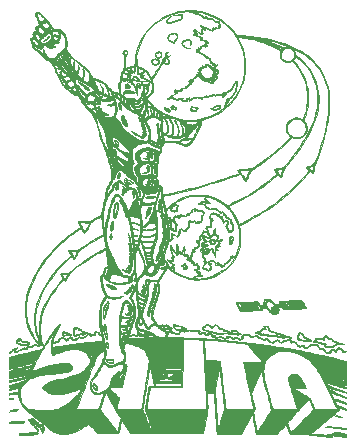
<source format=gbr>
G04 #@! TF.FileFunction,Legend,Bot*
%FSLAX46Y46*%
G04 Gerber Fmt 4.6, Leading zero omitted, Abs format (unit mm)*
G04 Created by KiCad (PCBNEW 4.0.7) date 03/26/18 21:42:40*
%MOMM*%
%LPD*%
G01*
G04 APERTURE LIST*
%ADD10C,0.100000*%
%ADD11C,0.010000*%
G04 APERTURE END LIST*
D10*
D11*
G36*
X163779404Y-88053424D02*
X163555850Y-88068080D01*
X163378745Y-88089733D01*
X163089363Y-88150324D01*
X162777669Y-88238947D01*
X162459341Y-88349724D01*
X162150056Y-88476778D01*
X161865495Y-88614232D01*
X161650249Y-88737695D01*
X161383792Y-88921173D01*
X161113169Y-89135862D01*
X160852030Y-89369522D01*
X160614027Y-89609915D01*
X160412812Y-89844802D01*
X160406815Y-89852500D01*
X160139633Y-90239210D01*
X159910624Y-90659164D01*
X159722778Y-91104586D01*
X159579082Y-91567702D01*
X159482524Y-92040735D01*
X159446281Y-92351968D01*
X159434522Y-92491164D01*
X159423619Y-92609761D01*
X159414534Y-92698027D01*
X159408232Y-92746231D01*
X159406645Y-92752191D01*
X159377730Y-92758914D01*
X159310820Y-92767723D01*
X159240579Y-92774823D01*
X159115142Y-92793648D01*
X158974963Y-92826413D01*
X158838473Y-92867726D01*
X158724104Y-92912195D01*
X158666220Y-92942866D01*
X158601355Y-92985003D01*
X158619854Y-92513113D01*
X158628115Y-92313098D01*
X158636084Y-92159775D01*
X158645091Y-92045817D01*
X158656471Y-91963900D01*
X158671554Y-91906697D01*
X158691673Y-91866881D01*
X158718161Y-91837128D01*
X158746981Y-91814052D01*
X158808894Y-91740802D01*
X158830740Y-91653368D01*
X158819958Y-91586509D01*
X158766381Y-91586509D01*
X158754168Y-91670290D01*
X158706658Y-91722617D01*
X158636125Y-91737679D01*
X158554842Y-91709668D01*
X158535181Y-91695954D01*
X158504606Y-91642267D01*
X158510328Y-91571891D01*
X158550072Y-91505983D01*
X158556266Y-91500057D01*
X158626853Y-91465236D01*
X158695973Y-91476118D01*
X158747967Y-91526261D01*
X158766381Y-91586509D01*
X158819958Y-91586509D01*
X158816565Y-91565477D01*
X158770414Y-91490854D01*
X158696332Y-91443226D01*
X158634735Y-91433245D01*
X158527795Y-91450079D01*
X158455559Y-91504219D01*
X158422827Y-91562350D01*
X158407101Y-91650864D01*
X158432972Y-91749647D01*
X158502761Y-91867488D01*
X158503684Y-91868786D01*
X158525810Y-91903018D01*
X158539967Y-91938790D01*
X158546793Y-91986614D01*
X158546927Y-92057005D01*
X158541006Y-92160476D01*
X158530032Y-92302999D01*
X158518848Y-92457678D01*
X158509710Y-92613009D01*
X158503577Y-92750672D01*
X158501405Y-92850274D01*
X158498804Y-92956572D01*
X158486544Y-93031600D01*
X158457941Y-93098049D01*
X158406311Y-93178609D01*
X158403455Y-93182761D01*
X158313127Y-93356720D01*
X158254925Y-93565241D01*
X158231845Y-93797366D01*
X158231649Y-93811117D01*
X158223068Y-93918727D01*
X158193170Y-94005190D01*
X158146581Y-94081330D01*
X158062953Y-94202926D01*
X158092861Y-95053474D01*
X157993144Y-95010571D01*
X157846199Y-94954446D01*
X157724605Y-94925578D01*
X157632222Y-94918989D01*
X157580437Y-94915648D01*
X157539956Y-94899428D01*
X157499503Y-94861038D01*
X157447803Y-94791186D01*
X157410894Y-94736596D01*
X157227123Y-94500770D01*
X157011145Y-94290287D01*
X156771586Y-94110896D01*
X156517076Y-93968349D01*
X156256240Y-93868396D01*
X156037958Y-93821479D01*
X155968534Y-93807501D01*
X155912079Y-93781098D01*
X155861907Y-93734468D01*
X155860499Y-93732388D01*
X155595756Y-93732388D01*
X155579210Y-93868824D01*
X155544820Y-93973245D01*
X155491080Y-94067880D01*
X155450182Y-94119408D01*
X155416104Y-94135364D01*
X155415306Y-94135372D01*
X155380269Y-94122975D01*
X155312623Y-94090355D01*
X155226525Y-94044373D01*
X155220113Y-94040798D01*
X155130154Y-93993755D01*
X155054255Y-93959889D01*
X155008284Y-93946249D01*
X155007222Y-93946223D01*
X154986460Y-93938059D01*
X154993216Y-93907325D01*
X155030055Y-93844658D01*
X155038689Y-93831383D01*
X155052502Y-93807244D01*
X154232043Y-93807244D01*
X154223148Y-93853240D01*
X154209472Y-93865160D01*
X154183971Y-93846716D01*
X154127872Y-93795708D01*
X154047942Y-93718615D01*
X153950945Y-93621920D01*
X153878089Y-93547660D01*
X153761413Y-93425743D01*
X153647040Y-93302759D01*
X153545342Y-93190099D01*
X153466689Y-93099153D01*
X153441331Y-93068032D01*
X153376690Y-92986385D01*
X153288684Y-92875590D01*
X153187702Y-92748710D01*
X153084130Y-92618802D01*
X153057552Y-92585507D01*
X152945061Y-92442694D01*
X152864465Y-92334799D01*
X152812357Y-92255823D01*
X152785330Y-92199765D01*
X152779977Y-92160625D01*
X152792892Y-92132401D01*
X152797482Y-92127423D01*
X152828820Y-92118206D01*
X152867387Y-92155060D01*
X152873728Y-92163920D01*
X152943466Y-92258620D01*
X153042028Y-92385007D01*
X153162229Y-92534467D01*
X153296886Y-92698389D01*
X153438813Y-92868160D01*
X153580828Y-93035167D01*
X153715745Y-93190797D01*
X153836380Y-93326439D01*
X153912044Y-93408680D01*
X154041804Y-93550319D01*
X154139883Y-93664948D01*
X154203825Y-93749508D01*
X154231177Y-93800945D01*
X154232043Y-93807244D01*
X155052502Y-93807244D01*
X155106836Y-93712297D01*
X155146238Y-93598751D01*
X155160392Y-93473140D01*
X155152796Y-93317856D01*
X155148572Y-93278130D01*
X155133424Y-93166366D01*
X155116057Y-93070853D01*
X155099571Y-93007866D01*
X155095148Y-92997534D01*
X155061215Y-92956173D01*
X155032008Y-92949292D01*
X155022777Y-92977734D01*
X155026316Y-92993723D01*
X155036193Y-93041827D01*
X155049639Y-93127268D01*
X155064133Y-93233685D01*
X155067673Y-93262044D01*
X155080131Y-93387174D01*
X155080646Y-93478316D01*
X155068438Y-93554359D01*
X155053587Y-93603834D01*
X155011883Y-93697457D01*
X154961835Y-93768499D01*
X154912546Y-93805958D01*
X154885352Y-93807135D01*
X154858877Y-93782512D01*
X154809197Y-93724539D01*
X154798160Y-93710622D01*
X154556298Y-93710622D01*
X154540639Y-93715302D01*
X154497556Y-93683168D01*
X154432893Y-93619996D01*
X154352495Y-93531563D01*
X154299706Y-93468466D01*
X154195716Y-93468466D01*
X154195659Y-93486818D01*
X154194760Y-93486862D01*
X154174530Y-93466642D01*
X154126994Y-93410647D01*
X154057877Y-93325875D01*
X154046193Y-93311223D01*
X153934809Y-93311223D01*
X153921298Y-93324734D01*
X153907788Y-93311223D01*
X153921298Y-93297713D01*
X153934809Y-93311223D01*
X154046193Y-93311223D01*
X154010108Y-93265974D01*
X153898880Y-93265974D01*
X153889583Y-93270692D01*
X153861724Y-93251734D01*
X153808069Y-93200991D01*
X153738049Y-93127658D01*
X153702434Y-93088298D01*
X153549104Y-92912660D01*
X153393762Y-92728694D01*
X153245925Y-92548046D01*
X153115109Y-92382363D01*
X153010831Y-92243293D01*
X153002390Y-92231524D01*
X152935660Y-92133126D01*
X152900275Y-92066808D01*
X152892198Y-92023801D01*
X152898550Y-92005897D01*
X152933772Y-91965623D01*
X152950463Y-91955549D01*
X152973937Y-91973853D01*
X153019589Y-92029478D01*
X153080946Y-92113923D01*
X153151532Y-92218689D01*
X153155087Y-92224154D01*
X153232295Y-92339217D01*
X153333888Y-92485106D01*
X153451224Y-92649872D01*
X153575657Y-92821568D01*
X153698543Y-92988245D01*
X153811238Y-93137955D01*
X153887803Y-93236915D01*
X153898880Y-93265974D01*
X154010108Y-93265974D01*
X153972904Y-93219324D01*
X153901825Y-93128830D01*
X153793759Y-92988925D01*
X153683846Y-92844081D01*
X153582367Y-92708015D01*
X153499606Y-92594446D01*
X153471415Y-92554628D01*
X153346995Y-92375237D01*
X153237699Y-92215312D01*
X153146747Y-92079714D01*
X153077356Y-91973301D01*
X153032742Y-91900933D01*
X153016124Y-91867470D01*
X153016086Y-91866910D01*
X153033998Y-91835424D01*
X153066164Y-91801619D01*
X153089372Y-91784258D01*
X153110149Y-91784485D01*
X153134185Y-91809314D01*
X153167170Y-91865758D01*
X153214793Y-91960830D01*
X153243611Y-92020357D01*
X153351445Y-92225886D01*
X153488501Y-92458736D01*
X153646950Y-92706884D01*
X153818966Y-92958307D01*
X153996721Y-93200981D01*
X154092799Y-93324734D01*
X154161921Y-93415218D01*
X154195716Y-93468466D01*
X154299706Y-93468466D01*
X154262205Y-93423644D01*
X154247903Y-93405798D01*
X154167089Y-93301600D01*
X154066751Y-93168039D01*
X153955065Y-93016420D01*
X153840206Y-92858050D01*
X153730350Y-92704235D01*
X153633672Y-92566280D01*
X153558347Y-92455492D01*
X153536150Y-92421507D01*
X153486208Y-92337864D01*
X153422641Y-92223219D01*
X153355133Y-92095328D01*
X153314615Y-92015296D01*
X153253531Y-91887698D01*
X153217286Y-91799468D01*
X153203404Y-91743343D01*
X153209411Y-91712059D01*
X153210680Y-91710407D01*
X153245395Y-91683781D01*
X153277350Y-91697712D01*
X153311294Y-91756716D01*
X153341491Y-91834913D01*
X153388213Y-91942359D01*
X153464199Y-92085936D01*
X153565358Y-92259251D01*
X153687601Y-92455913D01*
X153826836Y-92669532D01*
X153978974Y-92893715D01*
X154139923Y-93122071D01*
X154305593Y-93348209D01*
X154335510Y-93388067D01*
X154416541Y-93497677D01*
X154484203Y-93593153D01*
X154532461Y-93665675D01*
X154555277Y-93706424D01*
X154556298Y-93710622D01*
X154798160Y-93710622D01*
X154744949Y-93643531D01*
X154710965Y-93598820D01*
X154561927Y-93400034D01*
X154629297Y-93252878D01*
X154673519Y-93121408D01*
X154697635Y-92975295D01*
X154699479Y-92836066D01*
X154681193Y-92737021D01*
X154656650Y-92684246D01*
X154637077Y-92683351D01*
X154623442Y-92732325D01*
X154616715Y-92829154D01*
X154616174Y-92872128D01*
X154608989Y-93000323D01*
X154590013Y-93118689D01*
X154562406Y-93214787D01*
X154529329Y-93276179D01*
X154509800Y-93290695D01*
X154478892Y-93276103D01*
X154437282Y-93228016D01*
X154425396Y-93209941D01*
X154373228Y-93132157D01*
X154320793Y-93063464D01*
X154316426Y-93058348D01*
X154283514Y-93013549D01*
X154278562Y-92972383D01*
X154299571Y-92910197D01*
X154303623Y-92900435D01*
X154331697Y-92791757D01*
X154343147Y-92652344D01*
X154337009Y-92503187D01*
X154325540Y-92423283D01*
X154305052Y-92349894D01*
X154284110Y-92327237D01*
X154267347Y-92352239D01*
X154259394Y-92421828D01*
X154259920Y-92466809D01*
X154263590Y-92619447D01*
X154259331Y-92727891D01*
X154246240Y-92801529D01*
X154223415Y-92849752D01*
X154223082Y-92850209D01*
X154204827Y-92868006D01*
X154185017Y-92864183D01*
X154158194Y-92832096D01*
X154118897Y-92765100D01*
X154061666Y-92656552D01*
X154057820Y-92649108D01*
X154000060Y-92535441D01*
X153964450Y-92457233D01*
X153947613Y-92402310D01*
X153946173Y-92358498D01*
X153956752Y-92313621D01*
X153961063Y-92300251D01*
X153981445Y-92206747D01*
X153982857Y-92120278D01*
X153966393Y-92057098D01*
X153943201Y-92034846D01*
X153919399Y-92051836D01*
X153904650Y-92118594D01*
X153902669Y-92140847D01*
X153894277Y-92257394D01*
X153831991Y-92140713D01*
X153795025Y-92062993D01*
X153784354Y-92005554D01*
X153796399Y-91943641D01*
X153801292Y-91928322D01*
X153826372Y-91852328D01*
X153745380Y-91852328D01*
X153731481Y-91865585D01*
X153712665Y-91843450D01*
X153691164Y-91796840D01*
X153664154Y-91713920D01*
X153648802Y-91654979D01*
X153640347Y-91611154D01*
X153647010Y-91607997D01*
X153674608Y-91647723D01*
X153689118Y-91670334D01*
X153723954Y-91738896D01*
X153743895Y-91805031D01*
X153745380Y-91852328D01*
X153826372Y-91852328D01*
X153832880Y-91832611D01*
X154012195Y-92006936D01*
X154216059Y-92195336D01*
X154438249Y-92380651D01*
X154691458Y-92573241D01*
X154815627Y-92662713D01*
X154986620Y-92790670D01*
X155148562Y-92923959D01*
X155293589Y-93055216D01*
X155413834Y-93177078D01*
X155501432Y-93282183D01*
X155537253Y-93338245D01*
X155574539Y-93447032D01*
X155594120Y-93585102D01*
X155595756Y-93732388D01*
X155860499Y-93732388D01*
X155811335Y-93659810D01*
X155753679Y-93549323D01*
X155692910Y-93418767D01*
X155602922Y-93251968D01*
X155486816Y-93096563D01*
X155336709Y-92943654D01*
X155144716Y-92784342D01*
X155102168Y-92752104D01*
X154806400Y-92526824D01*
X154552410Y-92324329D01*
X154335310Y-92140150D01*
X154150212Y-91969818D01*
X153992226Y-91808863D01*
X153856465Y-91652815D01*
X153754125Y-91519638D01*
X153630796Y-91349328D01*
X153664775Y-91189213D01*
X153682249Y-91056941D01*
X153687944Y-90896699D01*
X153565419Y-90896699D01*
X153554693Y-90985674D01*
X153520177Y-91146206D01*
X153476555Y-91266509D01*
X153414022Y-91360396D01*
X153322776Y-91441677D01*
X153193011Y-91524163D01*
X153158567Y-91543705D01*
X153033927Y-91634134D01*
X152895092Y-91773093D01*
X152836534Y-91841304D01*
X152755646Y-91934894D01*
X152681505Y-92013230D01*
X152624060Y-92066188D01*
X152599479Y-92082590D01*
X152488952Y-92105059D01*
X152357802Y-92098004D01*
X152291772Y-92083264D01*
X152219476Y-92047468D01*
X152125748Y-91980194D01*
X152022919Y-91892167D01*
X151923314Y-91794111D01*
X151839263Y-91696752D01*
X151823902Y-91676242D01*
X151758154Y-91548155D01*
X151730046Y-91433406D01*
X151713793Y-91351149D01*
X151695700Y-91320674D01*
X151678453Y-91339910D01*
X151664737Y-91406787D01*
X151658303Y-91488728D01*
X151659041Y-91583762D01*
X151676761Y-91656937D01*
X151719392Y-91735252D01*
X151739734Y-91766022D01*
X151785952Y-91838780D01*
X151798300Y-91870313D01*
X151776638Y-91860533D01*
X151720825Y-91809351D01*
X151630722Y-91716681D01*
X151586639Y-91669685D01*
X151458916Y-91546225D01*
X151332140Y-91448321D01*
X151262384Y-91406864D01*
X151187480Y-91361746D01*
X151103949Y-91300843D01*
X151021715Y-91232988D01*
X150950701Y-91167012D01*
X150900831Y-91111750D01*
X150882027Y-91076033D01*
X150884157Y-91070209D01*
X150912260Y-91075912D01*
X150976143Y-91102229D01*
X151064024Y-91144118D01*
X151101722Y-91163310D01*
X151211206Y-91215447D01*
X151317040Y-91258171D01*
X151399694Y-91283759D01*
X151412965Y-91286344D01*
X151490552Y-91291716D01*
X151550591Y-91271541D01*
X151608696Y-91228360D01*
X151665322Y-91173935D01*
X151687209Y-91124611D01*
X151684757Y-91055772D01*
X151684011Y-91050098D01*
X151677624Y-90983204D01*
X151690874Y-90954088D01*
X151735749Y-90947030D01*
X151762747Y-90946862D01*
X151835658Y-90957464D01*
X151876982Y-90996031D01*
X151884208Y-91010243D01*
X151923724Y-91060172D01*
X151994799Y-91121624D01*
X152081665Y-91183770D01*
X152168553Y-91235783D01*
X152239695Y-91266834D01*
X152264122Y-91271117D01*
X152321419Y-91260532D01*
X152398387Y-91234353D01*
X152415730Y-91227056D01*
X152508964Y-91192628D01*
X152602400Y-91167413D01*
X152610766Y-91165800D01*
X152681706Y-91140935D01*
X152705890Y-91107737D01*
X152682631Y-91076982D01*
X152617522Y-91059990D01*
X152551587Y-91045454D01*
X152532463Y-91012417D01*
X152554900Y-90950385D01*
X152558899Y-90942798D01*
X152611332Y-90890999D01*
X151257264Y-90890999D01*
X151250736Y-90963048D01*
X151243301Y-90985184D01*
X151205040Y-91020940D01*
X151141790Y-91023399D01*
X151069974Y-90993988D01*
X151035289Y-90967128D01*
X150976203Y-90898551D01*
X150925265Y-90818795D01*
X150925118Y-90818511D01*
X150889130Y-90760826D01*
X150858437Y-90731588D01*
X150854312Y-90730692D01*
X150816603Y-90707932D01*
X150781352Y-90654929D01*
X150760767Y-90594596D01*
X150762375Y-90558110D01*
X150807940Y-90497748D01*
X150876069Y-90478675D01*
X150958310Y-90497923D01*
X151046208Y-90552527D01*
X151131310Y-90639520D01*
X151175753Y-90703153D01*
X151233441Y-90809258D01*
X151257264Y-90890999D01*
X152611332Y-90890999D01*
X152619828Y-90882606D01*
X152729166Y-90834818D01*
X152882305Y-90801376D01*
X152901245Y-90798707D01*
X152990373Y-90778473D01*
X153038079Y-90750553D01*
X153040769Y-90720365D01*
X152994851Y-90693328D01*
X152974936Y-90687590D01*
X152906765Y-90670480D01*
X152972322Y-90609724D01*
X153057016Y-90505200D01*
X153117823Y-90366754D01*
X153146373Y-90256883D01*
X153154391Y-90158146D01*
X153014321Y-90158146D01*
X152993577Y-90287960D01*
X152939152Y-90404127D01*
X152878115Y-90472253D01*
X152779244Y-90528321D01*
X152670266Y-90534715D01*
X152570234Y-90504542D01*
X152530843Y-90485907D01*
X152506869Y-90462997D01*
X152494485Y-90423428D01*
X152489862Y-90354813D01*
X152489232Y-90254404D01*
X152342725Y-90254404D01*
X152325100Y-90376089D01*
X152272894Y-90498070D01*
X152258702Y-90520745D01*
X152195130Y-90611641D01*
X152140507Y-90670625D01*
X152076774Y-90712596D01*
X151985874Y-90752451D01*
X151970559Y-90758473D01*
X151863137Y-90795414D01*
X151778542Y-90808175D01*
X151692213Y-90798556D01*
X151631290Y-90783326D01*
X151541775Y-90746807D01*
X151461544Y-90696206D01*
X151457004Y-90692405D01*
X151410025Y-90648013D01*
X151400200Y-90614962D01*
X151422912Y-90570303D01*
X151430192Y-90559118D01*
X151489860Y-90493100D01*
X151550436Y-90449531D01*
X151601208Y-90413455D01*
X151656654Y-90365865D01*
X151421830Y-90365865D01*
X151406433Y-90395228D01*
X151367741Y-90449527D01*
X151348820Y-90473803D01*
X151275810Y-90565304D01*
X151133484Y-90411561D01*
X151060399Y-90329341D01*
X151019455Y-90271738D01*
X151003772Y-90225982D01*
X151006469Y-90179303D01*
X151006955Y-90176755D01*
X151040083Y-90077152D01*
X151089248Y-90028318D01*
X151152207Y-90030163D01*
X151226715Y-90082601D01*
X151310529Y-90185542D01*
X151312738Y-90188783D01*
X151366262Y-90269729D01*
X151405171Y-90332631D01*
X151421705Y-90364891D01*
X151421830Y-90365865D01*
X151656654Y-90365865D01*
X151676575Y-90348767D01*
X151764231Y-90266341D01*
X151813639Y-90216959D01*
X151922025Y-90109941D01*
X152004817Y-90039604D01*
X152070922Y-90001035D01*
X152129250Y-89989322D01*
X152188709Y-89999552D01*
X152200712Y-90003515D01*
X152279270Y-90056877D01*
X152327028Y-90144253D01*
X152342725Y-90254404D01*
X152489232Y-90254404D01*
X152489171Y-90244767D01*
X152489171Y-90242303D01*
X152483990Y-90095851D01*
X152467263Y-89990469D01*
X152442317Y-89923527D01*
X152415461Y-89858751D01*
X152408353Y-89813872D01*
X152410135Y-89808686D01*
X152446750Y-89792541D01*
X152482918Y-89788642D01*
X152011995Y-89788642D01*
X151986373Y-89844416D01*
X151959822Y-89880789D01*
X151937580Y-89870039D01*
X151932744Y-89862906D01*
X151932631Y-89862628D01*
X151769908Y-89862628D01*
X151766244Y-89904688D01*
X151731556Y-89944724D01*
X151707534Y-89965736D01*
X151621420Y-90014038D01*
X151530527Y-90012317D01*
X151431200Y-89959826D01*
X151356062Y-89893839D01*
X151292208Y-89823662D01*
X151260042Y-89764049D01*
X151248876Y-89692026D01*
X151247977Y-89661495D01*
X151252193Y-89576731D01*
X151273657Y-89523204D01*
X151318780Y-89480478D01*
X151377671Y-89444793D01*
X151429341Y-89443987D01*
X151467397Y-89457567D01*
X151550656Y-89513025D01*
X151635993Y-89603107D01*
X151709287Y-89710881D01*
X151748301Y-89794357D01*
X151769908Y-89862628D01*
X151932631Y-89862628D01*
X151911055Y-89809589D01*
X151908627Y-89791702D01*
X151930819Y-89764306D01*
X151962256Y-89757926D01*
X152005515Y-89763451D01*
X152011995Y-89788642D01*
X152482918Y-89788642D01*
X152520581Y-89784582D01*
X152615527Y-89784173D01*
X152715487Y-89790675D01*
X152804359Y-89803450D01*
X152866043Y-89821858D01*
X152875121Y-89827119D01*
X152955028Y-89913697D01*
X153001450Y-90028716D01*
X153014321Y-90158146D01*
X153154391Y-90158146D01*
X153159951Y-90089678D01*
X153124876Y-89929849D01*
X153087232Y-89845745D01*
X153060695Y-89783163D01*
X153066360Y-89762011D01*
X153102362Y-89781769D01*
X153166834Y-89841914D01*
X153200374Y-89877378D01*
X153330677Y-90049634D01*
X153436709Y-90251385D01*
X153514096Y-90468941D01*
X153558458Y-90688610D01*
X153565419Y-90896699D01*
X153687944Y-90896699D01*
X153688015Y-90894718D01*
X153682931Y-90720576D01*
X153667858Y-90552552D01*
X153643656Y-90408679D01*
X153624223Y-90338883D01*
X153579376Y-90238317D01*
X153511129Y-90117740D01*
X153428469Y-89990075D01*
X153340380Y-89868243D01*
X153255849Y-89765166D01*
X153183863Y-89693767D01*
X153166595Y-89680817D01*
X153114839Y-89650262D01*
X153062629Y-89633221D01*
X152997548Y-89629211D01*
X152907182Y-89637746D01*
X152779113Y-89658340D01*
X152745145Y-89664352D01*
X152695415Y-89670429D01*
X152656448Y-89662297D01*
X152628366Y-89641226D01*
X152448209Y-89641226D01*
X152444251Y-89676780D01*
X152396696Y-89696172D01*
X152301071Y-89703207D01*
X152274475Y-89703469D01*
X152140844Y-89703883D01*
X152246726Y-89606899D01*
X152352607Y-89509915D01*
X152413045Y-89585711D01*
X152448209Y-89641226D01*
X152628366Y-89641226D01*
X152616181Y-89632084D01*
X152562552Y-89571916D01*
X152516515Y-89515137D01*
X152449705Y-89434003D01*
X152393365Y-89369488D01*
X152392941Y-89369056D01*
X152198592Y-89369056D01*
X152194838Y-89405805D01*
X152167305Y-89447790D01*
X152149444Y-89470558D01*
X152103732Y-89515922D01*
X152047019Y-89536878D01*
X151963205Y-89541755D01*
X151896723Y-89539441D01*
X151846563Y-89527051D01*
X151798661Y-89496416D01*
X151738955Y-89439368D01*
X151681443Y-89378088D01*
X151611466Y-89299605D01*
X151558598Y-89234793D01*
X151531638Y-89194631D01*
X151529915Y-89188939D01*
X151553910Y-89173062D01*
X151613935Y-89164155D01*
X151639342Y-89163458D01*
X151737624Y-89151640D01*
X151828511Y-89121055D01*
X151894371Y-89079002D01*
X151915335Y-89049186D01*
X151939966Y-89037290D01*
X151985563Y-89065729D01*
X152045428Y-89128410D01*
X152112864Y-89219244D01*
X152128472Y-89243056D01*
X152176994Y-89320490D01*
X152198592Y-89369056D01*
X152392941Y-89369056D01*
X152357839Y-89333347D01*
X152354035Y-89330491D01*
X152321430Y-89296676D01*
X152278678Y-89237122D01*
X152270838Y-89224733D01*
X152225364Y-89162154D01*
X152155778Y-89078457D01*
X152076280Y-88990637D01*
X152067622Y-88981541D01*
X151991330Y-88895841D01*
X151927381Y-88813208D01*
X151919884Y-88801094D01*
X151763450Y-88801094D01*
X151762699Y-88850958D01*
X151729275Y-88890237D01*
X151692043Y-88912436D01*
X151600062Y-88941070D01*
X151502695Y-88944545D01*
X151420851Y-88923716D01*
X151387974Y-88900000D01*
X151345057Y-88840554D01*
X151293407Y-88752670D01*
X151239627Y-88649933D01*
X151190318Y-88545926D01*
X151152084Y-88454235D01*
X151131527Y-88388442D01*
X151129981Y-88369200D01*
X151151849Y-88325905D01*
X151209953Y-88305791D01*
X151228051Y-88303661D01*
X151269625Y-88303321D01*
X151309317Y-88315175D01*
X151355977Y-88345452D01*
X151418451Y-88400386D01*
X151505590Y-88486205D01*
X151547193Y-88528398D01*
X151657945Y-88645773D01*
X151729281Y-88734685D01*
X151763450Y-88801094D01*
X151919884Y-88801094D01*
X151888125Y-88749781D01*
X151885275Y-88743285D01*
X151850320Y-88689608D01*
X151782342Y-88611177D01*
X151690455Y-88517080D01*
X151583768Y-88416407D01*
X151471393Y-88318247D01*
X151405680Y-88264851D01*
X151296949Y-88201116D01*
X151193475Y-88178198D01*
X151103934Y-88192573D01*
X151037004Y-88240713D01*
X151001360Y-88319094D01*
X151005680Y-88424187D01*
X151006375Y-88427128D01*
X151034372Y-88508115D01*
X151082533Y-88615914D01*
X151141537Y-88732050D01*
X151202063Y-88838044D01*
X151248916Y-88907910D01*
X151293766Y-88991335D01*
X151296370Y-89048424D01*
X151302551Y-89119069D01*
X151337967Y-89186548D01*
X151381098Y-89251777D01*
X151389297Y-89285230D01*
X151361447Y-89297284D01*
X151325914Y-89298564D01*
X151233711Y-89316891D01*
X151138270Y-89362534D01*
X151074485Y-89415423D01*
X151044417Y-89487307D01*
X151038300Y-89591429D01*
X151053882Y-89697128D01*
X151063954Y-89757080D01*
X151050811Y-89781195D01*
X151021516Y-89784947D01*
X150963445Y-89805114D01*
X150895372Y-89854741D01*
X150834997Y-89917522D01*
X150800019Y-89977147D01*
X150797141Y-89991692D01*
X150794604Y-90038400D01*
X150796083Y-90074204D01*
X150803608Y-90123828D01*
X150811777Y-90170000D01*
X150819523Y-90237507D01*
X150808144Y-90266644D01*
X150786826Y-90271330D01*
X150725078Y-90294652D01*
X150665633Y-90352677D01*
X150623142Y-90427497D01*
X150611192Y-90486033D01*
X150619608Y-90552129D01*
X150641755Y-90648941D01*
X150672984Y-90756366D01*
X150675543Y-90764229D01*
X150713147Y-90880325D01*
X150749487Y-90994962D01*
X150776285Y-91081968D01*
X150835228Y-91202219D01*
X150936730Y-91326121D01*
X151071089Y-91443552D01*
X151208974Y-91533594D01*
X151327096Y-91616071D01*
X151458296Y-91735513D01*
X151546740Y-91830097D01*
X151674487Y-91973462D01*
X151774312Y-92080470D01*
X151852497Y-92156607D01*
X151915323Y-92207358D01*
X151969071Y-92238208D01*
X152020024Y-92254642D01*
X152036378Y-92257691D01*
X152118862Y-92271681D01*
X152186189Y-92284280D01*
X152191937Y-92285474D01*
X152231663Y-92315457D01*
X152292524Y-92391491D01*
X152372467Y-92510813D01*
X152435128Y-92612678D01*
X152523700Y-92761925D01*
X152589547Y-92877332D01*
X152638654Y-92970846D01*
X152677003Y-93054416D01*
X152710578Y-93139987D01*
X152737587Y-93216649D01*
X152782538Y-93332361D01*
X152847016Y-93477447D01*
X152925424Y-93641181D01*
X153012164Y-93812839D01*
X153101638Y-93981693D01*
X153188249Y-94137019D01*
X153266400Y-94268090D01*
X153330493Y-94364181D01*
X153348829Y-94387881D01*
X153561427Y-94626639D01*
X153772939Y-94821831D01*
X153995103Y-94982390D01*
X154239658Y-95117248D01*
X154402759Y-95189846D01*
X154525282Y-95248154D01*
X154627753Y-95317407D01*
X154719249Y-95406907D01*
X154808843Y-95525958D01*
X154905612Y-95683863D01*
X154934442Y-95734893D01*
X155011743Y-95868869D01*
X155082248Y-95977573D01*
X155157260Y-96075523D01*
X155248082Y-96177235D01*
X155366018Y-96297223D01*
X155393249Y-96324096D01*
X155526189Y-96458605D01*
X155642009Y-96585845D01*
X155743664Y-96711868D01*
X155834114Y-96842723D01*
X155916316Y-96984460D01*
X155993227Y-97143131D01*
X156067804Y-97324785D01*
X156143007Y-97535474D01*
X156221792Y-97781248D01*
X156307116Y-98068156D01*
X156392327Y-98367908D01*
X156452666Y-98581636D01*
X156502756Y-98753647D01*
X156546359Y-98894421D01*
X156587235Y-99014438D01*
X156629145Y-99124175D01*
X156675849Y-99234113D01*
X156731108Y-99354730D01*
X156793431Y-99485585D01*
X156879611Y-99675259D01*
X156947657Y-99852207D01*
X157005945Y-100040125D01*
X157051554Y-100215821D01*
X157096701Y-100393213D01*
X157149494Y-100588728D01*
X157203469Y-100779020D01*
X157252158Y-100940742D01*
X157253623Y-100945395D01*
X157339801Y-101259679D01*
X157401731Y-101574285D01*
X157437174Y-101874774D01*
X157443889Y-102146706D01*
X157443109Y-102166989D01*
X157435889Y-102291805D01*
X157424970Y-102377402D01*
X157406864Y-102438602D01*
X157378084Y-102490227D01*
X157361706Y-102512978D01*
X157301264Y-102605460D01*
X157230531Y-102732193D01*
X157157786Y-102876676D01*
X157091313Y-103022410D01*
X157039392Y-103152895D01*
X157036710Y-103160479D01*
X157011341Y-103256288D01*
X156987528Y-103388100D01*
X156968252Y-103537892D01*
X156960782Y-103619840D01*
X156941729Y-103801721D01*
X156915530Y-103954313D01*
X156884290Y-104065440D01*
X156883420Y-104067691D01*
X156847317Y-104176388D01*
X156806649Y-104325018D01*
X156764313Y-104499989D01*
X156723206Y-104687709D01*
X156686226Y-104874586D01*
X156656268Y-105047028D01*
X156636230Y-105191443D01*
X156630446Y-105254628D01*
X156625656Y-105304330D01*
X156612906Y-105341017D01*
X156583135Y-105372979D01*
X156527282Y-105408504D01*
X156436289Y-105455882D01*
X156379395Y-105484309D01*
X156247053Y-105552139D01*
X156092113Y-105634412D01*
X155938613Y-105718261D01*
X155861946Y-105761277D01*
X155588528Y-105916649D01*
X155099434Y-105916649D01*
X154915410Y-105916611D01*
X154780197Y-105918743D01*
X154688578Y-105926418D01*
X154635335Y-105943006D01*
X154615249Y-105971880D01*
X154623103Y-106016409D01*
X154653680Y-106079967D01*
X154701761Y-106165923D01*
X154704915Y-106171557D01*
X154751656Y-106259026D01*
X154785460Y-106329703D01*
X154799432Y-106369101D01*
X154799490Y-106370238D01*
X154778613Y-106395536D01*
X154721100Y-106445577D01*
X154634624Y-106514164D01*
X154526858Y-106595102D01*
X154468479Y-106637485D01*
X153904379Y-107061063D01*
X153385483Y-107490124D01*
X152902993Y-107932318D01*
X152452669Y-108390415D01*
X151979952Y-108933341D01*
X151555056Y-109498308D01*
X151179114Y-110083681D01*
X150853260Y-110687824D01*
X150836899Y-110721389D01*
X150647843Y-111129458D01*
X150492913Y-111505877D01*
X150369905Y-111859002D01*
X150276613Y-112197192D01*
X150210831Y-112528802D01*
X150170355Y-112862191D01*
X150152980Y-113205716D01*
X150151939Y-113317254D01*
X150175528Y-113822999D01*
X150247205Y-114305544D01*
X150367924Y-114768132D01*
X150538643Y-115214009D01*
X150760317Y-115646418D01*
X150909438Y-115887500D01*
X150988402Y-116005014D01*
X151067618Y-116118541D01*
X151136218Y-116212715D01*
X151172224Y-116259043D01*
X151223479Y-116325958D01*
X151240152Y-116361662D01*
X151225361Y-116373661D01*
X151219932Y-116373883D01*
X151166668Y-116357916D01*
X151105958Y-116320635D01*
X151061795Y-116288895D01*
X151026395Y-116281487D01*
X150978118Y-116298552D01*
X150931692Y-116321756D01*
X150850637Y-116369461D01*
X150781898Y-116420310D01*
X150769261Y-116431984D01*
X150733947Y-116462188D01*
X150695948Y-116474757D01*
X150638243Y-116471563D01*
X150551263Y-116455945D01*
X150459874Y-116439652D01*
X150403506Y-116437446D01*
X150364450Y-116451575D01*
X150324999Y-116484288D01*
X150324520Y-116484738D01*
X150279704Y-116535990D01*
X150259961Y-116576678D01*
X150259915Y-116577944D01*
X150241076Y-116621466D01*
X150221268Y-116642532D01*
X150186373Y-116657605D01*
X150157250Y-116626931D01*
X150152764Y-116618819D01*
X150107287Y-116570379D01*
X150054803Y-116574044D01*
X150003504Y-116626349D01*
X149945021Y-116677660D01*
X149841195Y-116717820D01*
X149806977Y-116726609D01*
X149712889Y-116754867D01*
X149634613Y-116788559D01*
X149600915Y-116810641D01*
X149548855Y-116845540D01*
X149475348Y-116880416D01*
X149397970Y-116908764D01*
X149334296Y-116924082D01*
X149302796Y-116920948D01*
X149291486Y-116885172D01*
X149287149Y-116826567D01*
X149295237Y-116772460D01*
X149328862Y-116736424D01*
X149395234Y-116705376D01*
X149461628Y-116671562D01*
X149499748Y-116637165D01*
X149503320Y-116626486D01*
X149500307Y-116603049D01*
X149484854Y-116593845D01*
X149447340Y-116600425D01*
X149378146Y-116624340D01*
X149279164Y-116662620D01*
X149164595Y-116713764D01*
X149092619Y-116762486D01*
X149055112Y-116810780D01*
X149003103Y-116876397D01*
X148931811Y-116929907D01*
X148929981Y-116930866D01*
X148860724Y-116971573D01*
X148809348Y-117010019D01*
X148807120Y-117012180D01*
X148785211Y-117058514D01*
X148803502Y-117095075D01*
X148833675Y-117103458D01*
X148865090Y-117084645D01*
X148921931Y-117034730D01*
X148994286Y-116963500D01*
X149072244Y-116880742D01*
X149145893Y-116796241D01*
X149150670Y-116790467D01*
X149179215Y-116762130D01*
X149196321Y-116774670D01*
X149211040Y-116821868D01*
X149222016Y-116893953D01*
X149218069Y-116945811D01*
X149217059Y-116990390D01*
X149252417Y-117006925D01*
X149326442Y-116995080D01*
X149441433Y-116954515D01*
X149584383Y-116892003D01*
X149682926Y-116848672D01*
X149797731Y-116801284D01*
X149854596Y-116778990D01*
X149941013Y-116741192D01*
X150008358Y-116703124D01*
X150034845Y-116680921D01*
X150062031Y-116656164D01*
X150085232Y-116675886D01*
X150096594Y-116695907D01*
X150146720Y-116741897D01*
X150189125Y-116752181D01*
X150251961Y-116733347D01*
X150309347Y-116688674D01*
X150339950Y-116635902D01*
X150340979Y-116625890D01*
X150359240Y-116587982D01*
X150388266Y-116556301D01*
X150427306Y-116532653D01*
X150481931Y-116526541D01*
X150569279Y-116536440D01*
X150584171Y-116538863D01*
X150670363Y-116551376D01*
X150722838Y-116549103D01*
X150761049Y-116526919D01*
X150803199Y-116481162D01*
X150877908Y-116418438D01*
X150962377Y-116383818D01*
X151040741Y-116381071D01*
X151095382Y-116411772D01*
X151155685Y-116444313D01*
X151259715Y-116454947D01*
X151346786Y-116449194D01*
X151399497Y-116427425D01*
X151429468Y-116394149D01*
X151465073Y-116354106D01*
X151495499Y-116358312D01*
X151505722Y-116367128D01*
X151558485Y-116397276D01*
X151582607Y-116401764D01*
X151637264Y-116418058D01*
X151673375Y-116439688D01*
X151698896Y-116463831D01*
X151701624Y-116491226D01*
X151678072Y-116535648D01*
X151632843Y-116599755D01*
X151603275Y-116640346D01*
X151576186Y-116672938D01*
X151545011Y-116699929D01*
X151503184Y-116723719D01*
X151444140Y-116746707D01*
X151361313Y-116771293D01*
X151248138Y-116799876D01*
X151098049Y-116834855D01*
X150904480Y-116878628D01*
X150813852Y-116899038D01*
X150237527Y-117035083D01*
X149691460Y-117176399D01*
X149186815Y-117320080D01*
X149125022Y-117338725D01*
X148787256Y-117441345D01*
X148772120Y-118098445D01*
X148898984Y-118060264D01*
X148970994Y-118042306D01*
X149023701Y-118035359D01*
X149047782Y-118038890D01*
X149033914Y-118052368D01*
X149000538Y-118066066D01*
X148892753Y-118105244D01*
X148826028Y-118135842D01*
X148790517Y-118167425D01*
X148776374Y-118209558D01*
X148773753Y-118271806D01*
X148773745Y-118286384D01*
X148773745Y-118418239D01*
X149064224Y-118340799D01*
X149242379Y-118293401D01*
X149437856Y-118241558D01*
X149643105Y-118187259D01*
X149850573Y-118132490D01*
X150052709Y-118079237D01*
X150241963Y-118029488D01*
X150410782Y-117985230D01*
X150551614Y-117948449D01*
X150656910Y-117921132D01*
X150719116Y-117905266D01*
X150726032Y-117903567D01*
X150765937Y-117906168D01*
X150766615Y-117939535D01*
X150729260Y-117998561D01*
X150694598Y-118038342D01*
X150643989Y-118084313D01*
X150585488Y-118115463D01*
X150502655Y-118138520D01*
X150408029Y-118155625D01*
X150315921Y-118173392D01*
X150187259Y-118203048D01*
X150019517Y-118245260D01*
X149810168Y-118300697D01*
X149556687Y-118370029D01*
X149256546Y-118453924D01*
X148915607Y-118550657D01*
X148833218Y-118577060D01*
X148790754Y-118602435D01*
X148775350Y-118637320D01*
X148773745Y-118666856D01*
X148773745Y-118742574D01*
X149280394Y-118614957D01*
X149492884Y-118560436D01*
X149703605Y-118504539D01*
X149905075Y-118449410D01*
X150089812Y-118397193D01*
X150250332Y-118350033D01*
X150379155Y-118310073D01*
X150468797Y-118279458D01*
X150506404Y-118263608D01*
X150550123Y-118242709D01*
X150564204Y-118238351D01*
X150569351Y-118260495D01*
X150563991Y-118311433D01*
X150552208Y-118367921D01*
X150538086Y-118406718D01*
X150533768Y-118411583D01*
X150501620Y-118421176D01*
X150428569Y-118438732D01*
X150326672Y-118461443D01*
X150246405Y-118478533D01*
X150094657Y-118510389D01*
X149927509Y-118545669D01*
X149774389Y-118578158D01*
X149733000Y-118586983D01*
X149591926Y-118617001D01*
X149440282Y-118649087D01*
X149307127Y-118677096D01*
X149287149Y-118681275D01*
X149160408Y-118709615D01*
X149028893Y-118741941D01*
X148929117Y-118768989D01*
X148842803Y-118795995D01*
X148796350Y-118819840D01*
X148777440Y-118851425D01*
X148773752Y-118901651D01*
X148773745Y-118906472D01*
X148778719Y-118967940D01*
X148798402Y-118987609D01*
X148821032Y-118983976D01*
X148883685Y-118967744D01*
X148985426Y-118944915D01*
X149116288Y-118917404D01*
X149266308Y-118887122D01*
X149425520Y-118855986D01*
X149583960Y-118825907D01*
X149731662Y-118798801D01*
X149858661Y-118776580D01*
X149954993Y-118761159D01*
X150010693Y-118754451D01*
X150016724Y-118754342D01*
X150013573Y-118760781D01*
X149963389Y-118777370D01*
X149871919Y-118802648D01*
X149744910Y-118835150D01*
X149588108Y-118873413D01*
X149407260Y-118915973D01*
X149208113Y-118961367D01*
X149172309Y-118969382D01*
X149019765Y-119003730D01*
X148912150Y-119029602D01*
X148841627Y-119050200D01*
X148800360Y-119068725D01*
X148780512Y-119088379D01*
X148774247Y-119112363D01*
X148773745Y-119132208D01*
X148782033Y-119185284D01*
X148812213Y-119196747D01*
X148821032Y-119195107D01*
X148864107Y-119186306D01*
X148948995Y-119169865D01*
X149064363Y-119147949D01*
X149198879Y-119122725D01*
X149233107Y-119116353D01*
X149387762Y-119087177D01*
X149542690Y-119057205D01*
X149680362Y-119029874D01*
X149783246Y-119008619D01*
X149787043Y-119007803D01*
X149899808Y-118987344D01*
X150042914Y-118966782D01*
X150192762Y-118949346D01*
X150259915Y-118943056D01*
X150405774Y-118933108D01*
X150506045Y-118933326D01*
X150568504Y-118945352D01*
X150600929Y-118970828D01*
X150611098Y-119011393D01*
X150611192Y-119017170D01*
X150603717Y-119044333D01*
X150578766Y-119027372D01*
X150534313Y-119003601D01*
X150461753Y-118997393D01*
X150355197Y-119009311D01*
X150208757Y-119039923D01*
X150064523Y-119076747D01*
X149646234Y-119183975D01*
X149187419Y-119292051D01*
X148996671Y-119334547D01*
X148887727Y-119359708D01*
X148821430Y-119380111D01*
X148787342Y-119401134D01*
X148775026Y-119428152D01*
X148773745Y-119449375D01*
X148776876Y-119487190D01*
X148795190Y-119504403D01*
X148842072Y-119505505D01*
X148915607Y-119496970D01*
X149047037Y-119477097D01*
X149202499Y-119449193D01*
X149365907Y-119416591D01*
X149521176Y-119382622D01*
X149652223Y-119350618D01*
X149730078Y-119328259D01*
X149808076Y-119305132D01*
X149911670Y-119277432D01*
X150029099Y-119247926D01*
X150148602Y-119219378D01*
X150258419Y-119194554D01*
X150346790Y-119176218D01*
X150401954Y-119167137D01*
X150414325Y-119167371D01*
X150401630Y-119188026D01*
X150352100Y-119226521D01*
X150277024Y-119276106D01*
X150187691Y-119330029D01*
X150095391Y-119381542D01*
X150011412Y-119423893D01*
X149947044Y-119450333D01*
X149935660Y-119453587D01*
X149855232Y-119475001D01*
X149742304Y-119507218D01*
X149615902Y-119544752D01*
X149557362Y-119562637D01*
X149408685Y-119608135D01*
X149243012Y-119658236D01*
X149090733Y-119703761D01*
X149057469Y-119713603D01*
X148948955Y-119747001D01*
X148860180Y-119776915D01*
X148803968Y-119798895D01*
X148791899Y-119805681D01*
X148778003Y-119845381D01*
X148778388Y-119894723D01*
X148787256Y-119963423D01*
X148935873Y-119914006D01*
X149037488Y-119880933D01*
X149164720Y-119840580D01*
X149306533Y-119796324D01*
X149451892Y-119751545D01*
X149589764Y-119709619D01*
X149709112Y-119673927D01*
X149798902Y-119647845D01*
X149847841Y-119634809D01*
X149894722Y-119631119D01*
X149908639Y-119639508D01*
X149891136Y-119674531D01*
X149849519Y-119721772D01*
X149800123Y-119765857D01*
X149759285Y-119791411D01*
X149746526Y-119792083D01*
X149707466Y-119791433D01*
X149626016Y-119806512D01*
X149510736Y-119835037D01*
X149370186Y-119874722D01*
X149212928Y-119923282D01*
X149047523Y-119978433D01*
X149044963Y-119979320D01*
X148927764Y-120020899D01*
X148852286Y-120051834D01*
X148808893Y-120078313D01*
X148787953Y-120106526D01*
X148779833Y-120142662D01*
X148779020Y-120150183D01*
X148770784Y-120231723D01*
X149130296Y-120127014D01*
X149304990Y-120076885D01*
X149433807Y-120043237D01*
X149522567Y-120026805D01*
X149577091Y-120028322D01*
X149603198Y-120048522D01*
X149606709Y-120088139D01*
X149593444Y-120147907D01*
X149582798Y-120184061D01*
X149557585Y-120333918D01*
X149558675Y-120517109D01*
X149583895Y-120721038D01*
X149631071Y-120933108D01*
X149698030Y-121140723D01*
X149779861Y-121326007D01*
X149930678Y-121560887D01*
X150073534Y-121723145D01*
X150150913Y-121796653D01*
X150264711Y-121898356D01*
X150408804Y-122023116D01*
X150577071Y-122165799D01*
X150763390Y-122321268D01*
X150961637Y-122484388D01*
X151165692Y-122650021D01*
X151369432Y-122813032D01*
X151427467Y-122858989D01*
X151515574Y-122932252D01*
X151564019Y-122986259D01*
X151577847Y-123032115D01*
X151562105Y-123080925D01*
X151542813Y-123112835D01*
X151520187Y-123171887D01*
X151521142Y-123228455D01*
X151543950Y-123261877D01*
X151555490Y-123264309D01*
X151579611Y-123285951D01*
X151607020Y-123334916D01*
X151626635Y-123387260D01*
X151627376Y-123419038D01*
X151627186Y-123419237D01*
X151597136Y-123416955D01*
X151539837Y-123394734D01*
X151528318Y-123389157D01*
X151449352Y-123362009D01*
X151404286Y-123372287D01*
X151394131Y-123414536D01*
X151419897Y-123483300D01*
X151482597Y-123573122D01*
X151492126Y-123584444D01*
X151551178Y-123661730D01*
X151575169Y-123719367D01*
X151572675Y-123764946D01*
X151568286Y-123820077D01*
X151587532Y-123836016D01*
X151621735Y-123816887D01*
X151662216Y-123766816D01*
X151693089Y-123707719D01*
X151726409Y-123614679D01*
X151727615Y-123561463D01*
X151695704Y-123543705D01*
X151656610Y-123549138D01*
X151606962Y-123547541D01*
X151552382Y-123528351D01*
X151510991Y-123500887D01*
X151500911Y-123474470D01*
X151503809Y-123470557D01*
X151536332Y-123467913D01*
X151601473Y-123478062D01*
X151633806Y-123485574D01*
X151730987Y-123500175D01*
X151785016Y-123484511D01*
X151794732Y-123439521D01*
X151766824Y-123378194D01*
X151697287Y-123261875D01*
X151658068Y-123181048D01*
X151646383Y-123128486D01*
X151658707Y-123097687D01*
X151688375Y-123088975D01*
X151737063Y-123111671D01*
X151813440Y-123169879D01*
X151816310Y-123172266D01*
X152024662Y-123344097D01*
X152199527Y-123483360D01*
X152347315Y-123593943D01*
X152474433Y-123679734D01*
X152587292Y-123744620D01*
X152692299Y-123792490D01*
X152795864Y-123827230D01*
X152904395Y-123852729D01*
X152952606Y-123861550D01*
X153120496Y-123881639D01*
X153318305Y-123891750D01*
X153527865Y-123892096D01*
X153731012Y-123882889D01*
X153909578Y-123864341D01*
X153994759Y-123849380D01*
X154271037Y-123771128D01*
X154558901Y-123655135D01*
X154840761Y-123509148D01*
X155015660Y-123399653D01*
X155108599Y-123339005D01*
X155197777Y-123284419D01*
X155251731Y-123254198D01*
X155329577Y-123206297D01*
X155413201Y-123143735D01*
X155431506Y-123128197D01*
X155523827Y-123047138D01*
X155879273Y-123432692D01*
X156234719Y-123818245D01*
X156456094Y-123833264D01*
X156546099Y-123837425D01*
X156679529Y-123841017D01*
X156845765Y-123843882D01*
X157034191Y-123845861D01*
X157234189Y-123846796D01*
X157363517Y-123846774D01*
X157578048Y-123845893D01*
X157744575Y-123844066D01*
X157869134Y-123840937D01*
X157957761Y-123836144D01*
X158016492Y-123829331D01*
X158051363Y-123820137D01*
X158068409Y-123808204D01*
X158070601Y-123804734D01*
X158083056Y-123766616D01*
X158105166Y-123684717D01*
X158134677Y-123567966D01*
X158169333Y-123425295D01*
X158206879Y-123265637D01*
X158208701Y-123257759D01*
X158245860Y-123100829D01*
X158280031Y-122963660D01*
X158309065Y-122854314D01*
X158330814Y-122780853D01*
X158343131Y-122751336D01*
X158343712Y-122751110D01*
X158362692Y-122772815D01*
X158406504Y-122833924D01*
X158470963Y-122928249D01*
X158551882Y-123049601D01*
X158645077Y-123191792D01*
X158718228Y-123304841D01*
X159074799Y-123858777D01*
X160923788Y-123858777D01*
X160977890Y-123656117D01*
X160998890Y-123756089D01*
X161019889Y-123856062D01*
X161415700Y-123864312D01*
X161513876Y-123865780D01*
X161660080Y-123867160D01*
X161848298Y-123868429D01*
X162072516Y-123869564D01*
X162326720Y-123870542D01*
X162604895Y-123871340D01*
X162901027Y-123871936D01*
X163209102Y-123872305D01*
X163523106Y-123872426D01*
X163539152Y-123872425D01*
X165266794Y-123872287D01*
X165354437Y-123358883D01*
X165388761Y-123157977D01*
X165428665Y-122924676D01*
X165470577Y-122679847D01*
X165510924Y-122444356D01*
X165538535Y-122283356D01*
X165570892Y-122092522D01*
X165594547Y-121944135D01*
X165610381Y-121827458D01*
X165619274Y-121731752D01*
X165620850Y-121684216D01*
X165522779Y-121684216D01*
X165521174Y-121746891D01*
X165518849Y-121760239D01*
X165512027Y-121767434D01*
X165495301Y-121773781D01*
X165465488Y-121779338D01*
X165419405Y-121784158D01*
X165353872Y-121788297D01*
X165265704Y-121791812D01*
X165151721Y-121794758D01*
X165008739Y-121797191D01*
X164833576Y-121799165D01*
X164623050Y-121800737D01*
X164373979Y-121801963D01*
X164083179Y-121802897D01*
X163747470Y-121803596D01*
X163363668Y-121804115D01*
X162988301Y-121804464D01*
X160473958Y-121806460D01*
X160473747Y-121717991D01*
X160477469Y-121659672D01*
X160487832Y-121560288D01*
X160503393Y-121432207D01*
X160522709Y-121287798D01*
X160529798Y-121237713D01*
X160555086Y-121059940D01*
X160584227Y-120852441D01*
X160613893Y-120639051D01*
X160640758Y-120443606D01*
X160644849Y-120413564D01*
X160703639Y-119981223D01*
X162072563Y-119974222D01*
X163441488Y-119967220D01*
X163457162Y-119744541D01*
X163459967Y-119690850D01*
X163338213Y-119690850D01*
X163334761Y-119771628D01*
X163325975Y-119828267D01*
X163319890Y-119841923D01*
X163289685Y-119845798D01*
X163211365Y-119849039D01*
X163090852Y-119851583D01*
X162934070Y-119853368D01*
X162746942Y-119854332D01*
X162535393Y-119854412D01*
X162305346Y-119853548D01*
X162246420Y-119853182D01*
X161191274Y-119846117D01*
X161185943Y-119822103D01*
X161068426Y-119822103D01*
X161055455Y-119841784D01*
X161010815Y-119853543D01*
X160925918Y-119858881D01*
X160853850Y-119859628D01*
X160751359Y-119862540D01*
X160671234Y-119870265D01*
X160627552Y-119881288D01*
X160623986Y-119884366D01*
X160615015Y-119918756D01*
X160600745Y-119996478D01*
X160582882Y-120107277D01*
X160563134Y-120240899D01*
X160555365Y-120296440D01*
X160515670Y-120579286D01*
X160474548Y-120862398D01*
X160433873Y-121133364D01*
X160395521Y-121379768D01*
X160361365Y-121589197D01*
X160351009Y-121649956D01*
X160331020Y-121789964D01*
X160326427Y-121887450D01*
X160335069Y-121933679D01*
X160355119Y-121979565D01*
X160387295Y-122061760D01*
X160425907Y-122165552D01*
X160442114Y-122210479D01*
X160489524Y-122342366D01*
X160546106Y-122498627D01*
X160602315Y-122652937D01*
X160623347Y-122710372D01*
X160700653Y-122922053D01*
X160760757Y-123089854D01*
X160805551Y-123220454D01*
X160836929Y-123320530D01*
X160856783Y-123396760D01*
X160867004Y-123455822D01*
X160869487Y-123504393D01*
X160866123Y-123549152D01*
X160864488Y-123561234D01*
X160847011Y-123682521D01*
X160806440Y-123605088D01*
X160785699Y-123558693D01*
X160749095Y-123469699D01*
X160699790Y-123346091D01*
X160640946Y-123195853D01*
X160575725Y-123026969D01*
X160528316Y-122902844D01*
X160430405Y-122645681D01*
X160405459Y-122580444D01*
X158252212Y-122580444D01*
X158133597Y-123077749D01*
X158095381Y-123238076D01*
X158060757Y-123383541D01*
X158031971Y-123504682D01*
X158011272Y-123592038D01*
X158000976Y-123635851D01*
X157981651Y-123683204D01*
X157964502Y-123696649D01*
X157937663Y-123676869D01*
X157889180Y-123625089D01*
X157831361Y-123554787D01*
X157769710Y-123475615D01*
X157686443Y-123368489D01*
X157593039Y-123248181D01*
X157511242Y-123142713D01*
X157431530Y-123040022D01*
X157416094Y-123020168D01*
X155457292Y-123020168D01*
X155452817Y-123021117D01*
X155427892Y-123002384D01*
X155370607Y-122949442D01*
X155285912Y-122867182D01*
X155178758Y-122760490D01*
X155054095Y-122634256D01*
X154916874Y-122493367D01*
X154885431Y-122460828D01*
X154747753Y-122316705D01*
X154624119Y-122184503D01*
X154519081Y-122069318D01*
X154437194Y-121976242D01*
X154383010Y-121910371D01*
X154361082Y-121876799D01*
X154361082Y-121874181D01*
X154383427Y-121885497D01*
X154437761Y-121931136D01*
X154518899Y-122006196D01*
X154621655Y-122105773D01*
X154740843Y-122224964D01*
X154846470Y-122333140D01*
X155031242Y-122525202D01*
X155179815Y-122681768D01*
X155294407Y-122805352D01*
X155377234Y-122898468D01*
X155430513Y-122963633D01*
X155456460Y-123003362D01*
X155457292Y-123020168D01*
X157416094Y-123020168D01*
X157326876Y-122905417D01*
X157205596Y-122749581D01*
X157076004Y-122583196D01*
X156946415Y-122416945D01*
X156901296Y-122359096D01*
X156774117Y-122195270D01*
X156677108Y-122067913D01*
X156606581Y-121971371D01*
X156558848Y-121899990D01*
X156530222Y-121848116D01*
X156517017Y-121810095D01*
X156515544Y-121780273D01*
X156517235Y-121770185D01*
X156532952Y-121710174D01*
X156561558Y-121612581D01*
X156600317Y-121485845D01*
X156646494Y-121338404D01*
X156697355Y-121178697D01*
X156750163Y-121015160D01*
X156802184Y-120856233D01*
X156850683Y-120710353D01*
X156892923Y-120585959D01*
X156926171Y-120491488D01*
X156947692Y-120435379D01*
X156953664Y-120423794D01*
X156976919Y-120434522D01*
X157018479Y-120485730D01*
X157072384Y-120569610D01*
X157095440Y-120609450D01*
X157159078Y-120721525D01*
X157240551Y-120863663D01*
X157335868Y-121029024D01*
X157441042Y-121210765D01*
X157552081Y-121402045D01*
X157664997Y-121596021D01*
X157775801Y-121785853D01*
X157880502Y-121964697D01*
X157975112Y-122125712D01*
X158055642Y-122262056D01*
X158118101Y-122366888D01*
X158158501Y-122433365D01*
X158164406Y-122442749D01*
X158252212Y-122580444D01*
X160405459Y-122580444D01*
X160349674Y-122434567D01*
X160284312Y-122264952D01*
X160232509Y-122132287D01*
X160192455Y-122032026D01*
X160162341Y-121959618D01*
X160140356Y-121910515D01*
X160124691Y-121880168D01*
X160116286Y-121867350D01*
X160107973Y-121821149D01*
X160116383Y-121731649D01*
X160133986Y-121637669D01*
X160152735Y-121542215D01*
X160176639Y-121407615D01*
X160203270Y-121248235D01*
X160230200Y-121078437D01*
X160244975Y-120981011D01*
X160273966Y-120789024D01*
X160306620Y-120577354D01*
X160339512Y-120367936D01*
X160369219Y-120182708D01*
X160377869Y-120129840D01*
X160399531Y-119997618D01*
X160427873Y-119823551D01*
X160461030Y-119619156D01*
X160497135Y-119395951D01*
X160534323Y-119165455D01*
X160570729Y-118939185D01*
X160571295Y-118935661D01*
X160604092Y-118735482D01*
X160635016Y-118554285D01*
X160662875Y-118398469D01*
X160686478Y-118274433D01*
X160704634Y-118188578D01*
X160716151Y-118147301D01*
X160718535Y-118144633D01*
X160735390Y-118176526D01*
X160751573Y-118238737D01*
X160752623Y-118244450D01*
X160762171Y-118293910D01*
X160781089Y-118388379D01*
X160807769Y-118519951D01*
X160840601Y-118680719D01*
X160877975Y-118862777D01*
X160918283Y-119058219D01*
X160918393Y-119058751D01*
X160957834Y-119250885D01*
X160993396Y-119426659D01*
X161023656Y-119578842D01*
X161047193Y-119700199D01*
X161062586Y-119783498D01*
X161068411Y-119821505D01*
X161068426Y-119822103D01*
X161185943Y-119822103D01*
X161159425Y-119702669D01*
X161127576Y-119559222D01*
X161212842Y-119580515D01*
X161267175Y-119586735D01*
X161364886Y-119590758D01*
X161495350Y-119592427D01*
X161647941Y-119591588D01*
X161784490Y-119588856D01*
X162100880Y-119581723D01*
X162384622Y-119577953D01*
X162630645Y-119577549D01*
X162833879Y-119580511D01*
X162989252Y-119586842D01*
X163013958Y-119588500D01*
X163116560Y-119590934D01*
X163211947Y-119585040D01*
X163250394Y-119578716D01*
X163338213Y-119558100D01*
X163338213Y-119690850D01*
X163459967Y-119690850D01*
X163460975Y-119671574D01*
X163465661Y-119551157D01*
X163471032Y-119389870D01*
X163476896Y-119194294D01*
X163481654Y-119021968D01*
X163365234Y-119021968D01*
X163345841Y-119048216D01*
X163339808Y-119048989D01*
X163303212Y-119029348D01*
X163297681Y-119021968D01*
X163303807Y-118998835D01*
X163323108Y-118994947D01*
X163360079Y-119009055D01*
X163365234Y-119021968D01*
X163481654Y-119021968D01*
X163483062Y-118971011D01*
X163488595Y-118755620D01*
X163365242Y-118755620D01*
X163363077Y-118785403D01*
X163349738Y-118803831D01*
X163314976Y-118813331D01*
X163248540Y-118816330D01*
X163140180Y-118815256D01*
X163115295Y-118814815D01*
X162912895Y-118816526D01*
X162761909Y-118830193D01*
X162660944Y-118856296D01*
X162608605Y-118895311D01*
X162603499Y-118947716D01*
X162621325Y-118983970D01*
X162636055Y-119009362D01*
X162634949Y-119026475D01*
X162609708Y-119037756D01*
X162552033Y-119045649D01*
X162453627Y-119052598D01*
X162372454Y-119057282D01*
X162223680Y-119068555D01*
X162122344Y-119083359D01*
X162061894Y-119102850D01*
X162044573Y-119115091D01*
X162020127Y-119146865D01*
X162020560Y-119172319D01*
X162050611Y-119192571D01*
X162115016Y-119208742D01*
X162218512Y-119221952D01*
X162365836Y-119233319D01*
X162561726Y-119243963D01*
X162596876Y-119245627D01*
X162828639Y-119254869D01*
X163010357Y-119258403D01*
X163145747Y-119256043D01*
X163238524Y-119247604D01*
X163292405Y-119232899D01*
X163311104Y-119211743D01*
X163311192Y-119209893D01*
X163331791Y-119184837D01*
X163338213Y-119184096D01*
X163358234Y-119206082D01*
X163364643Y-119255188D01*
X163357050Y-119306130D01*
X163340485Y-119331309D01*
X163305117Y-119338537D01*
X163227363Y-119346797D01*
X163118837Y-119355052D01*
X162995964Y-119362037D01*
X162844257Y-119370581D01*
X162688234Y-119381411D01*
X162549446Y-119392934D01*
X162473532Y-119400625D01*
X162359173Y-119409366D01*
X162213960Y-119414090D01*
X162049848Y-119415092D01*
X161878788Y-119412665D01*
X161712732Y-119407104D01*
X161563635Y-119398705D01*
X161443447Y-119387762D01*
X161364121Y-119374569D01*
X161358905Y-119373140D01*
X161284135Y-119345568D01*
X161261891Y-119322570D01*
X161284900Y-119308735D01*
X161140201Y-119308735D01*
X161135979Y-119319202D01*
X161111698Y-119344980D01*
X161107363Y-119346223D01*
X161095757Y-119325317D01*
X161095447Y-119319202D01*
X161116220Y-119293219D01*
X161124063Y-119292181D01*
X161140201Y-119308735D01*
X161284900Y-119308735D01*
X161290772Y-119305205D01*
X161369377Y-119294530D01*
X161466990Y-119291520D01*
X161656336Y-119282179D01*
X161829935Y-119257174D01*
X161957051Y-119223344D01*
X161977684Y-119205694D01*
X161959315Y-119171684D01*
X161946108Y-119156511D01*
X161896341Y-119116078D01*
X161859771Y-119103032D01*
X161834656Y-119089525D01*
X161837577Y-119077557D01*
X161871534Y-119063443D01*
X161884830Y-119061951D01*
X161637397Y-119061951D01*
X161611298Y-119065974D01*
X161542491Y-119067635D01*
X161541298Y-119067638D01*
X161469517Y-119066228D01*
X161437944Y-119062268D01*
X161452995Y-119056703D01*
X161535156Y-119052001D01*
X161615123Y-119056428D01*
X161637397Y-119061951D01*
X161884830Y-119061951D01*
X161940701Y-119055682D01*
X161988566Y-119055163D01*
X162097433Y-119047749D01*
X162159407Y-119020148D01*
X162172670Y-118973314D01*
X162168758Y-118960231D01*
X162133275Y-118933690D01*
X162056447Y-118910936D01*
X161950956Y-118894537D01*
X161829487Y-118887062D01*
X161806398Y-118886862D01*
X161717745Y-118875533D01*
X161641286Y-118849941D01*
X161554094Y-118819038D01*
X161437245Y-118794802D01*
X161308248Y-118778951D01*
X161184611Y-118773205D01*
X161083843Y-118779284D01*
X161038136Y-118790704D01*
X160993100Y-118788347D01*
X160978835Y-118768508D01*
X160996533Y-118751223D01*
X161057231Y-118738078D01*
X161150045Y-118729059D01*
X161264093Y-118724149D01*
X161388490Y-118723334D01*
X161512355Y-118726599D01*
X161624803Y-118733929D01*
X161714952Y-118745309D01*
X161771919Y-118760723D01*
X161784333Y-118769621D01*
X161827108Y-118790847D01*
X161911307Y-118804976D01*
X162024714Y-118811498D01*
X162155115Y-118809905D01*
X162290293Y-118799688D01*
X162343841Y-118792947D01*
X162412620Y-118785496D01*
X162522133Y-118776350D01*
X162659142Y-118766503D01*
X162810404Y-118756949D01*
X162865341Y-118753798D01*
X163011112Y-118744580D01*
X163140201Y-118734374D01*
X163241775Y-118724189D01*
X163305002Y-118715037D01*
X163317947Y-118711571D01*
X163353892Y-118707664D01*
X163365071Y-118745230D01*
X163365242Y-118755620D01*
X163488595Y-118755620D01*
X163489341Y-118726601D01*
X163495542Y-118467646D01*
X163498558Y-118332926D01*
X163365274Y-118332926D01*
X163365254Y-118406719D01*
X163353147Y-118464888D01*
X163306405Y-118493060D01*
X163290926Y-118496902D01*
X163226624Y-118512530D01*
X163189596Y-118523585D01*
X163150875Y-118527470D01*
X163074069Y-118528471D01*
X162975031Y-118527062D01*
X162869614Y-118523712D01*
X162773673Y-118518893D01*
X162703060Y-118513076D01*
X162676192Y-118508318D01*
X162642405Y-118506158D01*
X162562683Y-118505710D01*
X162445106Y-118506875D01*
X162297752Y-118509554D01*
X162128699Y-118513647D01*
X162041192Y-118516116D01*
X161857321Y-118520369D01*
X161684492Y-118522193D01*
X161532492Y-118521652D01*
X161411107Y-118518814D01*
X161330122Y-118513744D01*
X161311617Y-118511179D01*
X161263690Y-118500898D01*
X161252372Y-118493855D01*
X161282201Y-118489229D01*
X161357711Y-118486199D01*
X161460235Y-118484280D01*
X161656744Y-118476658D01*
X161803605Y-118459963D01*
X161904557Y-118433501D01*
X161963340Y-118396579D01*
X161968914Y-118389878D01*
X161985472Y-118376538D01*
X162016973Y-118366034D01*
X162069635Y-118357937D01*
X162149677Y-118351811D01*
X162263319Y-118347226D01*
X162416779Y-118343748D01*
X162616276Y-118340945D01*
X162682967Y-118340204D01*
X163365274Y-118332926D01*
X163498558Y-118332926D01*
X163499869Y-118274380D01*
X161816015Y-118274380D01*
X161812305Y-118290444D01*
X161798000Y-118292394D01*
X161775759Y-118282507D01*
X161779986Y-118274380D01*
X161812054Y-118271146D01*
X161816015Y-118274380D01*
X163499869Y-118274380D01*
X163500374Y-118251862D01*
X163505695Y-118011190D01*
X163391842Y-118011190D01*
X163380715Y-118053176D01*
X163343329Y-118081161D01*
X163271144Y-118098224D01*
X163155619Y-118107447D01*
X163121183Y-118108812D01*
X162956331Y-118113957D01*
X162837650Y-118116018D01*
X162757346Y-118114783D01*
X162707624Y-118110035D01*
X162680687Y-118101560D01*
X162673940Y-118096489D01*
X162640804Y-118089039D01*
X162564217Y-118082821D01*
X162454766Y-118078393D01*
X162323038Y-118076312D01*
X162288887Y-118076223D01*
X162156745Y-118075526D01*
X162047631Y-118073614D01*
X161970991Y-118070756D01*
X161936267Y-118067223D01*
X161935359Y-118066135D01*
X161970407Y-118056653D01*
X162013253Y-118051371D01*
X161527788Y-118051371D01*
X161527788Y-118051506D01*
X161506151Y-118070648D01*
X161466990Y-118066233D01*
X161393372Y-118052882D01*
X161325128Y-118046778D01*
X161276448Y-118043876D01*
X161273093Y-118037747D01*
X161318046Y-118024025D01*
X161345727Y-118016625D01*
X161441417Y-118001678D01*
X161504788Y-118013774D01*
X161527788Y-118051371D01*
X162013253Y-118051371D01*
X162049253Y-118046933D01*
X162163429Y-118037294D01*
X162304472Y-118028055D01*
X162463915Y-118019535D01*
X162633294Y-118012053D01*
X162804143Y-118005930D01*
X162967996Y-118001484D01*
X163116389Y-117999035D01*
X163240856Y-117998902D01*
X163332932Y-118001404D01*
X163384152Y-118006861D01*
X163391842Y-118011190D01*
X163505695Y-118011190D01*
X163506611Y-117969793D01*
X163512005Y-117734178D01*
X163364777Y-117734178D01*
X163347220Y-117760975D01*
X163309488Y-117775221D01*
X163252361Y-117778486D01*
X163199884Y-117771620D01*
X163176104Y-117755474D01*
X163176086Y-117754924D01*
X163199844Y-117736243D01*
X163217495Y-117731780D01*
X160624839Y-117731780D01*
X160621803Y-117811131D01*
X160611544Y-117912043D01*
X160594047Y-118042138D01*
X160569296Y-118209036D01*
X160537278Y-118420356D01*
X160530090Y-118468032D01*
X160504621Y-118637705D01*
X160477462Y-118819353D01*
X160451876Y-118991107D01*
X160431283Y-119130053D01*
X160410503Y-119269374D01*
X160384592Y-119440764D01*
X160354533Y-119637912D01*
X160321308Y-119854507D01*
X160285901Y-120084241D01*
X160249294Y-120320802D01*
X160212470Y-120557880D01*
X160176414Y-120789164D01*
X160142106Y-121008345D01*
X160110530Y-121209112D01*
X160082670Y-121385154D01*
X160059508Y-121530162D01*
X160042027Y-121637825D01*
X160031209Y-121701833D01*
X160028464Y-121716111D01*
X160022588Y-121734073D01*
X160011221Y-121749012D01*
X159989679Y-121761241D01*
X159953273Y-121771073D01*
X159897316Y-121778824D01*
X159817123Y-121784807D01*
X159708006Y-121789335D01*
X159565279Y-121792724D01*
X159384255Y-121795286D01*
X159160246Y-121797337D01*
X158888567Y-121799189D01*
X158778373Y-121799867D01*
X158534840Y-121801059D01*
X158340157Y-121801226D01*
X158189136Y-121800166D01*
X158076589Y-121797678D01*
X157997331Y-121793561D01*
X157946173Y-121787613D01*
X157917929Y-121779633D01*
X157907412Y-121769420D01*
X157906937Y-121766050D01*
X157913163Y-121727736D01*
X157930391Y-121646636D01*
X157956441Y-121532379D01*
X157989135Y-121394588D01*
X158015022Y-121288422D01*
X158050934Y-121141602D01*
X158081797Y-121013289D01*
X158105464Y-120912585D01*
X158119786Y-120848593D01*
X158123107Y-120830307D01*
X158103575Y-120807346D01*
X158049230Y-120755213D01*
X157966449Y-120679719D01*
X157861608Y-120586678D01*
X157741084Y-120481904D01*
X157738054Y-120479295D01*
X157614231Y-120372624D01*
X157502715Y-120276376D01*
X157410711Y-120196781D01*
X157345424Y-120140073D01*
X157314305Y-120112710D01*
X157295700Y-120085357D01*
X157307720Y-120052583D01*
X157355885Y-120000854D01*
X157362531Y-119994472D01*
X157449454Y-119911405D01*
X157900543Y-119915035D01*
X158351632Y-119918666D01*
X158466745Y-119453461D01*
X158069064Y-119453461D01*
X158044553Y-119466240D01*
X157980851Y-119475298D01*
X157892703Y-119480281D01*
X157794857Y-119480837D01*
X157702057Y-119476613D01*
X157629051Y-119467255D01*
X157616458Y-119464299D01*
X157569104Y-119439279D01*
X157555660Y-119415094D01*
X157572225Y-119398468D01*
X157626354Y-119390615D01*
X157724700Y-119390880D01*
X157778586Y-119393145D01*
X157908461Y-119400573D01*
X157993370Y-119408829D01*
X158042377Y-119419796D01*
X158064547Y-119435354D01*
X158069064Y-119453461D01*
X158466745Y-119453461D01*
X158561198Y-119071753D01*
X158612168Y-118862533D01*
X158658269Y-118667058D01*
X158665907Y-118633435D01*
X158478752Y-118633435D01*
X158460038Y-118739882D01*
X158434385Y-118829514D01*
X158391791Y-118930079D01*
X158372417Y-118966686D01*
X158318840Y-119047121D01*
X158253923Y-119126364D01*
X158189301Y-119192047D01*
X158136605Y-119231804D01*
X158117085Y-119238138D01*
X158105195Y-119213803D01*
X158097583Y-119151476D01*
X158096086Y-119100594D01*
X158100487Y-119012717D01*
X158119917Y-118955643D01*
X158163713Y-118906429D01*
X158181323Y-118891179D01*
X158255147Y-118828211D01*
X158340781Y-118754189D01*
X158372656Y-118726372D01*
X158478752Y-118633435D01*
X158665907Y-118633435D01*
X158697971Y-118492304D01*
X158729747Y-118345249D01*
X158752070Y-118232868D01*
X158763411Y-118162137D01*
X158764435Y-118143777D01*
X158760958Y-118131765D01*
X158473430Y-118131765D01*
X158465642Y-118235295D01*
X158444448Y-118348254D01*
X158384433Y-118501619D01*
X158273292Y-118639404D01*
X158110591Y-118762123D01*
X158078172Y-118781296D01*
X158000123Y-118823332D01*
X157942501Y-118849470D01*
X157919316Y-118854206D01*
X157929926Y-118830481D01*
X157969679Y-118782677D01*
X158001125Y-118749976D01*
X158066543Y-118680063D01*
X158091783Y-118638329D01*
X158078999Y-118619359D01*
X158054111Y-118616649D01*
X158012696Y-118633594D01*
X157942814Y-118678605D01*
X157855574Y-118742945D01*
X157762086Y-118817879D01*
X157673456Y-118894669D01*
X157600795Y-118964580D01*
X157573765Y-118994414D01*
X157525712Y-119070005D01*
X157480798Y-119170702D01*
X157460431Y-119233180D01*
X157433328Y-119328611D01*
X157395944Y-119454403D01*
X157354587Y-119589484D01*
X157335946Y-119649000D01*
X157294105Y-119775055D01*
X157257544Y-119863919D01*
X157217868Y-119930688D01*
X157166685Y-119990455D01*
X157121821Y-120034053D01*
X157051476Y-120096585D01*
X156995048Y-120140816D01*
X156965623Y-120156862D01*
X156931394Y-120169941D01*
X156865560Y-120204237D01*
X156782352Y-120252333D01*
X156782072Y-120252502D01*
X156584365Y-120352535D01*
X156396754Y-120409812D01*
X156224944Y-120423363D01*
X156074636Y-120392213D01*
X156043432Y-120378489D01*
X155928561Y-120292345D01*
X155843066Y-120162194D01*
X155787769Y-119989911D01*
X155763490Y-119777372D01*
X155762504Y-119737133D01*
X155760083Y-119547085D01*
X155937757Y-119277771D01*
X156029297Y-119139206D01*
X156130657Y-118986073D01*
X156226600Y-118841380D01*
X156274854Y-118768748D01*
X156389323Y-118596195D01*
X156477228Y-118462386D01*
X156542260Y-118361284D01*
X156588112Y-118286855D01*
X156618475Y-118233061D01*
X156637040Y-118193868D01*
X156647499Y-118163238D01*
X156649150Y-118156752D01*
X156677389Y-118088942D01*
X156724176Y-118015231D01*
X156728930Y-118009139D01*
X156792340Y-117929615D01*
X156895659Y-118020330D01*
X157071551Y-118142275D01*
X157261232Y-118212632D01*
X157462572Y-118231459D01*
X157673441Y-118198811D01*
X157891708Y-118114745D01*
X158102747Y-117988172D01*
X158152595Y-117968618D01*
X158203711Y-117988601D01*
X158268535Y-118012273D01*
X158349166Y-118022181D01*
X158349530Y-118022181D01*
X158417371Y-118032070D01*
X158458005Y-118066310D01*
X158473430Y-118131765D01*
X158760958Y-118131765D01*
X158745232Y-118077452D01*
X158690588Y-118033532D01*
X158672402Y-118024968D01*
X158605333Y-117983141D01*
X158575920Y-117926971D01*
X158581835Y-117845907D01*
X158612047Y-117751782D01*
X158650104Y-117605807D01*
X158664997Y-117440887D01*
X158658316Y-117270415D01*
X158631650Y-117107784D01*
X158586590Y-116966389D01*
X158524727Y-116859622D01*
X158503394Y-116836598D01*
X158428434Y-116765692D01*
X158505328Y-116519489D01*
X158536702Y-116419030D01*
X158367503Y-116419030D01*
X158360293Y-116486402D01*
X158349027Y-116522556D01*
X158330254Y-116551358D01*
X158308909Y-116531521D01*
X158289654Y-116475333D01*
X158285648Y-116437572D01*
X158302041Y-116384360D01*
X158325766Y-116364111D01*
X158355251Y-116373204D01*
X158367503Y-116419030D01*
X158536702Y-116419030D01*
X158582221Y-116273286D01*
X158753012Y-116255788D01*
X158906598Y-116248742D01*
X159057474Y-116261849D01*
X159216254Y-116297772D01*
X159393554Y-116359170D01*
X159599988Y-116448706D01*
X159686490Y-116489794D01*
X159927065Y-116621240D01*
X160121933Y-116763911D01*
X160279378Y-116926640D01*
X160407681Y-117118261D01*
X160515126Y-117347607D01*
X160532196Y-117391733D01*
X160565052Y-117477583D01*
X160590759Y-117546892D01*
X160609302Y-117607280D01*
X160620667Y-117666370D01*
X160624839Y-117731780D01*
X163217495Y-117731780D01*
X163258262Y-117721473D01*
X163270660Y-117719818D01*
X163342719Y-117717648D01*
X163364777Y-117734178D01*
X163512005Y-117734178D01*
X163513167Y-117683467D01*
X163519824Y-117401761D01*
X163526361Y-117133553D01*
X163532562Y-116887721D01*
X163538208Y-116673143D01*
X163543080Y-116498698D01*
X163545410Y-116421170D01*
X163553130Y-116173788D01*
X158362590Y-116173788D01*
X158356544Y-116211066D01*
X158347721Y-116221325D01*
X158310883Y-116234597D01*
X158281769Y-116199602D01*
X158264604Y-116122001D01*
X158263415Y-116108325D01*
X158264474Y-116030473D01*
X158281084Y-115996500D01*
X158285828Y-115995585D01*
X158304522Y-116018732D01*
X158298745Y-116076649D01*
X158292156Y-116134942D01*
X158310632Y-116156464D01*
X158323619Y-116157713D01*
X158362590Y-116173788D01*
X163553130Y-116173788D01*
X163561752Y-115897549D01*
X158547482Y-115897549D01*
X158543352Y-115926258D01*
X158519457Y-115985548D01*
X158502741Y-116019988D01*
X158458345Y-116092857D01*
X158421449Y-116128042D01*
X158398201Y-116121476D01*
X158393320Y-116092370D01*
X158383870Y-116030762D01*
X158379767Y-116018061D01*
X158392271Y-115986752D01*
X158434286Y-115946717D01*
X158487167Y-115911353D01*
X158532270Y-115894059D01*
X158547482Y-115897549D01*
X163561752Y-115897549D01*
X163562910Y-115860479D01*
X163700509Y-115860083D01*
X163765444Y-115861218D01*
X163875204Y-115864620D01*
X164020633Y-115869940D01*
X164192576Y-115876830D01*
X164381878Y-115884942D01*
X164530106Y-115891635D01*
X165222106Y-115923583D01*
X165240571Y-116250063D01*
X165248836Y-116407980D01*
X165257672Y-116596252D01*
X165266017Y-116791216D01*
X165272780Y-116968351D01*
X165278577Y-117123151D01*
X165284813Y-117272275D01*
X165290821Y-117400778D01*
X165295932Y-117493719D01*
X165296930Y-117508777D01*
X165301780Y-117585608D01*
X165309008Y-117710536D01*
X165318304Y-117877679D01*
X165329358Y-118081158D01*
X165341860Y-118315094D01*
X165355499Y-118573606D01*
X165369966Y-118850814D01*
X165384952Y-119140839D01*
X165400145Y-119437800D01*
X165415237Y-119735819D01*
X165429916Y-120029014D01*
X165432242Y-120075798D01*
X165444081Y-120306721D01*
X165456851Y-120542614D01*
X165469870Y-120771816D01*
X165482459Y-120982666D01*
X165493940Y-121163505D01*
X165503632Y-121302671D01*
X165504106Y-121308978D01*
X165513901Y-121454697D01*
X165520240Y-121583298D01*
X165522779Y-121684216D01*
X165620850Y-121684216D01*
X165622108Y-121646280D01*
X165619762Y-121560302D01*
X165613118Y-121463081D01*
X165609457Y-121418675D01*
X165597181Y-121262015D01*
X165584176Y-121077682D01*
X165572240Y-120891987D01*
X165565281Y-120771596D01*
X165546639Y-120427075D01*
X165786735Y-120427444D01*
X165931081Y-120428710D01*
X166030431Y-120434755D01*
X166093830Y-120449731D01*
X166130319Y-120477790D01*
X166148942Y-120523085D01*
X166158742Y-120589769D01*
X166159680Y-120598690D01*
X166167186Y-120682308D01*
X166177416Y-120813389D01*
X166189936Y-120985449D01*
X166204312Y-121191999D01*
X166220111Y-121426555D01*
X166236899Y-121682630D01*
X166254241Y-121953737D01*
X166271705Y-122233391D01*
X166288857Y-122515104D01*
X166297276Y-122656330D01*
X166315448Y-122951471D01*
X166332914Y-123211548D01*
X166349408Y-123433433D01*
X166364666Y-123613995D01*
X166378421Y-123750108D01*
X166390409Y-123838641D01*
X166400364Y-123876466D01*
X166400803Y-123876970D01*
X166429605Y-123880040D01*
X166506475Y-123883593D01*
X166625440Y-123887473D01*
X166780530Y-123891528D01*
X166965773Y-123895603D01*
X167175198Y-123899543D01*
X167402832Y-123903195D01*
X167435785Y-123903675D01*
X168458745Y-123918359D01*
X168647894Y-123571760D01*
X168728891Y-123422971D01*
X168813387Y-123267129D01*
X168891885Y-123121787D01*
X168954889Y-123004497D01*
X168960078Y-122994788D01*
X169074802Y-122780752D01*
X169167167Y-122610541D01*
X169239710Y-122480011D01*
X169294969Y-122385022D01*
X169335480Y-122321432D01*
X169363781Y-122285098D01*
X169382410Y-122271878D01*
X169393903Y-122277631D01*
X169396386Y-122282552D01*
X169406329Y-122321331D01*
X169423856Y-122404454D01*
X169447326Y-122523017D01*
X169475102Y-122668113D01*
X169505543Y-122830840D01*
X169537010Y-123002290D01*
X169567864Y-123173559D01*
X169596465Y-123335742D01*
X169621174Y-123479933D01*
X169640351Y-123597229D01*
X169649257Y-123656117D01*
X169665219Y-123748514D01*
X169683469Y-123827299D01*
X169691227Y-123852021D01*
X169713897Y-123912819D01*
X170608198Y-123912819D01*
X170867865Y-123912317D01*
X171077813Y-123910706D01*
X171242359Y-123907829D01*
X171365818Y-123903529D01*
X171452505Y-123897647D01*
X171506737Y-123890027D01*
X171532829Y-123880511D01*
X171534459Y-123879043D01*
X171564577Y-123845882D01*
X171621727Y-123781877D01*
X171697244Y-123696763D01*
X171768965Y-123615585D01*
X171870663Y-123501494D01*
X171978619Y-123382387D01*
X172076705Y-123275977D01*
X172123141Y-123226609D01*
X172274771Y-123067314D01*
X172374042Y-123388737D01*
X172416623Y-123524934D01*
X172457779Y-123653634D01*
X172492631Y-123759753D01*
X172515125Y-123825000D01*
X172556938Y-123939841D01*
X173380194Y-123939841D01*
X173627901Y-123940366D01*
X173826858Y-123942087D01*
X173982347Y-123945223D01*
X174099652Y-123949990D01*
X174184055Y-123956608D01*
X174240841Y-123965294D01*
X174275291Y-123976266D01*
X174276417Y-123976825D01*
X174333079Y-123993739D01*
X174428984Y-124010441D01*
X174549369Y-124024712D01*
X174646617Y-124032471D01*
X174777450Y-124042087D01*
X174947661Y-124056647D01*
X175143884Y-124074811D01*
X175352755Y-124095242D01*
X175560907Y-124116600D01*
X175754974Y-124137548D01*
X175921590Y-124156746D01*
X176044969Y-124172518D01*
X176122824Y-124180780D01*
X176161037Y-124175070D01*
X176172906Y-124152267D01*
X176173320Y-124142396D01*
X176153077Y-124086746D01*
X176130887Y-124063388D01*
X176131536Y-124049661D01*
X176178022Y-124044260D01*
X176262888Y-124046548D01*
X176378676Y-124055892D01*
X176517929Y-124071654D01*
X176673190Y-124093199D01*
X176837001Y-124119893D01*
X176876333Y-124126917D01*
X177007030Y-124150604D01*
X177124680Y-124171803D01*
X177215269Y-124187994D01*
X177260926Y-124196009D01*
X177315479Y-124197887D01*
X177334360Y-124172112D01*
X177335234Y-124157316D01*
X177313779Y-124108725D01*
X177287947Y-124093573D01*
X177254645Y-124083304D01*
X177273834Y-124079070D01*
X177287947Y-124078081D01*
X177321726Y-124053675D01*
X177326954Y-124034415D01*
X176038213Y-124034415D01*
X176024703Y-124047926D01*
X176011192Y-124034415D01*
X176024703Y-124020904D01*
X176038213Y-124034415D01*
X177326954Y-124034415D01*
X177333019Y-124012072D01*
X175924361Y-124012072D01*
X175900582Y-124019029D01*
X175841652Y-124020904D01*
X175773084Y-124014481D01*
X175731228Y-123998701D01*
X175728458Y-123995484D01*
X175740553Y-123982118D01*
X175795424Y-123983162D01*
X175814682Y-123985798D01*
X175895524Y-124000729D01*
X175924361Y-124012072D01*
X177333019Y-124012072D01*
X177335883Y-124001522D01*
X177329380Y-123944622D01*
X177301177Y-123905976D01*
X177295832Y-123903481D01*
X177210392Y-123877047D01*
X177087914Y-123847075D01*
X176944970Y-123816881D01*
X176798129Y-123789776D01*
X176663961Y-123769076D01*
X176574017Y-123759126D01*
X176460516Y-123752674D01*
X176381136Y-123756401D01*
X176316483Y-123772975D01*
X176249762Y-123803709D01*
X176176936Y-123846078D01*
X176125434Y-123884416D01*
X176113494Y-123897988D01*
X176081851Y-123917295D01*
X176014012Y-123917159D01*
X175964877Y-123910294D01*
X175845067Y-123892851D01*
X175767713Y-123888865D01*
X175722625Y-123899571D01*
X175699618Y-123926204D01*
X175693906Y-123943129D01*
X175679714Y-123976340D01*
X175650236Y-123990313D01*
X175590489Y-123988995D01*
X175541063Y-123983403D01*
X175316385Y-123956075D01*
X175135587Y-123935363D01*
X174989025Y-123920427D01*
X174867054Y-123910429D01*
X174760027Y-123904530D01*
X174658301Y-123901892D01*
X174599330Y-123901526D01*
X174487447Y-123900988D01*
X174399160Y-123899636D01*
X174346052Y-123897700D01*
X174335873Y-123896289D01*
X174355721Y-123878384D01*
X174411196Y-123831250D01*
X174496193Y-123759999D01*
X174604609Y-123669739D01*
X174730339Y-123565581D01*
X174772865Y-123530454D01*
X174914147Y-123413452D01*
X175050657Y-123299715D01*
X175173427Y-123196764D01*
X175273491Y-123112123D01*
X175341881Y-123053313D01*
X175347773Y-123048138D01*
X175416193Y-122989085D01*
X175515815Y-122904757D01*
X175636002Y-122804082D01*
X175766113Y-122695987D01*
X175846917Y-122629309D01*
X175984495Y-122515847D01*
X176125192Y-122399370D01*
X176256263Y-122290459D01*
X176364960Y-122199695D01*
X176408645Y-122162984D01*
X176505149Y-122084262D01*
X176595491Y-122015207D01*
X176665778Y-121966251D01*
X176688468Y-121952875D01*
X176748628Y-121906817D01*
X176767479Y-121858264D01*
X176740766Y-121818670D01*
X176732787Y-121804415D01*
X176565589Y-121804415D01*
X176535311Y-121811369D01*
X176458817Y-121817435D01*
X176343926Y-121822564D01*
X176198456Y-121826709D01*
X176030228Y-121829822D01*
X175847062Y-121831856D01*
X175656775Y-121832762D01*
X175467188Y-121832492D01*
X175286120Y-121830999D01*
X175121390Y-121828236D01*
X174980819Y-121824153D01*
X174872224Y-121818704D01*
X174828279Y-121815036D01*
X174664247Y-121797891D01*
X174662688Y-121794392D01*
X174534182Y-121794392D01*
X174525183Y-121819020D01*
X174494426Y-121863291D01*
X174439691Y-121929609D01*
X174358758Y-122020379D01*
X174249406Y-122138005D01*
X174109417Y-122284894D01*
X173936571Y-122463449D01*
X173728647Y-122676075D01*
X173592788Y-122814247D01*
X173406957Y-123002666D01*
X173232611Y-123178908D01*
X173073414Y-123339306D01*
X172933029Y-123480195D01*
X172815121Y-123597908D01*
X172723353Y-123688778D01*
X172661389Y-123749140D01*
X172632893Y-123775326D01*
X172631539Y-123776139D01*
X172617179Y-123752903D01*
X172591567Y-123689285D01*
X172559077Y-123596639D01*
X172541079Y-123541277D01*
X172499212Y-123409773D01*
X172455581Y-123273628D01*
X172418267Y-123158035D01*
X172411430Y-123137013D01*
X172356739Y-122969185D01*
X172420827Y-122893195D01*
X172467002Y-122839490D01*
X172543830Y-122751342D01*
X172646060Y-122634698D01*
X172768440Y-122495505D01*
X172905719Y-122339709D01*
X173052643Y-122173259D01*
X173203963Y-122002102D01*
X173333841Y-121855427D01*
X171019969Y-121855427D01*
X170887761Y-122059011D01*
X170839280Y-122132813D01*
X170765552Y-122243932D01*
X170671570Y-122384895D01*
X170562328Y-122548229D01*
X170442820Y-122726462D01*
X170318038Y-122912120D01*
X170270304Y-122983023D01*
X170135514Y-123182565D01*
X170027420Y-123340942D01*
X169942977Y-123462110D01*
X169879135Y-123550025D01*
X169832849Y-123608642D01*
X169801071Y-123641917D01*
X169780754Y-123653807D01*
X169768850Y-123648267D01*
X169764794Y-123639252D01*
X169753809Y-123593440D01*
X169735185Y-123503778D01*
X169710760Y-123379621D01*
X169682370Y-123230324D01*
X169651852Y-123065242D01*
X169648738Y-123048138D01*
X169615724Y-122866779D01*
X169582706Y-122685808D01*
X169552153Y-122518723D01*
X169526532Y-122379024D01*
X169509578Y-122287043D01*
X169466215Y-122052862D01*
X169540796Y-121915831D01*
X169593678Y-121818670D01*
X167033510Y-121818670D01*
X166859225Y-122386117D01*
X166780768Y-122640183D01*
X166708787Y-122870561D01*
X166644905Y-123072196D01*
X166590746Y-123240031D01*
X166547935Y-123369011D01*
X166518095Y-123454079D01*
X166507731Y-123480479D01*
X166497904Y-123485214D01*
X166487102Y-123453675D01*
X166474966Y-123382926D01*
X166461138Y-123270034D01*
X166445260Y-123112061D01*
X166426971Y-122906073D01*
X166405915Y-122649134D01*
X166405413Y-122642819D01*
X166392064Y-122464587D01*
X166377095Y-122247273D01*
X166361454Y-122005777D01*
X166346088Y-121754998D01*
X166331944Y-121509836D01*
X166323790Y-121359309D01*
X166312343Y-121154185D01*
X166300210Y-120959441D01*
X166288029Y-120783765D01*
X166276440Y-120635846D01*
X166266081Y-120524372D01*
X166257591Y-120458030D01*
X166257454Y-120457275D01*
X166249355Y-120379003D01*
X166250415Y-120277169D01*
X166261260Y-120146816D01*
X166282520Y-119982988D01*
X166314822Y-119780728D01*
X166358794Y-119535079D01*
X166405091Y-119292181D01*
X166437487Y-119125205D01*
X166473087Y-118941014D01*
X166506909Y-118765426D01*
X166527394Y-118658653D01*
X166557296Y-118512551D01*
X166584218Y-118400252D01*
X166606726Y-118326126D01*
X166623385Y-118294544D01*
X166632765Y-118309874D01*
X166634222Y-118332926D01*
X166637765Y-118379695D01*
X166646654Y-118467705D01*
X166659566Y-118584568D01*
X166675181Y-118717896D01*
X166676004Y-118724734D01*
X166691665Y-118856890D01*
X166711586Y-119028439D01*
X166734126Y-119225054D01*
X166757645Y-119432407D01*
X166780501Y-119636172D01*
X166784320Y-119670479D01*
X166809361Y-119893517D01*
X166837742Y-120142677D01*
X166867126Y-120397675D01*
X166895177Y-120638227D01*
X166918163Y-120832394D01*
X166940103Y-121016382D01*
X166961600Y-121197651D01*
X166981170Y-121363609D01*
X166997329Y-121501666D01*
X167008591Y-121599230D01*
X167008963Y-121602500D01*
X167033510Y-121818670D01*
X169593678Y-121818670D01*
X169615378Y-121778801D01*
X169517623Y-121379906D01*
X169455658Y-121124125D01*
X169406903Y-120915617D01*
X169370440Y-120749491D01*
X169345351Y-120620856D01*
X169330719Y-120524821D01*
X169325627Y-120456497D01*
X169329157Y-120410991D01*
X169333225Y-120396885D01*
X169356885Y-120339910D01*
X169394971Y-120252944D01*
X169438307Y-120156862D01*
X169481843Y-120058877D01*
X169518192Y-119971969D01*
X169539177Y-119915834D01*
X169560343Y-119859870D01*
X169597231Y-119772727D01*
X169642347Y-119672031D01*
X169648302Y-119659132D01*
X169686974Y-119574270D01*
X169742824Y-119449847D01*
X169811436Y-119295842D01*
X169888396Y-119122235D01*
X169969290Y-118939006D01*
X170049701Y-118756135D01*
X170125216Y-118583602D01*
X170191297Y-118431669D01*
X170242149Y-118314242D01*
X170246228Y-118647839D01*
X170251212Y-118819552D01*
X170263526Y-118965080D01*
X170286282Y-119108260D01*
X170322594Y-119272928D01*
X170333896Y-119319202D01*
X170425518Y-119683632D01*
X170516998Y-120034875D01*
X170614200Y-120395075D01*
X170712897Y-120750474D01*
X170763752Y-120931928D01*
X170817194Y-121123204D01*
X170868403Y-121307013D01*
X170912560Y-121466067D01*
X170932944Y-121539815D01*
X171019969Y-121855427D01*
X173333841Y-121855427D01*
X173354424Y-121832183D01*
X173498777Y-121669452D01*
X173631768Y-121519854D01*
X173748147Y-121389336D01*
X173804014Y-121326898D01*
X173912643Y-121206838D01*
X174009477Y-121101976D01*
X174088627Y-121018514D01*
X174144204Y-120962654D01*
X174170320Y-120940597D01*
X174170938Y-120940479D01*
X174184608Y-120950080D01*
X174205388Y-120982475D01*
X174235807Y-121043051D01*
X174278398Y-121137192D01*
X174335690Y-121270287D01*
X174410213Y-121447721D01*
X174417839Y-121466018D01*
X174464587Y-121582666D01*
X174502649Y-121686000D01*
X174527324Y-121762747D01*
X174534182Y-121794392D01*
X174662688Y-121794392D01*
X174596638Y-121646153D01*
X174557656Y-121555684D01*
X174506784Y-121433487D01*
X174451723Y-121298201D01*
X174416786Y-121210692D01*
X174366271Y-121089963D01*
X174316564Y-120983150D01*
X174274076Y-120903402D01*
X174249672Y-120868010D01*
X174208093Y-120835232D01*
X174128329Y-120782423D01*
X174019672Y-120715370D01*
X173891412Y-120639859D01*
X173799221Y-120587464D01*
X173656761Y-120507345D01*
X173521209Y-120430532D01*
X173403790Y-120363429D01*
X173315727Y-120312436D01*
X173282043Y-120292475D01*
X173182513Y-120233352D01*
X173072086Y-120169117D01*
X173028756Y-120144339D01*
X172954101Y-120097656D01*
X172924548Y-120066394D01*
X172934182Y-120046094D01*
X172972415Y-120038331D01*
X173055010Y-120031599D01*
X173172288Y-120026361D01*
X173314571Y-120023076D01*
X173435821Y-120022169D01*
X173588670Y-120020824D01*
X173721948Y-120017353D01*
X173826589Y-120012179D01*
X173893525Y-120005725D01*
X173913845Y-119999908D01*
X173908541Y-119966033D01*
X173880912Y-119895104D01*
X173835909Y-119796721D01*
X173778484Y-119680484D01*
X173713586Y-119555994D01*
X173646167Y-119432851D01*
X173581175Y-119320657D01*
X173523563Y-119229011D01*
X173496272Y-119190113D01*
X173366982Y-119030705D01*
X173249597Y-118918001D01*
X173137595Y-118847900D01*
X173024456Y-118816301D01*
X172905736Y-118818804D01*
X172730887Y-118860591D01*
X172599678Y-118930748D01*
X172511063Y-119031185D01*
X172463991Y-119163810D01*
X172457414Y-119330534D01*
X172490285Y-119533267D01*
X172497407Y-119562394D01*
X172529685Y-119680747D01*
X172578587Y-119846811D01*
X172643057Y-120057232D01*
X172722040Y-120308651D01*
X172814479Y-120597712D01*
X172919318Y-120921059D01*
X173035502Y-121275335D01*
X173054288Y-121332287D01*
X173100265Y-121476468D01*
X173137523Y-121602910D01*
X173163689Y-121702728D01*
X173176390Y-121767037D01*
X173175629Y-121786641D01*
X173145025Y-121791308D01*
X173067710Y-121795401D01*
X172951012Y-121798906D01*
X172802260Y-121801806D01*
X172628783Y-121804086D01*
X172437908Y-121805730D01*
X172236965Y-121806724D01*
X172033281Y-121807051D01*
X171834186Y-121806696D01*
X171647008Y-121805643D01*
X171479075Y-121803878D01*
X171337717Y-121801383D01*
X171230260Y-121798145D01*
X171164035Y-121794147D01*
X171146217Y-121790941D01*
X171127391Y-121759354D01*
X171099969Y-121689713D01*
X171069421Y-121596144D01*
X171064974Y-121581146D01*
X171025868Y-121450096D01*
X170980588Y-121302108D01*
X170943501Y-121183670D01*
X170914245Y-121086958D01*
X170871800Y-120939441D01*
X170816579Y-120742616D01*
X170748994Y-120497980D01*
X170669459Y-120207031D01*
X170578386Y-119871267D01*
X170476187Y-119492184D01*
X170431788Y-119326907D01*
X170358172Y-118966428D01*
X170333084Y-118617198D01*
X170356482Y-118283246D01*
X170428329Y-117968604D01*
X170445736Y-117916239D01*
X170468026Y-117860053D01*
X170257985Y-117860053D01*
X169913024Y-117860053D01*
X169756647Y-117857977D01*
X169567480Y-117852284D01*
X169366594Y-117843778D01*
X169175061Y-117833260D01*
X169125819Y-117830054D01*
X168949465Y-117819740D01*
X168810100Y-117815034D01*
X168712866Y-117815990D01*
X168662905Y-117822659D01*
X168658336Y-117825292D01*
X168654064Y-117839876D01*
X168654627Y-117872505D01*
X168660597Y-117925993D01*
X168672544Y-118003153D01*
X168691039Y-118106800D01*
X168716654Y-118239747D01*
X168749960Y-118404808D01*
X168791527Y-118604798D01*
X168841927Y-118842530D01*
X168901730Y-119120817D01*
X168971508Y-119442475D01*
X169051832Y-119810316D01*
X169143272Y-120227155D01*
X169175343Y-120373032D01*
X169218700Y-120569586D01*
X169267338Y-120789172D01*
X169316297Y-121009447D01*
X169360616Y-121208066D01*
X169375698Y-121275398D01*
X169408227Y-121422519D01*
X169436064Y-121552456D01*
X169457196Y-121655478D01*
X169469607Y-121721852D01*
X169472043Y-121740708D01*
X169466246Y-121751165D01*
X169446190Y-121760126D01*
X169407878Y-121767750D01*
X169347314Y-121774192D01*
X169260501Y-121779611D01*
X169143444Y-121784162D01*
X168992144Y-121788003D01*
X168802606Y-121791291D01*
X168570833Y-121794182D01*
X168292828Y-121796835D01*
X167980712Y-121799287D01*
X167718966Y-121800362D01*
X167509504Y-121799330D01*
X167350607Y-121796144D01*
X167240553Y-121790753D01*
X167177625Y-121783109D01*
X167160340Y-121775899D01*
X167153045Y-121758538D01*
X167144769Y-121726849D01*
X167135133Y-121677773D01*
X167123759Y-121608252D01*
X167110265Y-121515228D01*
X167094273Y-121395644D01*
X167075403Y-121246441D01*
X167053276Y-121064561D01*
X167027512Y-120846947D01*
X166997731Y-120590541D01*
X166963555Y-120292283D01*
X166924602Y-119949117D01*
X166880495Y-119557985D01*
X166836992Y-119170585D01*
X166800016Y-118844509D01*
X166766375Y-118555313D01*
X166736391Y-118305529D01*
X166710387Y-118097692D01*
X166688685Y-117934333D01*
X166671607Y-117817987D01*
X166659476Y-117751186D01*
X166654304Y-117735435D01*
X166624557Y-117729702D01*
X166548829Y-117721198D01*
X166435071Y-117710640D01*
X166291234Y-117698746D01*
X166125266Y-117686232D01*
X166050091Y-117680910D01*
X165875888Y-117668496D01*
X165719260Y-117656733D01*
X165588455Y-117646289D01*
X165491719Y-117637833D01*
X165437298Y-117632033D01*
X165429154Y-117630585D01*
X165415533Y-117599373D01*
X165403227Y-117515250D01*
X165392350Y-117379335D01*
X165383013Y-117192746D01*
X165381471Y-117152954D01*
X165374164Y-116961739D01*
X165365924Y-116753902D01*
X165357593Y-116550270D01*
X165350016Y-116371667D01*
X165347438Y-116313085D01*
X165330860Y-115941543D01*
X165516986Y-115941543D01*
X165624366Y-115944287D01*
X165774937Y-115951965D01*
X165958155Y-115963749D01*
X166163475Y-115978808D01*
X166380356Y-115996312D01*
X166598252Y-116015432D01*
X166806621Y-116035339D01*
X166994918Y-116055202D01*
X167067149Y-116063530D01*
X167209508Y-116080379D01*
X167344300Y-116096169D01*
X167455923Y-116109083D01*
X167526511Y-116117053D01*
X167847404Y-116152310D01*
X168118695Y-116182384D01*
X168344516Y-116207853D01*
X168529001Y-116229295D01*
X168676281Y-116247285D01*
X168790490Y-116262402D01*
X168875761Y-116275223D01*
X168936225Y-116286325D01*
X168976016Y-116296284D01*
X168999267Y-116305679D01*
X169010110Y-116315085D01*
X169012681Y-116324606D01*
X169029099Y-116354427D01*
X169074110Y-116417059D01*
X169141353Y-116504095D01*
X169224466Y-116607129D01*
X169249117Y-116636981D01*
X169354947Y-116764800D01*
X169466164Y-116899631D01*
X169569243Y-117025050D01*
X169647681Y-117120977D01*
X169732396Y-117224569D01*
X169837281Y-117352166D01*
X169947913Y-117486252D01*
X170033897Y-117590071D01*
X170257985Y-117860053D01*
X170468026Y-117860053D01*
X170517777Y-117734652D01*
X170600317Y-117582780D01*
X170701919Y-117450858D01*
X170831145Y-117329123D01*
X170996556Y-117207811D01*
X171154059Y-117108490D01*
X171303480Y-117024015D01*
X171438272Y-116962612D01*
X171571220Y-116921604D01*
X171715109Y-116898311D01*
X171882721Y-116890055D01*
X172086842Y-116894157D01*
X172160660Y-116897576D01*
X172537545Y-116930944D01*
X172881491Y-116993337D01*
X173200860Y-117088406D01*
X173504017Y-117219802D01*
X173799322Y-117391176D01*
X174095139Y-117606181D01*
X174399830Y-117868466D01*
X174413675Y-117881245D01*
X174534360Y-117999112D01*
X174654318Y-118126956D01*
X174759500Y-118249247D01*
X174829150Y-118340606D01*
X174865215Y-118399178D01*
X174920739Y-118497988D01*
X174993368Y-118632340D01*
X175080748Y-118797541D01*
X175180525Y-118988894D01*
X175290346Y-119201704D01*
X175407856Y-119431276D01*
X175530703Y-119672914D01*
X175656531Y-119921924D01*
X175782988Y-120173610D01*
X175907720Y-120423277D01*
X176028373Y-120666230D01*
X176142592Y-120897773D01*
X176248025Y-121113211D01*
X176342318Y-121307849D01*
X176423116Y-121476991D01*
X176488066Y-121615943D01*
X176534815Y-121720009D01*
X176561008Y-121784494D01*
X176565589Y-121804415D01*
X176732787Y-121804415D01*
X176723020Y-121786969D01*
X176714089Y-121735044D01*
X176716016Y-121687852D01*
X176728598Y-121670053D01*
X176760773Y-121681244D01*
X176816417Y-121707783D01*
X176863180Y-121727802D01*
X176942450Y-121757901D01*
X177040016Y-121793120D01*
X177141667Y-121828499D01*
X177233191Y-121859080D01*
X177300378Y-121879902D01*
X177327730Y-121886223D01*
X177333682Y-121863790D01*
X177334339Y-121838936D01*
X177314464Y-121807376D01*
X177253602Y-121762657D01*
X177148438Y-121702654D01*
X177018679Y-121636537D01*
X176889303Y-121573435D01*
X176799122Y-121532087D01*
X176739151Y-121509765D01*
X176700404Y-121503743D01*
X176673898Y-121511293D01*
X176654622Y-121526034D01*
X176613753Y-121555938D01*
X176595125Y-121559551D01*
X176579338Y-121532044D01*
X176545427Y-121467423D01*
X176499270Y-121376993D01*
X176471700Y-121322165D01*
X176358479Y-121095872D01*
X176477981Y-121113792D01*
X176576332Y-121134847D01*
X176688601Y-121167656D01*
X176736968Y-121184713D01*
X176828204Y-121214905D01*
X176908839Y-121234099D01*
X176942121Y-121237713D01*
X176999333Y-121247877D01*
X177024743Y-121265144D01*
X177062754Y-121294922D01*
X177137826Y-121332550D01*
X177235076Y-121370957D01*
X177276790Y-121384933D01*
X177322088Y-121389750D01*
X177335172Y-121358022D01*
X177335213Y-121354374D01*
X177310057Y-121308202D01*
X177239827Y-121258093D01*
X177220373Y-121247893D01*
X177133824Y-121204606D01*
X177025095Y-121150173D01*
X176935904Y-121105488D01*
X176764481Y-121029659D01*
X176608618Y-120980261D01*
X176477668Y-120959659D01*
X176389590Y-120967471D01*
X176307137Y-120991119D01*
X176144321Y-120666321D01*
X176079631Y-120535984D01*
X176037607Y-120446705D01*
X176015984Y-120391594D01*
X176012496Y-120363761D01*
X176024878Y-120356315D01*
X176043635Y-120360091D01*
X176116241Y-120389726D01*
X176168333Y-120418160D01*
X176246825Y-120460449D01*
X176366628Y-120515726D01*
X176517792Y-120579864D01*
X176690367Y-120648737D01*
X176874405Y-120718218D01*
X177004224Y-120764832D01*
X177139902Y-120811752D01*
X177232807Y-120841486D01*
X177290841Y-120855626D01*
X177321904Y-120855763D01*
X177333900Y-120843487D01*
X177335234Y-120831494D01*
X177310533Y-120785432D01*
X177245699Y-120749646D01*
X177200128Y-120738182D01*
X177170937Y-120726114D01*
X177106379Y-120696385D01*
X177019633Y-120655081D01*
X177007116Y-120649035D01*
X176916488Y-120606736D01*
X176844150Y-120575830D01*
X176804304Y-120562343D01*
X176802429Y-120562181D01*
X176768276Y-120549732D01*
X176698216Y-120516316D01*
X176603237Y-120467831D01*
X176494326Y-120410174D01*
X176382470Y-120349241D01*
X176278655Y-120290931D01*
X176193869Y-120241139D01*
X176141189Y-120207266D01*
X176050472Y-120165326D01*
X175985998Y-120165954D01*
X175931811Y-120169046D01*
X175894073Y-120143064D01*
X175860518Y-120088997D01*
X175832370Y-120026691D01*
X175824081Y-119986356D01*
X175826075Y-119981695D01*
X175855890Y-119984401D01*
X175925924Y-120002950D01*
X176025767Y-120034282D01*
X176145010Y-120075337D01*
X176146882Y-120076007D01*
X176290116Y-120125846D01*
X176437251Y-120174580D01*
X176568414Y-120215746D01*
X176643928Y-120237651D01*
X176763476Y-120270308D01*
X176907844Y-120309860D01*
X177049754Y-120348834D01*
X177078091Y-120356631D01*
X177184694Y-120384631D01*
X177269880Y-120404472D01*
X177321612Y-120413478D01*
X177331376Y-120412919D01*
X177335653Y-120379006D01*
X177288712Y-120339636D01*
X177192920Y-120296332D01*
X177101914Y-120265666D01*
X176993181Y-120230671D01*
X176897299Y-120196865D01*
X176831939Y-120170542D01*
X176823768Y-120166566D01*
X176767541Y-120146222D01*
X176734679Y-120147113D01*
X176698048Y-120145511D01*
X176632450Y-120124737D01*
X176597635Y-120110079D01*
X176494909Y-120067890D01*
X176384389Y-120028694D01*
X176362469Y-120021834D01*
X176280169Y-119992726D01*
X176215884Y-119962578D01*
X176200341Y-119952309D01*
X176158911Y-119926538D01*
X176084819Y-119886908D01*
X175991723Y-119840026D01*
X175893278Y-119792499D01*
X175803142Y-119750934D01*
X175734972Y-119721939D01*
X175703743Y-119712053D01*
X175672692Y-119691063D01*
X175639649Y-119650213D01*
X175618502Y-119610281D01*
X175626672Y-119591702D01*
X175670328Y-119593810D01*
X175755641Y-119615943D01*
X175808532Y-119632030D01*
X176080226Y-119714078D01*
X176376087Y-119799142D01*
X176646192Y-119873291D01*
X176786788Y-119910946D01*
X176933125Y-119950199D01*
X177061406Y-119984664D01*
X177105554Y-119996547D01*
X177215396Y-120025859D01*
X177283114Y-120041179D01*
X177318880Y-120042126D01*
X177332870Y-120028319D01*
X177335258Y-119999378D01*
X177335234Y-119987947D01*
X177330487Y-119963112D01*
X177311327Y-119940192D01*
X177270378Y-119915590D01*
X177200267Y-119885709D01*
X177093616Y-119846953D01*
X176943051Y-119795725D01*
X176936671Y-119793586D01*
X176727743Y-119722405D01*
X176539109Y-119655836D01*
X176375948Y-119595885D01*
X176243436Y-119544557D01*
X176146751Y-119503859D01*
X176091069Y-119475797D01*
X176081569Y-119462376D01*
X176081719Y-119462324D01*
X176118345Y-119466626D01*
X176192834Y-119486098D01*
X176292356Y-119517175D01*
X176351305Y-119537284D01*
X176473783Y-119578085D01*
X176592606Y-119613951D01*
X176687994Y-119639031D01*
X176713745Y-119644473D01*
X176797742Y-119663284D01*
X176911733Y-119692912D01*
X177034239Y-119727707D01*
X177063028Y-119736353D01*
X177184098Y-119772859D01*
X177262606Y-119794062D01*
X177307766Y-119800144D01*
X177328793Y-119791286D01*
X177334901Y-119767672D01*
X177335234Y-119741730D01*
X177329549Y-119710021D01*
X177306350Y-119682865D01*
X177256419Y-119654608D01*
X177170542Y-119619597D01*
X177085495Y-119588540D01*
X176963469Y-119541887D01*
X176893600Y-119508870D01*
X176875427Y-119490804D01*
X176908487Y-119489003D01*
X176992320Y-119504780D01*
X177104847Y-119533457D01*
X177215156Y-119563711D01*
X177283250Y-119580587D01*
X177319249Y-119584191D01*
X177333272Y-119574631D01*
X177335436Y-119552013D01*
X177335234Y-119535887D01*
X177311487Y-119485701D01*
X177274437Y-119468353D01*
X177272170Y-119467819D01*
X176794809Y-119467819D01*
X176781298Y-119481330D01*
X176767788Y-119467819D01*
X176781298Y-119454309D01*
X176794809Y-119467819D01*
X177272170Y-119467819D01*
X177216871Y-119454795D01*
X177127420Y-119433414D01*
X177049618Y-119414669D01*
X175953100Y-119414669D01*
X175950430Y-119441743D01*
X175944750Y-119452511D01*
X175898135Y-119479268D01*
X175817420Y-119465212D01*
X175733236Y-119426920D01*
X175645305Y-119392481D01*
X175573294Y-119387263D01*
X175569843Y-119388040D01*
X175517547Y-119387632D01*
X175481904Y-119345779D01*
X175476436Y-119334365D01*
X175459439Y-119284954D01*
X175463196Y-119265160D01*
X175496521Y-119272567D01*
X175565890Y-119291875D01*
X175656975Y-119318709D01*
X175755447Y-119348698D01*
X175846978Y-119377468D01*
X175917240Y-119400647D01*
X175951903Y-119413862D01*
X175953100Y-119414669D01*
X177049618Y-119414669D01*
X177038000Y-119411870D01*
X176912779Y-119382541D01*
X176770779Y-119350670D01*
X176673213Y-119329623D01*
X176504028Y-119293581D01*
X176377930Y-119265181D01*
X176284986Y-119241618D01*
X176215259Y-119220086D01*
X176158815Y-119197780D01*
X176105718Y-119171895D01*
X176095436Y-119166472D01*
X176030782Y-119128676D01*
X176013840Y-119109148D01*
X176045362Y-119107897D01*
X176126098Y-119124930D01*
X176256799Y-119160255D01*
X176285137Y-119168396D01*
X176394925Y-119199401D01*
X176523270Y-119234490D01*
X176657613Y-119270368D01*
X176785395Y-119303740D01*
X176894058Y-119331313D01*
X176971042Y-119349792D01*
X176997469Y-119355255D01*
X177018117Y-119339394D01*
X177017734Y-119325958D01*
X177025933Y-119298050D01*
X177069963Y-119298631D01*
X177153779Y-119328162D01*
X177196324Y-119346817D01*
X177267295Y-119378108D01*
X177314812Y-119397349D01*
X177324675Y-119400266D01*
X177327268Y-119374323D01*
X177329630Y-119300808D01*
X177331681Y-119186189D01*
X177333055Y-119062500D01*
X175795022Y-119062500D01*
X175781511Y-119076011D01*
X175768000Y-119062500D01*
X175781511Y-119048989D01*
X175795022Y-119062500D01*
X177333055Y-119062500D01*
X177333339Y-119036937D01*
X177333342Y-119036465D01*
X175710441Y-119036465D01*
X175707762Y-119061616D01*
X175671177Y-119089531D01*
X175619333Y-119110382D01*
X175570875Y-119114337D01*
X175565341Y-119112957D01*
X175496143Y-119098687D01*
X175436309Y-119092769D01*
X175379935Y-119079302D01*
X175369733Y-119048989D01*
X175387254Y-119025786D01*
X175434640Y-119015275D01*
X175522970Y-119015275D01*
X175537751Y-119015920D01*
X175625236Y-119021961D01*
X175688460Y-119029971D01*
X175710441Y-119036465D01*
X177333342Y-119036465D01*
X177334523Y-118859522D01*
X177334653Y-118818292D01*
X176686724Y-118818292D01*
X176664860Y-118818738D01*
X176610290Y-118801237D01*
X176588849Y-118792650D01*
X176522899Y-118766522D01*
X176480872Y-118752508D01*
X176476261Y-118751755D01*
X176474754Y-118738679D01*
X176476640Y-118736662D01*
X176507759Y-118736895D01*
X176565299Y-118753787D01*
X176628058Y-118779101D01*
X176674837Y-118804600D01*
X176686724Y-118818292D01*
X177334653Y-118818292D01*
X177334992Y-118711223D01*
X176443532Y-118711223D01*
X176430022Y-118724734D01*
X176416511Y-118711223D01*
X176430022Y-118697713D01*
X176443532Y-118711223D01*
X177334992Y-118711223D01*
X177335077Y-118684202D01*
X176389490Y-118684202D01*
X176375979Y-118697713D01*
X176362469Y-118684202D01*
X176375979Y-118670692D01*
X176389490Y-118684202D01*
X177335077Y-118684202D01*
X177335153Y-118660413D01*
X177335234Y-118555413D01*
X177335234Y-118386968D01*
X176767788Y-118386968D01*
X176754277Y-118400479D01*
X176740766Y-118386968D01*
X176754277Y-118373458D01*
X176767788Y-118386968D01*
X177335234Y-118386968D01*
X177335234Y-118338781D01*
X176656963Y-118338781D01*
X176629887Y-118333112D01*
X176624761Y-118331188D01*
X176591672Y-118309782D01*
X176591434Y-118297612D01*
X176620019Y-118300643D01*
X176639887Y-118316062D01*
X176656963Y-118338781D01*
X177335234Y-118338781D01*
X177335234Y-117710561D01*
X176585394Y-117538790D01*
X176365172Y-117488389D01*
X176138228Y-117436535D01*
X175916896Y-117386038D01*
X175713512Y-117339713D01*
X175540409Y-117300370D01*
X175430235Y-117275410D01*
X175260081Y-117236614D01*
X175081026Y-117195214D01*
X174912340Y-117155703D01*
X174773298Y-117122570D01*
X174750871Y-117117135D01*
X174492467Y-117056763D01*
X174216373Y-116996593D01*
X173942501Y-116940753D01*
X173690763Y-116893376D01*
X173579277Y-116874127D01*
X173444614Y-116850958D01*
X173280033Y-116821439D01*
X173108621Y-116789761D01*
X172984809Y-116766207D01*
X172845832Y-116740458D01*
X172669585Y-116709489D01*
X172472248Y-116676047D01*
X172270004Y-116642883D01*
X172106617Y-116617011D01*
X171904383Y-116585422D01*
X171685213Y-116550863D01*
X171467841Y-116516308D01*
X171271002Y-116484733D01*
X171147362Y-116464674D01*
X170977859Y-116438180D01*
X170803162Y-116412935D01*
X170641019Y-116391374D01*
X170509178Y-116375933D01*
X170478895Y-116372924D01*
X170368269Y-116361397D01*
X170218742Y-116344119D01*
X170044930Y-116322866D01*
X169861446Y-116299417D01*
X169722299Y-116280918D01*
X169526007Y-116254977D01*
X169313493Y-116227993D01*
X169104114Y-116202356D01*
X168917222Y-116180452D01*
X168823532Y-116170051D01*
X168642819Y-116149924D01*
X168433435Y-116125544D01*
X168220271Y-116099862D01*
X168028217Y-116075833D01*
X168012894Y-116073863D01*
X167888802Y-116058256D01*
X167759416Y-116042873D01*
X167618651Y-116027098D01*
X167460421Y-116010314D01*
X167278642Y-115991905D01*
X167067229Y-115971253D01*
X166820096Y-115947743D01*
X166531159Y-115920758D01*
X166202469Y-115890428D01*
X166033425Y-115875314D01*
X165878977Y-115862603D01*
X165728920Y-115851695D01*
X165573047Y-115841993D01*
X165401153Y-115832898D01*
X165203034Y-115823811D01*
X164968484Y-115814134D01*
X164770341Y-115806428D01*
X164549653Y-115797544D01*
X164320163Y-115787522D01*
X164095583Y-115777016D01*
X163889627Y-115766681D01*
X163716006Y-115757169D01*
X163635447Y-115752283D01*
X163456200Y-115741783D01*
X163244741Y-115730893D01*
X163022883Y-115720652D01*
X162812438Y-115712100D01*
X162730235Y-115709177D01*
X162573056Y-115703250D01*
X162434655Y-115696807D01*
X162324053Y-115690368D01*
X162250271Y-115684452D01*
X162222756Y-115679974D01*
X162212048Y-115647253D01*
X162214882Y-115585487D01*
X162215516Y-115581404D01*
X162229617Y-115489020D01*
X162241411Y-115405325D01*
X162241732Y-115403411D01*
X162087441Y-115403411D01*
X162082644Y-115492100D01*
X162050720Y-115606755D01*
X162044232Y-115624043D01*
X162025706Y-115663460D01*
X161999216Y-115685578D01*
X161950790Y-115695206D01*
X161866459Y-115697154D01*
X161832446Y-115696964D01*
X161779586Y-115695282D01*
X161120853Y-115695282D01*
X161006821Y-115709598D01*
X160952052Y-115714487D01*
X160850861Y-115721560D01*
X160710802Y-115730367D01*
X160539431Y-115740455D01*
X160344302Y-115751374D01*
X160132972Y-115762671D01*
X160028107Y-115768090D01*
X159817596Y-115779146D01*
X159624905Y-115789845D01*
X159456530Y-115799780D01*
X159318966Y-115808546D01*
X159218708Y-115815735D01*
X159162251Y-115820943D01*
X159152167Y-115822861D01*
X159121201Y-115828581D01*
X159052715Y-115832428D01*
X158984605Y-115833458D01*
X158828302Y-115833458D01*
X158879980Y-115718617D01*
X158915205Y-115648352D01*
X158950402Y-115614742D01*
X159005547Y-115604238D01*
X159049842Y-115603406D01*
X159154632Y-115589431D01*
X159214944Y-115556119D01*
X159263205Y-115518025D01*
X159308942Y-115515814D01*
X159371088Y-115550085D01*
X159387446Y-115561579D01*
X159499089Y-115613363D01*
X159613039Y-115611400D01*
X159668722Y-115590962D01*
X159725385Y-115571293D01*
X159780000Y-115577510D01*
X159841367Y-115603109D01*
X159944023Y-115635542D01*
X160052135Y-115630339D01*
X160241514Y-115612998D01*
X160448127Y-115629177D01*
X160465733Y-115631864D01*
X160544450Y-115638773D01*
X160597917Y-115622763D01*
X160651209Y-115577599D01*
X160705722Y-115531628D01*
X160759076Y-115516611D01*
X160835072Y-115524234D01*
X160935928Y-115557748D01*
X161028527Y-115614603D01*
X161033842Y-115619128D01*
X161120853Y-115695282D01*
X161779586Y-115695282D01*
X161699604Y-115692737D01*
X161553220Y-115683349D01*
X161466448Y-115675239D01*
X161367333Y-115661773D01*
X161297937Y-115641638D01*
X161237769Y-115604935D01*
X161166338Y-115541770D01*
X161142192Y-115518634D01*
X161058719Y-115441651D01*
X161022413Y-115410765D01*
X160811724Y-115410765D01*
X160744899Y-115422121D01*
X160678712Y-115447284D01*
X160607062Y-115493361D01*
X160600964Y-115498361D01*
X160530637Y-115549036D01*
X160486796Y-115562037D01*
X160473958Y-115541524D01*
X160491796Y-115511303D01*
X160536946Y-115459767D01*
X160564109Y-115432426D01*
X160622633Y-115379987D01*
X160664469Y-115360877D01*
X160709530Y-115368668D01*
X160732992Y-115377907D01*
X160811724Y-115410765D01*
X161022413Y-115410765D01*
X160977963Y-115372952D01*
X160919809Y-115329111D01*
X160765320Y-115245608D01*
X160698716Y-115219409D01*
X160203745Y-115219409D01*
X160203745Y-115434153D01*
X160102415Y-115416282D01*
X160006421Y-115395819D01*
X159914875Y-115371143D01*
X159912671Y-115370451D01*
X159834291Y-115325610D01*
X159783966Y-115246059D01*
X159758073Y-115170645D01*
X159763723Y-115136407D01*
X159803664Y-115138787D01*
X159839859Y-115153420D01*
X159906370Y-115174589D01*
X160000166Y-115194008D01*
X160056143Y-115202061D01*
X160203745Y-115219409D01*
X160698716Y-115219409D01*
X160572297Y-115169682D01*
X160356210Y-115106863D01*
X160211291Y-115075785D01*
X160047718Y-115042554D01*
X159927000Y-115009296D01*
X159838125Y-114971636D01*
X159770081Y-114925197D01*
X159727494Y-114883525D01*
X159649472Y-114773885D01*
X159612241Y-114655391D01*
X159612760Y-114514504D01*
X159626078Y-114432167D01*
X159646470Y-114374658D01*
X159669043Y-114366922D01*
X159685995Y-114405622D01*
X159690341Y-114459669D01*
X159710005Y-114539726D01*
X159773292Y-114624551D01*
X159784246Y-114635746D01*
X159853673Y-114693923D01*
X159916443Y-114713366D01*
X159986564Y-114693716D01*
X160078046Y-114634616D01*
X160086921Y-114628012D01*
X160172757Y-114563733D01*
X160294397Y-114746707D01*
X160361924Y-114844585D01*
X160428060Y-114934310D01*
X160479865Y-114998412D01*
X160485256Y-115004368D01*
X160538154Y-115049178D01*
X160587101Y-115057351D01*
X160639854Y-115025495D01*
X160704165Y-114950217D01*
X160746646Y-114889999D01*
X160853111Y-114771036D01*
X160977393Y-114696630D01*
X161108603Y-114671543D01*
X161169503Y-114691029D01*
X161252583Y-114744516D01*
X161310292Y-114791961D01*
X161387854Y-114858260D01*
X161455965Y-114912006D01*
X161496206Y-114939315D01*
X161535621Y-114964640D01*
X161607033Y-115014131D01*
X161699148Y-115079611D01*
X161800670Y-115152902D01*
X161900301Y-115225825D01*
X161986745Y-115290203D01*
X162048707Y-115337858D01*
X162064378Y-115350636D01*
X162087441Y-115403411D01*
X162241732Y-115403411D01*
X162251831Y-115343216D01*
X162261304Y-115311443D01*
X162262162Y-115310659D01*
X162287732Y-115293906D01*
X162340490Y-115257594D01*
X162357598Y-115245653D01*
X162424624Y-115201229D01*
X162459177Y-115189707D01*
X162471905Y-115211412D01*
X162473532Y-115249191D01*
X162495843Y-115324535D01*
X162560296Y-115368578D01*
X162651930Y-115379193D01*
X162739394Y-115390168D01*
X162831984Y-115421777D01*
X162846201Y-115428904D01*
X162929361Y-115463610D01*
X163008236Y-115481517D01*
X163021407Y-115482181D01*
X163096291Y-115465809D01*
X163172228Y-115424915D01*
X163231675Y-115371827D01*
X163257087Y-115318877D01*
X163257149Y-115316504D01*
X163279739Y-115265051D01*
X163333592Y-115216362D01*
X163397837Y-115187430D01*
X163418534Y-115185113D01*
X163470409Y-115197193D01*
X163538050Y-115226083D01*
X163539312Y-115226738D01*
X163591413Y-115249524D01*
X163637584Y-115252054D01*
X163699346Y-115232952D01*
X163745911Y-115213521D01*
X163900850Y-115167634D01*
X164072952Y-115158900D01*
X164256937Y-115183063D01*
X164353680Y-115197405D01*
X164463771Y-115206658D01*
X164571210Y-115210347D01*
X164659997Y-115207997D01*
X164714132Y-115199135D01*
X164719025Y-115196772D01*
X164764747Y-115192806D01*
X164798999Y-115226165D01*
X164805120Y-115274120D01*
X164815671Y-115336897D01*
X164857267Y-115401137D01*
X164913514Y-115446083D01*
X164948108Y-115455160D01*
X164996201Y-115443449D01*
X165067929Y-115414113D01*
X165094596Y-115401117D01*
X165208338Y-115354904D01*
X165288112Y-115349382D01*
X165333226Y-115384501D01*
X165342748Y-115418711D01*
X165372615Y-115496185D01*
X165431410Y-115549615D01*
X165504497Y-115575068D01*
X165577243Y-115568612D01*
X165635012Y-115526318D01*
X165649518Y-115501124D01*
X165693598Y-115451489D01*
X165758408Y-115429018D01*
X165826743Y-115432629D01*
X165881397Y-115461237D01*
X165905165Y-115513762D01*
X165905234Y-115517215D01*
X165920559Y-115585922D01*
X165957766Y-115651005D01*
X166003702Y-115692582D01*
X166025054Y-115698351D01*
X166071022Y-115679353D01*
X166094383Y-115657819D01*
X166136110Y-115621520D01*
X166164665Y-115634651D01*
X166184905Y-115698351D01*
X166200768Y-115750492D01*
X166232069Y-115773663D01*
X166296650Y-115779358D01*
X166310746Y-115779415D01*
X166411153Y-115768569D01*
X166509257Y-115742131D01*
X166517381Y-115738883D01*
X166652933Y-115701141D01*
X166766473Y-115709130D01*
X166854214Y-115762552D01*
X166857349Y-115765862D01*
X166944711Y-115820949D01*
X167067078Y-115837934D01*
X167220729Y-115816407D01*
X167249543Y-115808930D01*
X167317150Y-115783729D01*
X167359195Y-115756136D01*
X167367524Y-115734053D01*
X167335767Y-115725372D01*
X167319629Y-115708818D01*
X167323852Y-115698351D01*
X167369256Y-115672068D01*
X167444257Y-115685484D01*
X167543526Y-115737058D01*
X167604260Y-115779415D01*
X167721298Y-115854576D01*
X167812379Y-115883886D01*
X167879559Y-115867706D01*
X167911080Y-115833458D01*
X167949054Y-115793623D01*
X168001126Y-115783622D01*
X168076448Y-115804496D01*
X168184170Y-115857287D01*
X168200812Y-115866427D01*
X168357884Y-115953438D01*
X168457923Y-115900203D01*
X168551410Y-115836758D01*
X168592637Y-115772422D01*
X168583349Y-115704306D01*
X168580126Y-115697950D01*
X168565748Y-115652732D01*
X168592574Y-115628455D01*
X168599442Y-115625798D01*
X168656696Y-115596305D01*
X168712336Y-115558645D01*
X168785900Y-115526229D01*
X168886706Y-115509739D01*
X168989669Y-115511587D01*
X169052003Y-115525987D01*
X169094870Y-115560748D01*
X169135457Y-115619569D01*
X169192853Y-115685796D01*
X169287080Y-115726500D01*
X169364252Y-115742574D01*
X169417429Y-115735585D01*
X169473058Y-115701870D01*
X169474954Y-115700471D01*
X169577502Y-115656457D01*
X169703270Y-115651876D01*
X169841002Y-115684546D01*
X169979440Y-115752285D01*
X170065547Y-115814989D01*
X170133933Y-115858557D01*
X170229067Y-115902744D01*
X170293094Y-115925874D01*
X170382320Y-115951726D01*
X170438559Y-115959491D01*
X170479518Y-115949809D01*
X170507614Y-115933628D01*
X170560562Y-115908589D01*
X170614836Y-115914070D01*
X170652909Y-115928477D01*
X170718114Y-115965158D01*
X170759748Y-116005034D01*
X170760369Y-116006110D01*
X170796503Y-116048569D01*
X170857151Y-116101905D01*
X170876414Y-116116639D01*
X170988043Y-116174728D01*
X171099075Y-116181084D01*
X171214652Y-116135364D01*
X171279516Y-116089897D01*
X171385719Y-116023013D01*
X171481822Y-115995867D01*
X171558450Y-116010863D01*
X171566816Y-116016265D01*
X171599968Y-116051784D01*
X171641243Y-116109634D01*
X171641748Y-116110426D01*
X171709945Y-116172185D01*
X171806649Y-116188228D01*
X171931577Y-116158575D01*
X172084445Y-116083245D01*
X172091483Y-116079076D01*
X172196184Y-116023588D01*
X172301392Y-115979035D01*
X172384606Y-115954926D01*
X172385692Y-115954749D01*
X172466993Y-115947227D01*
X172521482Y-115961429D01*
X172568086Y-115997564D01*
X172613690Y-116053986D01*
X172633506Y-116105408D01*
X172633532Y-116106786D01*
X172651336Y-116161664D01*
X172703751Y-116175768D01*
X172768681Y-116157696D01*
X172877215Y-116138422D01*
X172977121Y-116169661D01*
X173060863Y-116247894D01*
X173098188Y-116311556D01*
X173149672Y-116398836D01*
X173216099Y-116455386D01*
X173279580Y-116486869D01*
X173366696Y-116518712D01*
X173433992Y-116525186D01*
X173501348Y-116511090D01*
X173605865Y-116485985D01*
X173674048Y-116487844D01*
X173717762Y-116519194D01*
X173741034Y-116562136D01*
X173773828Y-116626705D01*
X173805225Y-116668019D01*
X173845936Y-116670995D01*
X173919176Y-116650349D01*
X174012257Y-116612057D01*
X174112493Y-116562097D01*
X174207194Y-116506445D01*
X174283675Y-116451077D01*
X174303220Y-116433431D01*
X174347276Y-116392560D01*
X174386217Y-116368626D01*
X174435124Y-116358215D01*
X174509074Y-116357910D01*
X174611561Y-116363579D01*
X174719398Y-116373390D01*
X174808313Y-116387263D01*
X174862900Y-116402621D01*
X174869895Y-116406803D01*
X174900686Y-116447691D01*
X174939663Y-116519124D01*
X174960777Y-116564981D01*
X175020413Y-116665218D01*
X175094227Y-116732766D01*
X175172128Y-116760878D01*
X175234877Y-116748273D01*
X175297685Y-116742186D01*
X175367663Y-116774899D01*
X175428052Y-116836754D01*
X175447227Y-116870628D01*
X175495541Y-116932063D01*
X175577560Y-116996880D01*
X175675151Y-117053193D01*
X175770177Y-117089115D01*
X175785791Y-117092533D01*
X175892020Y-117087143D01*
X175992779Y-117038717D01*
X176070770Y-116956953D01*
X176089469Y-116922294D01*
X176140016Y-116847791D01*
X176205610Y-116822915D01*
X176290039Y-116847055D01*
X176345718Y-116880894D01*
X176451072Y-116953905D01*
X176494590Y-116886820D01*
X176545055Y-116821817D01*
X176609316Y-116753891D01*
X176614850Y-116748702D01*
X176671176Y-116703327D01*
X176719427Y-116691676D01*
X176787435Y-116707085D01*
X176787969Y-116707249D01*
X176879515Y-116757666D01*
X176968968Y-116854792D01*
X176977007Y-116865807D01*
X177032680Y-116938155D01*
X177071478Y-116971855D01*
X177104221Y-116974668D01*
X177119612Y-116968058D01*
X177183179Y-116948404D01*
X177252394Y-116941330D01*
X177316209Y-116930643D01*
X177335234Y-116898757D01*
X177323574Y-116872394D01*
X177280640Y-116862255D01*
X177212635Y-116863724D01*
X177133798Y-116864622D01*
X177086951Y-116848480D01*
X177050577Y-116805862D01*
X177039187Y-116787649D01*
X177006901Y-116736572D01*
X176977155Y-116702679D01*
X176935624Y-116675887D01*
X176867982Y-116646117D01*
X176799363Y-116618870D01*
X176658086Y-116563183D01*
X176541037Y-116688854D01*
X176476569Y-116756285D01*
X176435459Y-116789622D01*
X176404657Y-116794709D01*
X176371113Y-116777390D01*
X176360195Y-116769842D01*
X176281562Y-116736714D01*
X176192137Y-116730504D01*
X176107185Y-116747784D01*
X176041971Y-116785120D01*
X176011761Y-116839083D01*
X176011192Y-116848288D01*
X175988695Y-116879904D01*
X175957149Y-116887287D01*
X175913343Y-116903759D01*
X175903107Y-116926869D01*
X175881663Y-116969998D01*
X175849681Y-116995042D01*
X175773919Y-117006576D01*
X175684527Y-116973701D01*
X175590497Y-116901090D01*
X175524258Y-116825897D01*
X175436622Y-116729883D01*
X175346630Y-116663791D01*
X175264378Y-116633456D01*
X175205240Y-116641588D01*
X175143417Y-116651972D01*
X175085004Y-116612971D01*
X175027620Y-116522621D01*
X175007311Y-116478441D01*
X174968412Y-116399895D01*
X174924134Y-116346955D01*
X174862389Y-116313052D01*
X174771086Y-116291619D01*
X174638136Y-116276086D01*
X174634200Y-116275719D01*
X174496467Y-116267708D01*
X174394800Y-116276520D01*
X174312694Y-116306459D01*
X174233644Y-116361827D01*
X174203721Y-116387939D01*
X174108661Y-116460901D01*
X174005302Y-116520102D01*
X173911524Y-116556259D01*
X173866512Y-116563032D01*
X173831456Y-116540120D01*
X173800497Y-116484809D01*
X173799828Y-116482919D01*
X173750024Y-116411406D01*
X173670556Y-116379711D01*
X173572050Y-116391635D01*
X173558487Y-116396554D01*
X173422760Y-116431932D01*
X173313627Y-116420818D01*
X173229090Y-116362580D01*
X173174976Y-116275317D01*
X173127856Y-116191097D01*
X173065409Y-116135453D01*
X172996313Y-116099999D01*
X172900087Y-116067365D01*
X172813575Y-116054742D01*
X172790996Y-116056076D01*
X172728572Y-116055212D01*
X172688282Y-116020057D01*
X172672180Y-115991942D01*
X172625684Y-115927150D01*
X172576120Y-115885696D01*
X172488705Y-115866383D01*
X172369196Y-115880355D01*
X172226454Y-115925635D01*
X172074114Y-115997636D01*
X171926052Y-116068575D01*
X171814189Y-116100432D01*
X171738857Y-116093164D01*
X171700810Y-116048089D01*
X171665747Y-116000144D01*
X171602456Y-115954409D01*
X171590399Y-115948269D01*
X171519016Y-115921016D01*
X171457837Y-115921729D01*
X171398271Y-115939958D01*
X171313539Y-115979079D01*
X171219985Y-116034176D01*
X171190102Y-116054709D01*
X171111772Y-116103037D01*
X171045696Y-116117704D01*
X170978820Y-116096239D01*
X170898088Y-116036167D01*
X170847276Y-115989776D01*
X170762025Y-115916585D01*
X170673181Y-115851535D01*
X170622845Y-115821134D01*
X170520995Y-115768278D01*
X170476147Y-115825130D01*
X170444877Y-115858085D01*
X170409333Y-115869023D01*
X170350928Y-115860409D01*
X170302170Y-115848189D01*
X170211790Y-115816491D01*
X170134863Y-115776074D01*
X170113021Y-115759423D01*
X170001946Y-115681186D01*
X169862559Y-115616055D01*
X169720569Y-115575636D01*
X169698125Y-115572072D01*
X169602461Y-115566938D01*
X169521134Y-115586866D01*
X169456697Y-115618290D01*
X169379845Y-115655723D01*
X169326668Y-115665910D01*
X169276412Y-115652371D01*
X169270691Y-115649821D01*
X169208825Y-115602281D01*
X169175222Y-115550821D01*
X169125071Y-115488874D01*
X169074435Y-115467168D01*
X169007467Y-115451532D01*
X168966593Y-115440700D01*
X168910036Y-115438123D01*
X168821127Y-115448618D01*
X168718840Y-115468331D01*
X168622147Y-115493409D01*
X168550023Y-115520000D01*
X168534985Y-115528358D01*
X168492632Y-115563398D01*
X168477743Y-115606323D01*
X168483433Y-115678593D01*
X168484493Y-115685768D01*
X168492191Y-115758450D01*
X168480679Y-115797825D01*
X168441198Y-115823608D01*
X168419019Y-115833124D01*
X168361551Y-115851293D01*
X168313064Y-115845185D01*
X168249802Y-115810706D01*
X168235529Y-115801507D01*
X168148741Y-115750283D01*
X168061743Y-115706688D01*
X168045376Y-115699720D01*
X167983324Y-115679307D01*
X167940162Y-115686671D01*
X167889756Y-115727459D01*
X167881769Y-115735068D01*
X167825827Y-115781540D01*
X167782407Y-115805539D01*
X167776623Y-115806436D01*
X167741213Y-115789863D01*
X167680383Y-115746836D01*
X167621086Y-115698351D01*
X167514959Y-115622146D01*
X167417889Y-115591182D01*
X167315366Y-115602067D01*
X167271568Y-115616619D01*
X167215593Y-115657016D01*
X167202256Y-115711193D01*
X167197261Y-115753400D01*
X167172578Y-115773317D01*
X167113663Y-115779168D01*
X167081611Y-115779415D01*
X166996357Y-115772566D01*
X166948370Y-115748400D01*
X166933022Y-115727202D01*
X166877178Y-115674333D01*
X166787059Y-115640552D01*
X166679682Y-115627929D01*
X166572065Y-115638533D01*
X166484103Y-115672621D01*
X166406535Y-115708644D01*
X166332758Y-115725246D01*
X166327630Y-115725372D01*
X166279557Y-115718834D01*
X166259928Y-115688479D01*
X166256511Y-115631313D01*
X166249397Y-115564197D01*
X166220271Y-115531198D01*
X166187869Y-115520025D01*
X166107242Y-115523534D01*
X166070901Y-115546532D01*
X166019672Y-115584484D01*
X165993842Y-115576573D01*
X165986322Y-115520125D01*
X165986298Y-115514606D01*
X165975462Y-115443707D01*
X165937078Y-115400357D01*
X165862337Y-115379032D01*
X165762194Y-115374096D01*
X165671023Y-115376573D01*
X165620091Y-115386920D01*
X165595708Y-115409509D01*
X165588428Y-115429592D01*
X165556077Y-115471279D01*
X165504272Y-115480762D01*
X165454855Y-115460699D01*
X165429668Y-115413747D01*
X165429410Y-115410250D01*
X165413841Y-115328762D01*
X165373328Y-115280745D01*
X165302193Y-115264604D01*
X165194760Y-115278749D01*
X165077033Y-115311374D01*
X164979046Y-115337432D01*
X164924604Y-115337873D01*
X164908749Y-115310914D01*
X164925556Y-115256881D01*
X164943379Y-115201857D01*
X164934873Y-115162984D01*
X164894295Y-115138145D01*
X164815900Y-115125225D01*
X164693942Y-115122106D01*
X164567681Y-115125019D01*
X164478507Y-115123891D01*
X164357075Y-115116894D01*
X164224683Y-115105382D01*
X164175873Y-115100099D01*
X164049014Y-115087045D01*
X163958227Y-115083166D01*
X163886179Y-115089359D01*
X163815535Y-115106525D01*
X163770554Y-115121121D01*
X163673713Y-115149698D01*
X163603307Y-115156724D01*
X163537060Y-115144062D01*
X163528466Y-115141351D01*
X163412569Y-115127467D01*
X163299918Y-115154364D01*
X163206998Y-115215792D01*
X163160042Y-115281043D01*
X163118002Y-115345903D01*
X163071342Y-115386014D01*
X163064969Y-115388569D01*
X163004694Y-115390381D01*
X162921139Y-115374558D01*
X162839402Y-115347547D01*
X162785628Y-115316789D01*
X162742186Y-115299846D01*
X162676376Y-115293032D01*
X162615490Y-115284531D01*
X162582299Y-115248268D01*
X162566939Y-115205213D01*
X162528449Y-115133757D01*
X162468105Y-115110233D01*
X162384255Y-115134402D01*
X162324472Y-115169993D01*
X162253999Y-115212055D01*
X162196628Y-115236492D01*
X162182116Y-115238989D01*
X162138129Y-115225711D01*
X162072316Y-115192606D01*
X162001100Y-115149769D01*
X161940905Y-115107295D01*
X161908154Y-115075278D01*
X161906134Y-115069354D01*
X161930568Y-115061181D01*
X161994572Y-115060174D01*
X162081270Y-115066284D01*
X162196160Y-115072613D01*
X162270978Y-115064787D01*
X162291215Y-115055383D01*
X162338304Y-115035811D01*
X162415108Y-115021042D01*
X162446808Y-115017922D01*
X162532368Y-115001577D01*
X162569099Y-114971243D01*
X162559275Y-114932422D01*
X162314330Y-114932422D01*
X162281227Y-114954111D01*
X162275733Y-114957097D01*
X162203113Y-114975988D01*
X162149277Y-114972748D01*
X162085358Y-114964645D01*
X161991498Y-114960869D01*
X161918635Y-114961495D01*
X161818463Y-114960746D01*
X161751050Y-114947373D01*
X161695623Y-114916143D01*
X161675444Y-114900220D01*
X161625722Y-114855456D01*
X161614295Y-114827821D01*
X161636159Y-114802107D01*
X161641710Y-114797702D01*
X161705806Y-114771027D01*
X161749795Y-114768313D01*
X161807036Y-114774636D01*
X161831777Y-114777376D01*
X161849843Y-114801602D01*
X161852043Y-114820160D01*
X161868612Y-114855742D01*
X161913070Y-114852261D01*
X161977547Y-114811175D01*
X161998106Y-114793138D01*
X162060732Y-114742313D01*
X162109727Y-114728535D01*
X162166067Y-114747342D01*
X162179819Y-114754491D01*
X162216077Y-114783588D01*
X162205651Y-114817133D01*
X162201062Y-114822880D01*
X162187053Y-114853305D01*
X162212617Y-114877283D01*
X162251464Y-114893758D01*
X162305954Y-114916335D01*
X162314330Y-114932422D01*
X162559275Y-114932422D01*
X162558994Y-114931314D01*
X162504044Y-114886180D01*
X162406242Y-114840236D01*
X162358692Y-114823619D01*
X162318619Y-114792646D01*
X162311405Y-114770044D01*
X162288428Y-114734967D01*
X162231877Y-114695755D01*
X162160323Y-114662472D01*
X162092336Y-114645180D01*
X162079768Y-114644521D01*
X162022094Y-114661874D01*
X161984979Y-114687018D01*
X161947598Y-114713360D01*
X161908892Y-114711457D01*
X161855842Y-114687018D01*
X161743690Y-114650433D01*
X161637907Y-114654354D01*
X161569910Y-114685913D01*
X161510527Y-114717424D01*
X161472507Y-114725585D01*
X161432773Y-114706062D01*
X161373989Y-114656605D01*
X161309029Y-114590885D01*
X161250770Y-114522572D01*
X161212087Y-114465337D01*
X161203532Y-114440014D01*
X161184661Y-114397788D01*
X161160795Y-114372479D01*
X161116115Y-114317622D01*
X161064301Y-114228270D01*
X161013601Y-114121737D01*
X160972265Y-114015334D01*
X160948703Y-113927350D01*
X160943354Y-113806699D01*
X160958725Y-113651158D01*
X160992611Y-113474778D01*
X161042806Y-113291609D01*
X161053797Y-113257819D01*
X161091277Y-113142808D01*
X161136508Y-112999928D01*
X161181943Y-112853139D01*
X161200031Y-112793564D01*
X161248264Y-112640726D01*
X161306247Y-112467545D01*
X161363876Y-112303936D01*
X161382591Y-112253138D01*
X161446013Y-112063634D01*
X161482403Y-111902522D01*
X161494190Y-111792386D01*
X161494337Y-111767581D01*
X161389343Y-111767581D01*
X161385964Y-111845365D01*
X161375219Y-111909054D01*
X161355562Y-111971943D01*
X161325445Y-112047323D01*
X161315759Y-112070496D01*
X161276562Y-112171817D01*
X161228289Y-112308187D01*
X161176722Y-112462694D01*
X161127644Y-112618429D01*
X161121730Y-112637942D01*
X161072591Y-112798628D01*
X161020140Y-112966327D01*
X160970442Y-113121863D01*
X160929563Y-113246058D01*
X160927242Y-113252926D01*
X160886484Y-113382396D01*
X160861207Y-113492464D01*
X160847700Y-113606012D01*
X160842254Y-113745923D01*
X160841797Y-113779841D01*
X160838745Y-114063564D01*
X160953586Y-114268529D01*
X161016612Y-114384346D01*
X161052708Y-114461677D01*
X161063546Y-114507890D01*
X161050797Y-114530352D01*
X161016133Y-114536430D01*
X161014383Y-114536436D01*
X160970454Y-114546350D01*
X160960341Y-114560080D01*
X160937028Y-114581431D01*
X160880964Y-114599599D01*
X160880863Y-114599619D01*
X160814046Y-114631128D01*
X160739289Y-114703661D01*
X160690861Y-114765124D01*
X160634487Y-114839653D01*
X160591435Y-114893248D01*
X160570722Y-114914703D01*
X160570497Y-114914734D01*
X160552263Y-114893722D01*
X160514599Y-114839001D01*
X160472244Y-114772872D01*
X160405599Y-114666871D01*
X160330606Y-114548933D01*
X160288454Y-114483287D01*
X160247387Y-114412137D01*
X160102047Y-114412137D01*
X160029793Y-114474287D01*
X159944991Y-114526606D01*
X159872196Y-114529562D01*
X159826104Y-114496695D01*
X159797409Y-114430490D01*
X159793870Y-114345391D01*
X159811343Y-114257492D01*
X159845686Y-114182888D01*
X159892759Y-114137674D01*
X159920189Y-114131117D01*
X159952830Y-114153501D01*
X159996501Y-114211412D01*
X160030845Y-114271627D01*
X160102047Y-114412137D01*
X160247387Y-114412137D01*
X160207074Y-114342294D01*
X160136078Y-114191339D01*
X160081211Y-114045102D01*
X160048217Y-113918265D01*
X160047162Y-113908192D01*
X159901635Y-113908192D01*
X159895084Y-113957739D01*
X159865979Y-113968989D01*
X159832534Y-113950337D01*
X159830323Y-113908192D01*
X159847286Y-113860672D01*
X159865979Y-113847394D01*
X159890363Y-113870376D01*
X159901635Y-113908192D01*
X160047162Y-113908192D01*
X160041207Y-113851349D01*
X160051404Y-113773800D01*
X160080297Y-113658340D01*
X160109951Y-113563670D01*
X159960554Y-113563670D01*
X159941160Y-113589918D01*
X159935127Y-113590692D01*
X159915464Y-113580138D01*
X159752723Y-113580138D01*
X159748760Y-113682659D01*
X159728232Y-113791399D01*
X159689351Y-113919485D01*
X159630330Y-114080044D01*
X159610533Y-114131117D01*
X159544078Y-114318263D01*
X159505936Y-114475577D01*
X159495296Y-114618750D01*
X159511343Y-114763471D01*
X159553265Y-114925431D01*
X159567141Y-114968777D01*
X159624504Y-115163455D01*
X159653857Y-115314999D01*
X159655490Y-115426314D01*
X159629693Y-115500307D01*
X159621317Y-115510827D01*
X159584727Y-115549731D01*
X159557558Y-115559368D01*
X159514747Y-115543725D01*
X159488953Y-115531886D01*
X159438785Y-115501834D01*
X159420128Y-115477844D01*
X159396979Y-115462482D01*
X159341442Y-115455921D01*
X159274385Y-115457766D01*
X159216675Y-115467622D01*
X159190447Y-115482181D01*
X159152733Y-115502046D01*
X159090404Y-115508567D01*
X159030738Y-115501325D01*
X159003080Y-115485064D01*
X159003559Y-115447781D01*
X159019662Y-115368403D01*
X159023596Y-115353128D01*
X158813700Y-115353128D01*
X158807072Y-115380082D01*
X158780244Y-115441741D01*
X158738825Y-115525329D01*
X158734074Y-115534446D01*
X158638097Y-115680305D01*
X158529428Y-115777528D01*
X158410736Y-115824137D01*
X158339277Y-115827271D01*
X158244703Y-115819947D01*
X158244703Y-115468670D01*
X158435794Y-115451587D01*
X158546816Y-115436236D01*
X158648919Y-115412938D01*
X158715273Y-115388797D01*
X158775200Y-115361494D01*
X158810958Y-115352111D01*
X158813700Y-115353128D01*
X159023596Y-115353128D01*
X159048697Y-115255680D01*
X159087969Y-115118361D01*
X159134786Y-114965194D01*
X159186453Y-114804929D01*
X159189544Y-114795820D01*
X159036661Y-114795820D01*
X159025060Y-114861241D01*
X159015103Y-114900173D01*
X158953128Y-115029005D01*
X158849263Y-115143760D01*
X158715578Y-115233357D01*
X158604813Y-115276873D01*
X158473628Y-115309805D01*
X158362209Y-115330046D01*
X158284401Y-115335224D01*
X158271724Y-115333871D01*
X158258884Y-115306623D01*
X158247491Y-115237472D01*
X158239251Y-115138555D01*
X158237006Y-115086897D01*
X158229309Y-114844601D01*
X158487173Y-114855879D01*
X158617778Y-114859614D01*
X158711827Y-114855904D01*
X158786540Y-114842663D01*
X158859137Y-114817807D01*
X158882547Y-114808002D01*
X158960415Y-114777955D01*
X159016584Y-114762691D01*
X159034672Y-114763462D01*
X159036661Y-114795820D01*
X159189544Y-114795820D01*
X159240277Y-114646314D01*
X159293564Y-114498098D01*
X159343620Y-114369031D01*
X159355604Y-114340091D01*
X159408877Y-114184016D01*
X159453742Y-113997272D01*
X159454825Y-113990687D01*
X159331976Y-113990687D01*
X159321771Y-114047846D01*
X159294769Y-114129941D01*
X159255738Y-114225843D01*
X159209441Y-114324422D01*
X159160646Y-114414548D01*
X159114118Y-114485091D01*
X159086784Y-114515680D01*
X158997018Y-114576873D01*
X158878985Y-114630332D01*
X158744817Y-114673577D01*
X158606648Y-114704128D01*
X158476612Y-114719506D01*
X158366843Y-114717230D01*
X158289473Y-114694820D01*
X158272621Y-114682090D01*
X158252870Y-114654062D01*
X158241872Y-114611420D01*
X158238729Y-114543052D01*
X158242546Y-114437845D01*
X158247002Y-114364590D01*
X158256273Y-114247522D01*
X158266974Y-114150989D01*
X158277545Y-114087511D01*
X158283783Y-114069699D01*
X158318291Y-114065853D01*
X158380841Y-114082065D01*
X158401178Y-114089965D01*
X158501274Y-114115549D01*
X158645519Y-114128825D01*
X158736973Y-114130512D01*
X158862162Y-114127813D01*
X158953800Y-114117738D01*
X159032283Y-114096177D01*
X159118002Y-114059024D01*
X159136405Y-114050053D01*
X159221944Y-114009360D01*
X159288406Y-113980386D01*
X159320619Y-113969595D01*
X159331976Y-113990687D01*
X159454825Y-113990687D01*
X159485703Y-113803089D01*
X159493237Y-113710768D01*
X159279859Y-113710768D01*
X159276937Y-113772426D01*
X159256206Y-113818554D01*
X159220030Y-113858498D01*
X159103450Y-113933711D01*
X158951260Y-113979448D01*
X158774027Y-113994314D01*
X158582313Y-113976917D01*
X158483904Y-113955575D01*
X158396707Y-113930241D01*
X158331169Y-113906384D01*
X158306315Y-113892794D01*
X158298708Y-113852734D01*
X158306751Y-113772038D01*
X158327693Y-113660882D01*
X158358786Y-113529442D01*
X158397278Y-113387896D01*
X158440421Y-113246421D01*
X158485464Y-113115194D01*
X158529657Y-113004391D01*
X158566225Y-112930897D01*
X158639515Y-112833726D01*
X158715874Y-112789509D01*
X158798061Y-112797160D01*
X158844122Y-112821345D01*
X158968344Y-112927252D01*
X159072878Y-113071317D01*
X159160577Y-113258452D01*
X159234126Y-113492919D01*
X159265435Y-113621594D01*
X159279859Y-113710768D01*
X159493237Y-113710768D01*
X159500262Y-113624699D01*
X159500686Y-113590692D01*
X159494211Y-113483364D01*
X159477827Y-113354739D01*
X159459196Y-113252926D01*
X159433720Y-113133017D01*
X159408792Y-113011550D01*
X159392479Y-112928670D01*
X159367739Y-112840242D01*
X159324916Y-112725828D01*
X159272165Y-112606691D01*
X159257743Y-112577394D01*
X159148666Y-112361223D01*
X159319624Y-112017011D01*
X159490582Y-111672798D01*
X159538672Y-112098075D01*
X159577035Y-112424904D01*
X159613121Y-112705336D01*
X159648018Y-112946909D01*
X159682815Y-113157163D01*
X159718104Y-113341245D01*
X159741908Y-113470709D01*
X159752723Y-113580138D01*
X159915464Y-113580138D01*
X159898531Y-113571050D01*
X159893000Y-113563670D01*
X159899126Y-113540537D01*
X159918427Y-113536649D01*
X159955398Y-113550757D01*
X159960554Y-113563670D01*
X160109951Y-113563670D01*
X160124730Y-113516489D01*
X160160650Y-113415053D01*
X160188827Y-113336105D01*
X160068639Y-113336105D01*
X160057312Y-113369350D01*
X160041205Y-113402313D01*
X159998371Y-113437692D01*
X159934721Y-113423592D01*
X159872734Y-113379737D01*
X159846711Y-113338873D01*
X159828924Y-113279699D01*
X159822876Y-113222679D01*
X159832064Y-113188280D01*
X159839495Y-113185372D01*
X159871305Y-113198863D01*
X159927230Y-113231815D01*
X159990125Y-113272951D01*
X160042843Y-113310990D01*
X160068238Y-113334654D01*
X160068639Y-113336105D01*
X160188827Y-113336105D01*
X160226436Y-113230733D01*
X160295905Y-113026339D01*
X160184181Y-113026339D01*
X160166956Y-113086718D01*
X160162243Y-113098325D01*
X160124641Y-113186916D01*
X160023786Y-113144776D01*
X159931661Y-113098084D01*
X159841522Y-113040420D01*
X159833657Y-113034544D01*
X159762969Y-112960496D01*
X159744383Y-112897383D01*
X159751364Y-112849186D01*
X159778858Y-112843840D01*
X159791671Y-112848685D01*
X159841775Y-112867753D01*
X159923724Y-112896524D01*
X160001086Y-112922557D01*
X160088519Y-112953011D01*
X160154269Y-112978878D01*
X160181529Y-112992896D01*
X160184181Y-113026339D01*
X160295905Y-113026339D01*
X160300515Y-113012777D01*
X160376990Y-112779383D01*
X160406677Y-112685552D01*
X160282168Y-112685552D01*
X160262907Y-112752904D01*
X160258456Y-112764784D01*
X160212147Y-112818920D01*
X160130602Y-112833820D01*
X160015782Y-112809449D01*
X159920022Y-112770579D01*
X159815110Y-112715218D01*
X159750641Y-112660122D01*
X159714930Y-112591300D01*
X159697470Y-112504145D01*
X159689368Y-112433118D01*
X159693521Y-112407145D01*
X159715102Y-112417701D01*
X159737945Y-112437470D01*
X159792873Y-112473352D01*
X159880654Y-112517790D01*
X159985024Y-112563974D01*
X160089721Y-112605098D01*
X160178479Y-112634351D01*
X160233566Y-112644947D01*
X160273153Y-112653254D01*
X160282168Y-112685552D01*
X160406677Y-112685552D01*
X160449963Y-112548745D01*
X160511882Y-112344509D01*
X160354601Y-112344509D01*
X160352878Y-112400132D01*
X160307417Y-112462105D01*
X160229168Y-112493462D01*
X160149703Y-112490950D01*
X160093815Y-112470669D01*
X160009123Y-112430300D01*
X159912826Y-112378114D01*
X159901538Y-112371585D01*
X159785256Y-112301548D01*
X159708819Y-112247103D01*
X159664106Y-112198943D01*
X159642998Y-112147758D01*
X159637374Y-112084243D01*
X159637396Y-112068815D01*
X159638495Y-111955904D01*
X159711705Y-112038269D01*
X159781781Y-112098363D01*
X159882366Y-112162312D01*
X159996534Y-112221609D01*
X160107363Y-112267746D01*
X160197927Y-112292214D01*
X160220572Y-112294084D01*
X160311468Y-112306931D01*
X160354601Y-112344509D01*
X160511882Y-112344509D01*
X160513534Y-112339061D01*
X160546045Y-112226117D01*
X160566487Y-112110246D01*
X160577851Y-111941264D01*
X160580141Y-111719088D01*
X160580081Y-111712713D01*
X160580695Y-111524636D01*
X160587803Y-111380251D01*
X160602976Y-111269429D01*
X160627782Y-111182044D01*
X160663791Y-111107969D01*
X160677095Y-111086702D01*
X160728873Y-111029492D01*
X160800135Y-110994704D01*
X160898794Y-110980170D01*
X160628614Y-110980170D01*
X160622165Y-111006414D01*
X160598450Y-111068368D01*
X160562971Y-111151769D01*
X160490255Y-111316295D01*
X160441575Y-111207564D01*
X160411243Y-111129393D01*
X160394228Y-111065315D01*
X160392894Y-111051299D01*
X160408539Y-111017175D01*
X160462411Y-110995994D01*
X160507217Y-110988431D01*
X160578784Y-110980526D01*
X160622909Y-110978866D01*
X160628614Y-110980170D01*
X160898794Y-110980170D01*
X160900892Y-110979861D01*
X161041155Y-110982483D01*
X161085055Y-110985698D01*
X161195098Y-110995607D01*
X161263385Y-111006514D01*
X161302083Y-111023049D01*
X161323355Y-111049838D01*
X161335759Y-111081066D01*
X161347205Y-111136758D01*
X161359152Y-111233475D01*
X161370275Y-111358228D01*
X161379248Y-111498032D01*
X161380184Y-111516558D01*
X161386900Y-111662410D01*
X161389343Y-111767581D01*
X161494337Y-111767581D01*
X161494991Y-111657598D01*
X161486376Y-111492782D01*
X161470326Y-111320504D01*
X161448819Y-111163327D01*
X161430965Y-111071745D01*
X161427247Y-111012901D01*
X161460576Y-110977743D01*
X161480343Y-110967861D01*
X161538468Y-110916918D01*
X161594125Y-110822946D01*
X161604994Y-110798191D01*
X161643080Y-110719080D01*
X161702476Y-110609967D01*
X161774696Y-110485937D01*
X161842926Y-110375160D01*
X161923652Y-110247276D01*
X162004350Y-110118440D01*
X162074792Y-110005034D01*
X162118511Y-109933753D01*
X162172184Y-109850396D01*
X162208130Y-109809332D01*
X162232655Y-109804453D01*
X162242525Y-109813565D01*
X162290000Y-109862605D01*
X162372009Y-109933726D01*
X162478129Y-110019020D01*
X162597938Y-110110575D01*
X162721012Y-110200482D01*
X162836931Y-110280830D01*
X162935271Y-110343708D01*
X162959915Y-110358054D01*
X163160948Y-110460902D01*
X163393591Y-110562968D01*
X163638018Y-110656579D01*
X163874402Y-110734062D01*
X164054277Y-110781532D01*
X164279207Y-110819327D01*
X164537151Y-110841606D01*
X164809293Y-110848166D01*
X165076820Y-110838801D01*
X165320916Y-110813308D01*
X165418852Y-110796369D01*
X165729608Y-110714899D01*
X166060089Y-110592653D01*
X166400428Y-110434076D01*
X166740755Y-110243612D01*
X166962898Y-110101022D01*
X167178261Y-109944694D01*
X167366792Y-109782952D01*
X167536832Y-109606314D01*
X167696723Y-109405298D01*
X167854805Y-109170424D01*
X168006947Y-108914289D01*
X168105058Y-108716795D01*
X168197697Y-108484894D01*
X168277789Y-108238194D01*
X168338259Y-107996307D01*
X168338427Y-107995494D01*
X168372327Y-107782248D01*
X168394189Y-107538349D01*
X168403872Y-107279800D01*
X168403362Y-107230090D01*
X168313858Y-107230090D01*
X168310910Y-107429829D01*
X168302027Y-107619882D01*
X168287405Y-107784796D01*
X168270538Y-107893998D01*
X168199743Y-108186344D01*
X168111840Y-108468084D01*
X168013559Y-108717675D01*
X168012470Y-108720106D01*
X167961568Y-108827906D01*
X167924380Y-108890246D01*
X167896146Y-108912453D01*
X167872104Y-108899853D01*
X167863139Y-108887147D01*
X167826091Y-108868792D01*
X167810164Y-108871767D01*
X167776146Y-108861204D01*
X167761384Y-108833077D01*
X167727618Y-108790112D01*
X167695879Y-108780904D01*
X167644845Y-108798102D01*
X167590911Y-108839367D01*
X167549363Y-108889206D01*
X167535487Y-108932126D01*
X167538440Y-108940473D01*
X167540966Y-108987688D01*
X167514149Y-109041024D01*
X167472701Y-109075300D01*
X167458007Y-109078138D01*
X167422283Y-109096719D01*
X167417695Y-109111915D01*
X167399275Y-109151796D01*
X167354465Y-109210456D01*
X167297287Y-109272777D01*
X167241764Y-109323642D01*
X167201917Y-109347932D01*
X167198399Y-109348351D01*
X167165752Y-109367130D01*
X167111152Y-109414979D01*
X167046893Y-109479165D01*
X166985273Y-109546957D01*
X166938590Y-109605622D01*
X166920887Y-109635683D01*
X166885343Y-109666544D01*
X166854357Y-109672606D01*
X166816340Y-109660346D01*
X166816764Y-109616134D01*
X166819924Y-109576851D01*
X166791089Y-109565977D01*
X166754383Y-109568847D01*
X166689076Y-109563615D01*
X166648383Y-109520177D01*
X166644870Y-109513413D01*
X166601846Y-109449327D01*
X166542885Y-109384248D01*
X166541333Y-109382800D01*
X166475595Y-109341006D01*
X166427082Y-109348701D01*
X166400296Y-109402851D01*
X166397687Y-109479624D01*
X166390107Y-109555798D01*
X166354856Y-109587831D01*
X166295671Y-109572832D01*
X166285270Y-109566547D01*
X166260648Y-109538582D01*
X166280510Y-109500611D01*
X166281069Y-109499936D01*
X166305276Y-109451645D01*
X166305460Y-109427646D01*
X166278586Y-109398336D01*
X166228306Y-109369273D01*
X166173248Y-109348092D01*
X166132040Y-109342433D01*
X166121405Y-109352185D01*
X166144004Y-109380759D01*
X166177212Y-109395026D01*
X166212948Y-109412395D01*
X166223150Y-109449649D01*
X166215979Y-109510479D01*
X166208889Y-109578576D01*
X166223055Y-109613217D01*
X166261502Y-109631790D01*
X166359874Y-109655786D01*
X166423998Y-109648115D01*
X166465146Y-109606241D01*
X166475999Y-109583533D01*
X166494516Y-109523694D01*
X166483764Y-109491636D01*
X166473700Y-109484087D01*
X166448364Y-109447946D01*
X166449262Y-109432118D01*
X166472940Y-109416733D01*
X166511217Y-109436937D01*
X166551928Y-109481371D01*
X166582907Y-109538675D01*
X166590030Y-109563552D01*
X166615616Y-109626940D01*
X166659360Y-109645585D01*
X166703015Y-109664271D01*
X166720833Y-109719894D01*
X166736572Y-109774057D01*
X166775225Y-109788635D01*
X166791054Y-109787611D01*
X166851758Y-109768187D01*
X166920923Y-109729014D01*
X166980483Y-109682565D01*
X167012374Y-109641315D01*
X167013899Y-109633748D01*
X167035898Y-109583716D01*
X167088313Y-109523410D01*
X167154057Y-109468334D01*
X167216048Y-109433987D01*
X167239098Y-109429415D01*
X167296050Y-109416435D01*
X167339490Y-109386296D01*
X167353564Y-109352202D01*
X167346771Y-109339746D01*
X167352513Y-109317728D01*
X167374027Y-109305564D01*
X167412279Y-109272739D01*
X167418426Y-109251786D01*
X167436339Y-109212701D01*
X167482033Y-109153729D01*
X167515790Y-109117683D01*
X167577620Y-109046546D01*
X167601574Y-108989846D01*
X167600193Y-108952525D01*
X167603481Y-108891175D01*
X167625591Y-108870011D01*
X167671923Y-108866500D01*
X167681023Y-108895979D01*
X167661617Y-108929521D01*
X167638950Y-108973202D01*
X167660984Y-108990977D01*
X167723759Y-108980444D01*
X167737924Y-108975761D01*
X167792833Y-108960601D01*
X167814056Y-108974953D01*
X167817837Y-109019924D01*
X167814615Y-109062916D01*
X167800559Y-109108502D01*
X167770672Y-109165489D01*
X167719952Y-109242686D01*
X167643402Y-109348904D01*
X167591280Y-109419131D01*
X167483811Y-109553934D01*
X167370789Y-109674624D01*
X167241912Y-109790322D01*
X167086876Y-109910153D01*
X166895379Y-110043240D01*
X166859359Y-110067241D01*
X166567477Y-110246234D01*
X166266332Y-110403883D01*
X165966076Y-110535916D01*
X165676861Y-110638063D01*
X165408839Y-110706053D01*
X165297256Y-110724445D01*
X165098902Y-110749939D01*
X164947498Y-110767126D01*
X164836612Y-110776143D01*
X164759816Y-110777129D01*
X164710679Y-110770222D01*
X164682773Y-110755559D01*
X164671233Y-110737877D01*
X164635096Y-110696514D01*
X164587270Y-110669568D01*
X164543282Y-110645835D01*
X164535841Y-110627673D01*
X164578006Y-110608438D01*
X164661409Y-110587103D01*
X164773448Y-110566196D01*
X164901517Y-110548246D01*
X164966748Y-110541253D01*
X165065459Y-110526938D01*
X165128613Y-110508175D01*
X165151404Y-110488305D01*
X165129028Y-110470667D01*
X165081926Y-110461184D01*
X165025903Y-110437592D01*
X165022453Y-110427480D01*
X164933280Y-110427480D01*
X164902407Y-110458507D01*
X164820463Y-110475789D01*
X164804096Y-110476935D01*
X164714890Y-110486706D01*
X164641161Y-110502841D01*
X164621724Y-110510154D01*
X164554487Y-110539404D01*
X164493373Y-110563082D01*
X164433604Y-110600482D01*
X164425040Y-110645872D01*
X164467031Y-110692024D01*
X164506883Y-110713172D01*
X164594703Y-110751342D01*
X164486617Y-110752314D01*
X164409104Y-110748008D01*
X164299016Y-110735709D01*
X164176813Y-110717810D01*
X164143453Y-110712163D01*
X163837019Y-110639288D01*
X163517215Y-110527921D01*
X163200627Y-110384550D01*
X162953160Y-110246495D01*
X162863559Y-110186778D01*
X162813276Y-110134817D01*
X162792970Y-110074858D01*
X162793297Y-109991148D01*
X162794290Y-109978622D01*
X162775975Y-109916410D01*
X162738438Y-109877292D01*
X162705252Y-109847270D01*
X162710629Y-109834734D01*
X162710711Y-109834734D01*
X162740766Y-109818432D01*
X162734810Y-109780369D01*
X162696458Y-109737720D01*
X162666412Y-109709377D01*
X162676302Y-109684880D01*
X162709969Y-109658901D01*
X162755001Y-109615581D01*
X162770766Y-109581635D01*
X162749710Y-109553208D01*
X162694943Y-109505939D01*
X162619071Y-109448832D01*
X162534697Y-109390895D01*
X162454426Y-109341133D01*
X162390863Y-109308553D01*
X162385713Y-109306511D01*
X162340788Y-109282636D01*
X162342550Y-109266857D01*
X162383866Y-109262338D01*
X162457607Y-109272247D01*
X162461199Y-109273002D01*
X162543608Y-109285712D01*
X162607813Y-109287136D01*
X162623732Y-109283930D01*
X162670448Y-109241051D01*
X162697435Y-109170593D01*
X162696858Y-109097694D01*
X162688549Y-109075983D01*
X162673932Y-109036492D01*
X162694276Y-109030262D01*
X162695301Y-109030465D01*
X162727111Y-109016009D01*
X162740576Y-108965249D01*
X162736538Y-108892402D01*
X162715842Y-108811684D01*
X162679331Y-108737312D01*
X162677770Y-108734989D01*
X162634748Y-108655635D01*
X162610565Y-108579903D01*
X162608639Y-108559891D01*
X162596001Y-108493527D01*
X162563818Y-108406533D01*
X162541086Y-108359480D01*
X162504653Y-108274216D01*
X162481233Y-108186885D01*
X162472793Y-108111616D01*
X162481303Y-108062538D01*
X162498143Y-108051330D01*
X162526293Y-108074562D01*
X162561593Y-108133140D01*
X162596564Y-108210384D01*
X162623725Y-108289615D01*
X162635595Y-108354155D01*
X162635660Y-108357943D01*
X162652546Y-108423097D01*
X162682947Y-108445936D01*
X162766200Y-108480640D01*
X162828147Y-108534170D01*
X162872510Y-108594291D01*
X162920409Y-108665900D01*
X162960552Y-108725243D01*
X162966295Y-108733617D01*
X163011557Y-108774664D01*
X163061172Y-108768127D01*
X163118715Y-108712332D01*
X163168080Y-108639043D01*
X163202558Y-108582225D01*
X163089340Y-108582225D01*
X163084738Y-108646517D01*
X163071987Y-108672766D01*
X163071212Y-108672819D01*
X163039969Y-108650287D01*
X163011111Y-108598511D01*
X162996926Y-108521004D01*
X162996554Y-108409266D01*
X163001513Y-108348564D01*
X163012790Y-108258142D01*
X163023036Y-108215705D01*
X163034518Y-108215297D01*
X163044264Y-108236186D01*
X163063256Y-108306871D01*
X163077700Y-108397824D01*
X163086694Y-108494468D01*
X163089340Y-108582225D01*
X163202558Y-108582225D01*
X163254164Y-108497181D01*
X163285321Y-108585000D01*
X163324113Y-108654910D01*
X163369055Y-108673503D01*
X163415284Y-108642369D01*
X163457940Y-108563100D01*
X163471147Y-108524202D01*
X163510086Y-108407648D01*
X163549655Y-108309819D01*
X163584931Y-108241537D01*
X163610992Y-108213623D01*
X163612530Y-108213458D01*
X163631201Y-108237011D01*
X163633405Y-108299103D01*
X163619393Y-108386881D01*
X163608306Y-108429806D01*
X163592423Y-108508786D01*
X163581715Y-108607764D01*
X163576696Y-108710720D01*
X163577880Y-108801635D01*
X163585782Y-108864489D01*
X163593787Y-108881910D01*
X163621109Y-108883604D01*
X163626075Y-108875479D01*
X163649066Y-108830402D01*
X163662908Y-108807926D01*
X163688428Y-108781245D01*
X163712349Y-108802994D01*
X163714861Y-108806851D01*
X163739640Y-108830937D01*
X163772200Y-108816536D01*
X163791298Y-108800096D01*
X163836451Y-108764998D01*
X163860500Y-108753883D01*
X163876265Y-108777203D01*
X163880888Y-108835375D01*
X163875902Y-108910714D01*
X163862840Y-108985537D01*
X163843235Y-109042160D01*
X163834378Y-109055238D01*
X163808887Y-109109425D01*
X163834730Y-109155131D01*
X163909474Y-109189342D01*
X163950152Y-109198694D01*
X164031146Y-109229157D01*
X164060825Y-109270602D01*
X164087994Y-109309647D01*
X164115296Y-109308881D01*
X164170943Y-109311898D01*
X164215331Y-109352481D01*
X164229915Y-109404108D01*
X164243302Y-109457565D01*
X164280983Y-109463926D01*
X164332778Y-109428481D01*
X164378475Y-109390135D01*
X164404424Y-109375372D01*
X164419678Y-109396620D01*
X164417689Y-109445677D01*
X164402110Y-109500512D01*
X164377387Y-109538451D01*
X164348789Y-109575636D01*
X164364282Y-109596757D01*
X164415591Y-109599115D01*
X164494444Y-109580010D01*
X164499462Y-109578267D01*
X164565196Y-109559143D01*
X164615754Y-109550926D01*
X164640735Y-109553410D01*
X164629741Y-109566392D01*
X164598725Y-109580227D01*
X164566303Y-109604202D01*
X164576469Y-109625383D01*
X164618263Y-109633704D01*
X164651735Y-109628910D01*
X164698810Y-109622103D01*
X164708966Y-109645132D01*
X164701192Y-109682853D01*
X164695338Y-109735402D01*
X164718849Y-109753095D01*
X164729771Y-109753670D01*
X164763056Y-109769343D01*
X164761833Y-109790910D01*
X164765268Y-109841280D01*
X164775502Y-109856108D01*
X164792941Y-109896116D01*
X164764878Y-109926057D01*
X164699711Y-109939777D01*
X164662199Y-109939144D01*
X164575470Y-109945918D01*
X164507520Y-109974433D01*
X164474215Y-110017298D01*
X164473107Y-110027192D01*
X164496250Y-110045023D01*
X164540660Y-110050904D01*
X164593482Y-110063427D01*
X164608213Y-110105795D01*
X164611797Y-110140136D01*
X164631056Y-110162511D01*
X164678751Y-110181145D01*
X164756830Y-110201588D01*
X164804914Y-110217624D01*
X164801028Y-110229828D01*
X164790607Y-110232847D01*
X164748258Y-110255169D01*
X164757197Y-110288149D01*
X164816304Y-110329249D01*
X164837894Y-110340070D01*
X164912103Y-110386678D01*
X164933280Y-110427480D01*
X165022453Y-110427480D01*
X165013532Y-110401337D01*
X164991746Y-110349396D01*
X164956589Y-110319565D01*
X164919073Y-110288289D01*
X164928925Y-110259810D01*
X164942510Y-110219380D01*
X164913952Y-110182533D01*
X164854586Y-110160622D01*
X164827830Y-110158576D01*
X164735471Y-110141239D01*
X164684696Y-110091550D01*
X164675428Y-110053065D01*
X164685215Y-110010126D01*
X164732103Y-109996213D01*
X164741080Y-109995963D01*
X164817369Y-109976648D01*
X164885582Y-109930330D01*
X164927274Y-109871579D01*
X164932469Y-109844774D01*
X164913149Y-109793603D01*
X164867015Y-109739680D01*
X164822196Y-109685097D01*
X164806208Y-109632707D01*
X164806217Y-109632607D01*
X164787153Y-109585075D01*
X164743320Y-109565149D01*
X164698542Y-109551435D01*
X164702941Y-109539093D01*
X164727572Y-109528615D01*
X164761301Y-109503965D01*
X164751078Y-109480407D01*
X164706452Y-109465795D01*
X164624512Y-109479420D01*
X164618208Y-109481142D01*
X164532061Y-109503250D01*
X164488713Y-109508481D01*
X164479720Y-109497126D01*
X164485216Y-109485725D01*
X164488263Y-109438393D01*
X164465854Y-109375548D01*
X164428955Y-109321604D01*
X164403232Y-109303189D01*
X164355413Y-109305595D01*
X164338294Y-109320854D01*
X164306530Y-109344976D01*
X164278473Y-109327211D01*
X164264134Y-109279344D01*
X164267050Y-109236989D01*
X164270841Y-109175816D01*
X164249447Y-109161677D01*
X164208298Y-109191628D01*
X164180569Y-109207800D01*
X164175873Y-109194936D01*
X164194591Y-109154892D01*
X164216405Y-109132181D01*
X164256180Y-109087213D01*
X164254396Y-109060311D01*
X164221312Y-109054193D01*
X164167189Y-109071579D01*
X164114457Y-109105160D01*
X164051783Y-109149119D01*
X164020394Y-109155886D01*
X164013745Y-109136747D01*
X164034941Y-109108861D01*
X164078861Y-109079443D01*
X164129467Y-109037668D01*
X164190626Y-108967121D01*
X164230630Y-108910865D01*
X164281430Y-108824346D01*
X164303609Y-108758314D01*
X164303417Y-108691968D01*
X164301139Y-108676176D01*
X164294254Y-108609873D01*
X164310155Y-108573994D01*
X164361346Y-108548357D01*
X164385806Y-108539521D01*
X164492018Y-108493964D01*
X164545503Y-108451477D01*
X164545904Y-108412641D01*
X164492865Y-108378034D01*
X164486617Y-108375585D01*
X164430385Y-108343640D01*
X164428138Y-108311370D01*
X164479824Y-108279177D01*
X164500128Y-108271549D01*
X164556483Y-108240859D01*
X164581148Y-108205554D01*
X164581192Y-108204243D01*
X164605451Y-108161168D01*
X164669246Y-108135978D01*
X164712503Y-108132394D01*
X164764820Y-108113160D01*
X164801799Y-108081626D01*
X164845930Y-108038277D01*
X164872531Y-108020828D01*
X164893044Y-107990067D01*
X164910467Y-107925869D01*
X164913907Y-107903936D01*
X164915854Y-107821161D01*
X164890604Y-107749322D01*
X164855936Y-107695098D01*
X164804405Y-107633296D01*
X164758007Y-107595681D01*
X164743320Y-107590663D01*
X164743256Y-107582583D01*
X164785496Y-107564301D01*
X164837894Y-107546958D01*
X164938555Y-107513408D01*
X164996069Y-107481988D01*
X165019729Y-107441761D01*
X165018827Y-107381787D01*
X165012214Y-107341763D01*
X165001718Y-107243982D01*
X165014531Y-107194866D01*
X165050037Y-107194625D01*
X165107621Y-107243466D01*
X165151235Y-107294797D01*
X165206390Y-107368561D01*
X165244569Y-107427245D01*
X165256724Y-107455093D01*
X165277241Y-107485214D01*
X165329012Y-107529953D01*
X165357571Y-107550462D01*
X165414954Y-107592127D01*
X165429876Y-107612780D01*
X165406395Y-107618918D01*
X165400343Y-107618989D01*
X165336864Y-107630229D01*
X165253428Y-107658433D01*
X165169500Y-107695329D01*
X165104543Y-107732646D01*
X165080601Y-107754881D01*
X165080422Y-107794940D01*
X165092050Y-107806564D01*
X165110064Y-107844523D01*
X165104965Y-107874135D01*
X165099094Y-107905585D01*
X165124297Y-107912135D01*
X165171603Y-107903604D01*
X165235975Y-107898007D01*
X165254719Y-107914065D01*
X165227345Y-107943715D01*
X165175660Y-107970266D01*
X165110682Y-108005740D01*
X165099209Y-108036535D01*
X165137529Y-108062023D01*
X165187513Y-108058058D01*
X165248312Y-108025121D01*
X165249258Y-108024382D01*
X165315093Y-107985805D01*
X165373956Y-107970266D01*
X165390489Y-107979752D01*
X165362185Y-108009422D01*
X165287273Y-108061096D01*
X165282493Y-108064149D01*
X165203903Y-108112612D01*
X165143715Y-108146765D01*
X165116530Y-108158723D01*
X165085420Y-108174403D01*
X165040288Y-108211332D01*
X164994067Y-108256553D01*
X164959692Y-108297107D01*
X164950097Y-108320037D01*
X164954007Y-108321543D01*
X164989168Y-108307411D01*
X165058325Y-108269155D01*
X165150749Y-108212986D01*
X165234088Y-108159421D01*
X165346809Y-108089019D01*
X165454670Y-108028154D01*
X165542997Y-107984782D01*
X165584825Y-107969230D01*
X165663001Y-107938624D01*
X165688556Y-107907518D01*
X165662472Y-107882315D01*
X165585729Y-107869417D01*
X165569467Y-107868932D01*
X165485352Y-107861220D01*
X165396339Y-107843397D01*
X165318430Y-107819969D01*
X165267630Y-107795443D01*
X165256724Y-107780853D01*
X165281202Y-107729496D01*
X165344467Y-107688514D01*
X165431267Y-107667740D01*
X165432362Y-107667655D01*
X165511654Y-107650312D01*
X165540077Y-107617750D01*
X165516504Y-107575609D01*
X165458227Y-107538179D01*
X165400250Y-107496139D01*
X165385042Y-107454560D01*
X165369020Y-107412259D01*
X165313320Y-107357224D01*
X165283619Y-107335179D01*
X165219327Y-107286643D01*
X165195230Y-107254263D01*
X165204444Y-107227660D01*
X165209035Y-107222757D01*
X165256649Y-107200576D01*
X165325125Y-107211842D01*
X165494553Y-107263073D01*
X165619925Y-107296862D01*
X165707994Y-107314168D01*
X165765519Y-107315947D01*
X165799255Y-107303159D01*
X165814399Y-107281223D01*
X165851617Y-107245419D01*
X165874349Y-107240557D01*
X165924149Y-107224413D01*
X165933397Y-107218684D01*
X165713512Y-107218684D01*
X165706389Y-107224338D01*
X165639149Y-107228748D01*
X165550990Y-107202514D01*
X165466440Y-107155032D01*
X165398741Y-107120852D01*
X165339564Y-107113067D01*
X165336458Y-107113762D01*
X165265103Y-107115147D01*
X165203143Y-107089109D01*
X165167198Y-107045678D01*
X165166192Y-107011011D01*
X165195849Y-106942358D01*
X165236674Y-106880042D01*
X165279662Y-106833217D01*
X165315805Y-106811038D01*
X165336097Y-106822660D01*
X165337788Y-106836597D01*
X165361310Y-106852679D01*
X165424523Y-106848622D01*
X165425607Y-106848421D01*
X165509596Y-106844903D01*
X165580979Y-106858994D01*
X165618816Y-106878604D01*
X165614756Y-106887702D01*
X165586791Y-106909624D01*
X165582518Y-106950069D01*
X165601245Y-106974982D01*
X165624575Y-107002545D01*
X165660537Y-107062102D01*
X165679368Y-107097559D01*
X165713306Y-107177399D01*
X165713512Y-107218684D01*
X165933397Y-107218684D01*
X165987679Y-107185061D01*
X165996177Y-107178462D01*
X166055212Y-107112377D01*
X166080962Y-107025199D01*
X166083055Y-107005073D01*
X166100173Y-106907014D01*
X166129631Y-106813742D01*
X166134033Y-106803711D01*
X166156444Y-106756891D01*
X166167574Y-106744603D01*
X166169377Y-106772638D01*
X166163804Y-106846786D01*
X166160653Y-106882660D01*
X166154017Y-106974993D01*
X166156574Y-107025822D01*
X166170996Y-107047288D01*
X166197818Y-107051543D01*
X166258757Y-107071223D01*
X166283532Y-107092075D01*
X166335933Y-107124390D01*
X166381415Y-107132606D01*
X166423379Y-107139342D01*
X166441684Y-107169692D01*
X166445660Y-107237383D01*
X166435220Y-107318043D01*
X166408689Y-107372489D01*
X166405128Y-107375798D01*
X166370509Y-107427686D01*
X166364596Y-107457527D01*
X166341388Y-107503265D01*
X166285886Y-107533978D01*
X166219275Y-107542429D01*
X166167227Y-107524942D01*
X166129337Y-107477770D01*
X166121405Y-107447128D01*
X166099148Y-107408160D01*
X166074117Y-107399799D01*
X166013354Y-107394511D01*
X165942013Y-107386859D01*
X165878726Y-107387449D01*
X165848709Y-107414619D01*
X165842689Y-107432417D01*
X165806717Y-107484209D01*
X165772133Y-107502551D01*
X165727279Y-107523539D01*
X165716086Y-107540229D01*
X165696365Y-107552861D01*
X165678287Y-107548746D01*
X165635393Y-107545784D01*
X165624027Y-107570182D01*
X165645175Y-107604719D01*
X165674030Y-107623212D01*
X165724246Y-107652246D01*
X165743107Y-107674218D01*
X165765569Y-107695801D01*
X165798228Y-107708165D01*
X165837502Y-107731371D01*
X165838639Y-107780744D01*
X165836754Y-107788704D01*
X165834170Y-107842295D01*
X165868563Y-107867397D01*
X165873734Y-107868839D01*
X165935352Y-107873182D01*
X166016994Y-107865344D01*
X166097731Y-107849036D01*
X166156637Y-107827970D01*
X166171982Y-107815949D01*
X166210066Y-107785508D01*
X166236245Y-107773239D01*
X166278655Y-107741886D01*
X166270778Y-107704698D01*
X166266554Y-107702075D01*
X166122355Y-107702075D01*
X166090030Y-107754582D01*
X166012602Y-107778363D01*
X165976391Y-107780258D01*
X165922412Y-107774551D01*
X165909045Y-107748644D01*
X165913081Y-107727011D01*
X165908187Y-107672168D01*
X165888563Y-107651266D01*
X165869217Y-107629401D01*
X165887349Y-107596300D01*
X165915687Y-107567820D01*
X165988847Y-107520835D01*
X166050293Y-107526462D01*
X166097671Y-107584088D01*
X166111275Y-107618807D01*
X166122355Y-107702075D01*
X166266554Y-107702075D01*
X166222734Y-107674868D01*
X166184722Y-107654761D01*
X166196365Y-107639751D01*
X166202469Y-107637475D01*
X166333052Y-107593855D01*
X166447719Y-107558000D01*
X166536602Y-107532788D01*
X166589833Y-107521096D01*
X166600348Y-107521478D01*
X166585212Y-107536051D01*
X166534697Y-107558064D01*
X166527305Y-107560695D01*
X166470996Y-107586727D01*
X166455163Y-107621866D01*
X166462099Y-107665149D01*
X166483647Y-107731658D01*
X166504474Y-107771634D01*
X166502980Y-107803544D01*
X166448895Y-107838052D01*
X166446705Y-107839028D01*
X166385827Y-107878803D01*
X166365130Y-107934850D01*
X166364596Y-107950356D01*
X166358197Y-108002896D01*
X166330138Y-108015131D01*
X166303798Y-108010214D01*
X166273326Y-108005393D01*
X166254927Y-108016532D01*
X166245186Y-108053940D01*
X166240684Y-108127926D01*
X166238836Y-108206199D01*
X166231539Y-108322971D01*
X166216249Y-108430744D01*
X166196119Y-108507741D01*
X166194664Y-108511287D01*
X166154657Y-108605266D01*
X166111009Y-108504804D01*
X166082263Y-108421384D01*
X166067778Y-108345571D01*
X166067362Y-108335073D01*
X166053221Y-108277179D01*
X166026830Y-108250250D01*
X165990918Y-108216228D01*
X165986298Y-108197056D01*
X165970535Y-108162996D01*
X165958910Y-108159415D01*
X165902772Y-108176744D01*
X165834765Y-108218462D01*
X165779585Y-108269164D01*
X165776359Y-108273287D01*
X165742226Y-108303331D01*
X165696660Y-108299328D01*
X165667944Y-108288082D01*
X165604069Y-108259014D01*
X165584729Y-108239008D01*
X165604820Y-108215763D01*
X165630349Y-108197477D01*
X165675790Y-108157173D01*
X165676692Y-108135230D01*
X165639838Y-108133073D01*
X165572008Y-108152126D01*
X165519539Y-108174202D01*
X165428333Y-108211023D01*
X165345705Y-108235001D01*
X165307373Y-108240215D01*
X165253015Y-108249159D01*
X165179414Y-108271946D01*
X165099381Y-108302960D01*
X165025726Y-108336586D01*
X164971259Y-108367209D01*
X164948790Y-108389213D01*
X164953665Y-108395267D01*
X164999521Y-108394003D01*
X165069840Y-108375273D01*
X165088771Y-108368273D01*
X165187236Y-108336120D01*
X165290519Y-108311427D01*
X165297256Y-108310228D01*
X165379158Y-108294726D01*
X165444226Y-108280034D01*
X165453307Y-108277534D01*
X165489402Y-108278898D01*
X165487495Y-108311747D01*
X165448699Y-108370275D01*
X165431703Y-108390110D01*
X165388076Y-108428096D01*
X165335475Y-108441925D01*
X165252142Y-108437311D01*
X165251980Y-108437293D01*
X165172165Y-108432012D01*
X165127319Y-108442804D01*
X165099511Y-108474694D01*
X165096017Y-108481016D01*
X165077679Y-108545358D01*
X165105889Y-108582264D01*
X165163744Y-108591755D01*
X165216700Y-108603880D01*
X165228420Y-108632325D01*
X165203095Y-108659053D01*
X165183139Y-108696254D01*
X165179888Y-108734956D01*
X165175742Y-108809446D01*
X165166127Y-108861968D01*
X165169867Y-108943997D01*
X165220195Y-109008682D01*
X165263177Y-109031562D01*
X165294938Y-109056870D01*
X165288670Y-109105500D01*
X165286139Y-109112373D01*
X165276459Y-109184322D01*
X165286776Y-109219621D01*
X165295811Y-109266255D01*
X165284080Y-109280591D01*
X165257207Y-109314945D01*
X165277035Y-109342229D01*
X165310766Y-109348351D01*
X165355217Y-109365516D01*
X165362084Y-109410756D01*
X165332738Y-109474685D01*
X165283745Y-109533343D01*
X165219149Y-109622604D01*
X165202681Y-109692145D01*
X165191528Y-109761052D01*
X165168905Y-109804128D01*
X165150400Y-109838597D01*
X165177335Y-109870330D01*
X165221894Y-109919467D01*
X165235630Y-109945262D01*
X165266299Y-109975021D01*
X165332412Y-109976355D01*
X165338278Y-109975532D01*
X165411371Y-109976426D01*
X165446108Y-109997242D01*
X165484123Y-110028014D01*
X165550780Y-110060011D01*
X165566081Y-110065589D01*
X165644562Y-110084918D01*
X165714346Y-110077506D01*
X165768434Y-110058808D01*
X165838992Y-110023286D01*
X165874100Y-109977022D01*
X165888361Y-109919659D01*
X165903959Y-109790624D01*
X165899723Y-109709678D01*
X165875432Y-109674550D01*
X165864188Y-109672606D01*
X165835840Y-109688240D01*
X165839121Y-109736275D01*
X165833298Y-109811755D01*
X165809990Y-109845055D01*
X165780356Y-109895146D01*
X165779834Y-109929138D01*
X165775297Y-109970453D01*
X165733875Y-109995693D01*
X165670449Y-110004300D01*
X165599903Y-109995712D01*
X165537119Y-109969370D01*
X165505336Y-109939469D01*
X165455920Y-109899113D01*
X165400625Y-109901057D01*
X165329261Y-109896050D01*
X165277092Y-109848981D01*
X165252268Y-109770688D01*
X165254825Y-109707160D01*
X165281889Y-109631074D01*
X165342915Y-109566382D01*
X165377819Y-109541019D01*
X165449481Y-109476919D01*
X165489737Y-109409309D01*
X165495410Y-109349523D01*
X165463328Y-109308899D01*
X165444780Y-109301852D01*
X165409839Y-109279577D01*
X165409773Y-109260116D01*
X165404716Y-109224584D01*
X165377904Y-109196089D01*
X165345061Y-109159689D01*
X165350990Y-109112368D01*
X165358671Y-109094329D01*
X165373207Y-109043610D01*
X165356891Y-108998683D01*
X165319867Y-108954338D01*
X165272717Y-108889482D01*
X165262073Y-108822826D01*
X165266461Y-108785415D01*
X165294051Y-108697968D01*
X165343324Y-108657864D01*
X165411567Y-108659422D01*
X165450213Y-108659345D01*
X165488740Y-108633583D01*
X165537316Y-108573511D01*
X165570644Y-108524749D01*
X165461236Y-108524749D01*
X165441192Y-108562188D01*
X165408365Y-108607006D01*
X165377755Y-108611593D01*
X165327735Y-108578796D01*
X165325868Y-108577385D01*
X165261916Y-108545590D01*
X165219134Y-108537713D01*
X165183376Y-108531019D01*
X165195831Y-108506734D01*
X165196132Y-108506433D01*
X165233797Y-108489632D01*
X165267983Y-108508823D01*
X165331906Y-108529743D01*
X165392543Y-108524046D01*
X165448386Y-108514149D01*
X165461236Y-108524749D01*
X165570644Y-108524749D01*
X165571035Y-108524177D01*
X165622947Y-108450909D01*
X165652183Y-108416117D01*
X165580979Y-108416117D01*
X165567469Y-108429628D01*
X165553958Y-108416117D01*
X165567469Y-108402606D01*
X165580979Y-108416117D01*
X165652183Y-108416117D01*
X165663726Y-108402381D01*
X165684553Y-108389088D01*
X165684563Y-108389098D01*
X165678261Y-108417027D01*
X165646962Y-108474019D01*
X165612913Y-108525402D01*
X165558972Y-108603660D01*
X165533660Y-108647934D01*
X165533592Y-108667783D01*
X165555385Y-108672763D01*
X165560713Y-108672818D01*
X165600133Y-108651205D01*
X165655198Y-108594878D01*
X165715741Y-108516603D01*
X165771598Y-108429149D01*
X165802584Y-108369045D01*
X165842588Y-108296855D01*
X165883546Y-108270779D01*
X165939122Y-108284405D01*
X165960271Y-108295054D01*
X165995501Y-108328438D01*
X165998750Y-108384861D01*
X165994967Y-108406548D01*
X165991143Y-108474626D01*
X166018229Y-108512648D01*
X166024111Y-108516194D01*
X166059297Y-108554092D01*
X166104100Y-108625699D01*
X166149672Y-108713934D01*
X166187167Y-108801714D01*
X166207431Y-108870151D01*
X166226420Y-108907024D01*
X166242555Y-108910683D01*
X166254348Y-108881659D01*
X166263470Y-108810074D01*
X166268750Y-108707385D01*
X166269590Y-108645798D01*
X166271642Y-108504953D01*
X166279079Y-108411417D01*
X166294717Y-108358520D01*
X166321369Y-108339590D01*
X166361852Y-108347956D01*
X166389725Y-108361096D01*
X166459518Y-108385380D01*
X166495027Y-108368644D01*
X166499703Y-108344060D01*
X166477752Y-108324065D01*
X166459171Y-108321543D01*
X166423347Y-108299913D01*
X166418639Y-108281011D01*
X166400751Y-108233063D01*
X166364596Y-108186436D01*
X166320152Y-108136391D01*
X166317393Y-108111969D01*
X166355660Y-108105220D01*
X166357841Y-108105206D01*
X166414818Y-108092955D01*
X166482525Y-108064674D01*
X166558744Y-108035429D01*
X166624387Y-108024309D01*
X166677694Y-108015292D01*
X166683388Y-107992707D01*
X166643957Y-107963248D01*
X166594277Y-107943245D01*
X166531291Y-107914814D01*
X166500619Y-107886239D01*
X166508582Y-107866322D01*
X166536047Y-107862181D01*
X166580275Y-107843664D01*
X166620677Y-107808825D01*
X166651203Y-107769746D01*
X166641709Y-107747633D01*
X166594906Y-107727314D01*
X166545857Y-107703110D01*
X166541549Y-107677397D01*
X166555866Y-107656966D01*
X166599500Y-107620789D01*
X166672099Y-107575162D01*
X166719019Y-107549842D01*
X166822620Y-107490397D01*
X166874524Y-107445365D01*
X166875775Y-107417382D01*
X166827420Y-107409080D01*
X166730503Y-107423095D01*
X166674096Y-107436655D01*
X166551213Y-107463321D01*
X166471020Y-107468272D01*
X166435801Y-107451825D01*
X166447841Y-107414297D01*
X166454411Y-107406236D01*
X166484739Y-107345977D01*
X166507374Y-107257463D01*
X166517769Y-107166086D01*
X166511374Y-107097236D01*
X166510298Y-107094222D01*
X166472281Y-107061421D01*
X166418639Y-107051543D01*
X166357649Y-107038324D01*
X166327803Y-107011011D01*
X166291105Y-106977456D01*
X166258207Y-106970479D01*
X166218885Y-106957193D01*
X166217528Y-106935655D01*
X166226830Y-106890396D01*
X166236274Y-106811870D01*
X166241185Y-106753261D01*
X166250707Y-106657078D01*
X166263675Y-106574174D01*
X166271370Y-106542168D01*
X166279339Y-106496166D01*
X166256296Y-106486060D01*
X166242714Y-106488126D01*
X166208561Y-106515764D01*
X166166150Y-106588831D01*
X166113751Y-106710486D01*
X166096818Y-106754309D01*
X166042274Y-106896868D01*
X166001585Y-106995858D01*
X165969536Y-107058277D01*
X165940914Y-107091123D01*
X165910504Y-107101392D01*
X165873094Y-107096083D01*
X165847447Y-107089001D01*
X165785391Y-107064327D01*
X165760586Y-107025547D01*
X165756617Y-106969388D01*
X165748005Y-106901995D01*
X165723207Y-106882590D01*
X165722841Y-106882660D01*
X165697532Y-106864250D01*
X165689064Y-106804785D01*
X165674472Y-106724454D01*
X165638747Y-106639211D01*
X165632818Y-106629147D01*
X165602696Y-106572245D01*
X165595367Y-106539966D01*
X165599041Y-106537279D01*
X165598696Y-106523464D01*
X165571773Y-106498731D01*
X165536616Y-106446533D01*
X165544030Y-106391984D01*
X165587419Y-106354852D01*
X165621737Y-106348989D01*
X165678230Y-106359224D01*
X165702575Y-106376011D01*
X165739291Y-106396746D01*
X165801276Y-106404177D01*
X165867732Y-106399383D01*
X165917864Y-106383441D01*
X165932256Y-106364095D01*
X165914360Y-106317155D01*
X165903045Y-106307104D01*
X165886250Y-106270105D01*
X165889579Y-106226321D01*
X165892437Y-106150626D01*
X165881049Y-106099747D01*
X165872603Y-106053230D01*
X165890783Y-106005440D01*
X165942262Y-105939875D01*
X165948559Y-105932761D01*
X166012332Y-105853236D01*
X166037521Y-105797179D01*
X166027724Y-105754275D01*
X166015942Y-105739660D01*
X165990839Y-105692927D01*
X165981805Y-105659995D01*
X165956745Y-105614716D01*
X165931895Y-105603313D01*
X165842733Y-105597168D01*
X165797020Y-105588584D01*
X165784467Y-105569395D01*
X165794786Y-105531431D01*
X165805319Y-105502821D01*
X165846509Y-105416514D01*
X165899700Y-105335497D01*
X165945387Y-105287912D01*
X165996873Y-105264830D01*
X166075625Y-105257922D01*
X166100099Y-105257746D01*
X166189532Y-105262479D01*
X166243108Y-105280606D01*
X166277812Y-105316985D01*
X166320439Y-105361742D01*
X166354381Y-105376223D01*
X166388172Y-105391926D01*
X166391617Y-105403245D01*
X166415005Y-105422579D01*
X166468772Y-105430266D01*
X166525931Y-105440011D01*
X166558158Y-105479715D01*
X166571347Y-105518085D01*
X166596098Y-105578463D01*
X166636171Y-105602332D01*
X166690097Y-105605904D01*
X166754436Y-105611652D01*
X166783024Y-105637559D01*
X166791976Y-105680213D01*
X166806120Y-105734190D01*
X166825753Y-105754521D01*
X166847423Y-105776738D01*
X166850979Y-105799890D01*
X166859904Y-105856002D01*
X166881510Y-105929654D01*
X166882792Y-105933235D01*
X166914604Y-106021211D01*
X167029875Y-105938429D01*
X167120861Y-105881861D01*
X167181355Y-105868200D01*
X167215285Y-105899823D01*
X167226579Y-105979109D01*
X167223755Y-106055774D01*
X167209549Y-106166581D01*
X167184685Y-106233467D01*
X167163337Y-106256577D01*
X167132001Y-106290718D01*
X167132289Y-106337584D01*
X167143626Y-106374468D01*
X167179616Y-106450954D01*
X167231591Y-106534068D01*
X167242349Y-106548672D01*
X167289969Y-106622221D01*
X167320975Y-106690473D01*
X167324528Y-106704118D01*
X167361446Y-106784643D01*
X167425380Y-106826020D01*
X167503016Y-106825074D01*
X167581039Y-106778631D01*
X167591698Y-106767819D01*
X167644870Y-106721550D01*
X167689483Y-106700401D01*
X167691993Y-106700266D01*
X167738644Y-106679051D01*
X167770290Y-106613297D01*
X167788041Y-106499836D01*
X167792340Y-106413661D01*
X167791926Y-106315113D01*
X167727834Y-106315113D01*
X167727619Y-106315612D01*
X167712631Y-106366560D01*
X167712318Y-106385610D01*
X167701934Y-106424696D01*
X167691133Y-106440559D01*
X167679961Y-106489673D01*
X167687705Y-106509606D01*
X167694278Y-106563232D01*
X167662927Y-106614306D01*
X167607321Y-106644181D01*
X167587564Y-106646223D01*
X167538136Y-106661561D01*
X167526511Y-106686755D01*
X167514633Y-106722752D01*
X167504585Y-106727287D01*
X167463716Y-106707259D01*
X167412419Y-106659416D01*
X167368346Y-106602117D01*
X167351930Y-106568491D01*
X167317975Y-106516262D01*
X167264071Y-106469310D01*
X167217558Y-106435155D01*
X167213009Y-106412161D01*
X167241492Y-106387127D01*
X167274287Y-106342292D01*
X167274378Y-106310621D01*
X167274934Y-106265972D01*
X167286371Y-106252529D01*
X167302082Y-106217186D01*
X167307982Y-106149379D01*
X167307124Y-106122211D01*
X167306344Y-106045439D01*
X167312873Y-105991569D01*
X167316277Y-105982947D01*
X167323219Y-105941972D01*
X167317722Y-105882499D01*
X167303894Y-105829182D01*
X167286925Y-105806702D01*
X167249871Y-105802098D01*
X167196646Y-105795157D01*
X167111195Y-105807602D01*
X167053951Y-105840168D01*
X166999978Y-105874985D01*
X166962208Y-105873628D01*
X166942983Y-105860473D01*
X166914008Y-105803905D01*
X166917459Y-105762688D01*
X166916633Y-105704006D01*
X166895362Y-105684707D01*
X166867187Y-105650797D01*
X166844361Y-105584630D01*
X166840336Y-105563704D01*
X166824852Y-105490042D01*
X166800809Y-105462624D01*
X166754187Y-105473929D01*
X166712035Y-105494870D01*
X166659715Y-105516999D01*
X166631077Y-105504494D01*
X166610705Y-105466410D01*
X166587696Y-105400650D01*
X166580766Y-105358550D01*
X166563696Y-105329011D01*
X166540234Y-105331953D01*
X166505523Y-105330932D01*
X166499703Y-105317955D01*
X166476587Y-105300241D01*
X166421466Y-105304052D01*
X166362138Y-105307851D01*
X166334395Y-105282124D01*
X166329421Y-105266897D01*
X166293509Y-105222924D01*
X166245530Y-105214096D01*
X166193549Y-105205251D01*
X166175447Y-105187377D01*
X166152227Y-105169049D01*
X166101139Y-105163955D01*
X166024369Y-105176685D01*
X165945595Y-105203563D01*
X165882269Y-105236933D01*
X165851841Y-105269139D01*
X165851192Y-105273611D01*
X165835935Y-105312524D01*
X165797904Y-105372756D01*
X165783639Y-105392136D01*
X165739430Y-105469857D01*
X165716850Y-105548277D01*
X165716086Y-105561423D01*
X165725248Y-105621482D01*
X165763847Y-105650901D01*
X165797374Y-105659996D01*
X165864343Y-105688385D01*
X165905459Y-105727920D01*
X165929175Y-105782033D01*
X165917942Y-105804557D01*
X165878213Y-105808564D01*
X165832418Y-105822767D01*
X165828074Y-105854191D01*
X165849835Y-105875278D01*
X165854078Y-105906448D01*
X165831096Y-105965323D01*
X165820669Y-105984069D01*
X165788510Y-106055826D01*
X165784957Y-106106816D01*
X165787232Y-106111612D01*
X165802641Y-106160136D01*
X165812998Y-106234971D01*
X165813936Y-106249567D01*
X165815541Y-106314653D01*
X165806596Y-106334466D01*
X165780430Y-106317638D01*
X165769123Y-106307548D01*
X165733280Y-106282196D01*
X165691020Y-106275656D01*
X165623952Y-106286960D01*
X165580734Y-106297621D01*
X165497326Y-106323431D01*
X165458429Y-106349009D01*
X165454148Y-106377717D01*
X165451701Y-106438906D01*
X165440843Y-106467021D01*
X165433068Y-106509214D01*
X165459038Y-106528234D01*
X165497167Y-106561245D01*
X165541706Y-106624516D01*
X165557392Y-106652955D01*
X165612567Y-106761106D01*
X165454911Y-106741593D01*
X165363116Y-106726160D01*
X165290788Y-106706698D01*
X165261420Y-106692644D01*
X165221600Y-106684377D01*
X165189993Y-106719285D01*
X165176126Y-106786518D01*
X165176074Y-106789850D01*
X165157805Y-106831556D01*
X165109821Y-106897482D01*
X165041712Y-106974758D01*
X165026664Y-106990296D01*
X164950141Y-107074902D01*
X164902195Y-107142509D01*
X164889137Y-107184203D01*
X164889198Y-107184436D01*
X164901364Y-107239324D01*
X164915675Y-107316255D01*
X164917118Y-107324753D01*
X164933508Y-107422326D01*
X164770860Y-107492864D01*
X164679327Y-107538704D01*
X164622395Y-107580190D01*
X164608213Y-107604706D01*
X164622947Y-107641152D01*
X164635965Y-107646011D01*
X164670869Y-107663267D01*
X164726479Y-107706786D01*
X164752395Y-107730387D01*
X164819780Y-107816143D01*
X164833701Y-107894050D01*
X164794214Y-107963773D01*
X164704846Y-108023312D01*
X164626388Y-108056671D01*
X164561940Y-108076221D01*
X164544791Y-108078351D01*
X164497439Y-108100606D01*
X164481287Y-108125638D01*
X164450138Y-108173734D01*
X164395415Y-108231483D01*
X164383722Y-108241838D01*
X164333149Y-108290591D01*
X164319590Y-108327465D01*
X164336058Y-108371952D01*
X164336665Y-108373090D01*
X164354299Y-108432868D01*
X164326551Y-108469732D01*
X164256937Y-108488138D01*
X164217292Y-108498243D01*
X164197194Y-108524399D01*
X164190108Y-108581090D01*
X164189383Y-108637858D01*
X164185926Y-108724290D01*
X164169167Y-108778358D01*
X164129530Y-108821615D01*
X164096315Y-108847273D01*
X164014081Y-108900092D01*
X163962645Y-108911842D01*
X163937342Y-108882235D01*
X163932681Y-108837157D01*
X163927188Y-108764082D01*
X163916280Y-108715561D01*
X163886284Y-108685357D01*
X163841273Y-108672828D01*
X163805105Y-108681468D01*
X163797575Y-108698172D01*
X163774411Y-108714937D01*
X163723266Y-108718438D01*
X163662747Y-108699369D01*
X163634103Y-108649028D01*
X163635837Y-108561908D01*
X163655799Y-108470510D01*
X163674298Y-108370665D01*
X163679376Y-108274510D01*
X163676408Y-108240479D01*
X163663098Y-108154816D01*
X163652710Y-108080512D01*
X163652626Y-108079838D01*
X163635259Y-108026771D01*
X163608723Y-108003140D01*
X163586745Y-108015390D01*
X163581405Y-108046404D01*
X163571136Y-108096945D01*
X163544121Y-108179432D01*
X163506043Y-108276643D01*
X163503153Y-108283455D01*
X163443348Y-108402768D01*
X163386851Y-108474945D01*
X163335950Y-108498195D01*
X163292930Y-108470724D01*
X163283625Y-108455629D01*
X163246835Y-108409032D01*
X163215374Y-108416166D01*
X163189615Y-108476915D01*
X163170264Y-108551223D01*
X163143838Y-108483670D01*
X163130797Y-108427700D01*
X163117736Y-108333594D01*
X163106645Y-108217218D01*
X163102275Y-108152434D01*
X163088949Y-108005228D01*
X163068815Y-107895308D01*
X163043348Y-107827412D01*
X163014025Y-107806282D01*
X162997414Y-107815675D01*
X162986866Y-107850811D01*
X162977310Y-107925734D01*
X162970405Y-108026196D01*
X162969111Y-108058824D01*
X162962676Y-108187781D01*
X162952643Y-108318290D01*
X162941098Y-108423552D01*
X162940237Y-108429628D01*
X162918704Y-108578245D01*
X162851491Y-108478224D01*
X162796963Y-108410021D01*
X162742154Y-108360808D01*
X162727399Y-108352238D01*
X162677014Y-108300289D01*
X162654381Y-108226821D01*
X162629034Y-108145449D01*
X162584426Y-108061800D01*
X162531131Y-107991194D01*
X162479722Y-107948950D01*
X162458647Y-107943245D01*
X162433639Y-107967202D01*
X162420769Y-108029776D01*
X162419621Y-108117018D01*
X162429782Y-108214979D01*
X162450837Y-108309711D01*
X162471184Y-108365209D01*
X162508308Y-108458025D01*
X162537220Y-108549146D01*
X162541750Y-108567760D01*
X162577040Y-108686580D01*
X162631765Y-108823323D01*
X162665760Y-108895025D01*
X162675073Y-108925944D01*
X162650419Y-108932315D01*
X162608418Y-108925424D01*
X162549037Y-108922751D01*
X162528512Y-108948930D01*
X162546157Y-109007834D01*
X162582309Y-109073008D01*
X162614217Y-109135204D01*
X162625346Y-109177935D01*
X162623888Y-109183411D01*
X162591316Y-109193252D01*
X162522960Y-109194958D01*
X162436242Y-109189870D01*
X162348583Y-109179333D01*
X162277403Y-109164689D01*
X162250048Y-109154592D01*
X162194373Y-109141341D01*
X162163963Y-109163094D01*
X162166701Y-109200189D01*
X162193595Y-109230027D01*
X162251750Y-109278431D01*
X162327165Y-109335297D01*
X162405838Y-109390519D01*
X162473769Y-109433994D01*
X162516955Y-109455615D01*
X162521771Y-109456436D01*
X162551105Y-109472533D01*
X162586245Y-109501156D01*
X162621169Y-109549702D01*
X162635278Y-109602135D01*
X162625554Y-109638997D01*
X162608639Y-109645585D01*
X162575020Y-109662181D01*
X162527606Y-109699898D01*
X162487093Y-109740629D01*
X162473532Y-109763803D01*
X162496745Y-109775547D01*
X162552714Y-109789771D01*
X162554049Y-109790040D01*
X162611534Y-109811603D01*
X162619611Y-109845114D01*
X162619507Y-109845388D01*
X162628483Y-109888070D01*
X162660704Y-109914740D01*
X162698409Y-109943660D01*
X162689944Y-109974995D01*
X162683065Y-109983262D01*
X162661616Y-110005597D01*
X162640761Y-110012632D01*
X162610571Y-109999603D01*
X162561119Y-109961748D01*
X162482474Y-109894304D01*
X162463780Y-109878071D01*
X162390016Y-109809839D01*
X162335901Y-109751803D01*
X162311795Y-109715221D01*
X162311405Y-109712497D01*
X162292509Y-109668714D01*
X162270873Y-109645585D01*
X162255487Y-109619815D01*
X162140443Y-109619815D01*
X162134586Y-109677980D01*
X162112791Y-109732429D01*
X162067019Y-109819090D01*
X162004099Y-109925775D01*
X161935207Y-110033751D01*
X161810633Y-110222517D01*
X161712596Y-110372769D01*
X161637210Y-110490659D01*
X161580586Y-110582336D01*
X161538835Y-110653951D01*
X161514234Y-110699565D01*
X161484075Y-110755619D01*
X161454366Y-110797015D01*
X161417018Y-110825647D01*
X161363941Y-110843408D01*
X161287049Y-110852194D01*
X161178252Y-110853898D01*
X161029461Y-110850415D01*
X160890374Y-110845666D01*
X160401578Y-110828468D01*
X160343193Y-110902692D01*
X160309603Y-110953249D01*
X160291987Y-111006632D01*
X160290922Y-111073257D01*
X160306984Y-111163536D01*
X160340747Y-111287883D01*
X160369749Y-111383202D01*
X160413996Y-111537711D01*
X160440151Y-111664920D01*
X160451946Y-111786972D01*
X160453657Y-111881124D01*
X160449435Y-111995748D01*
X160439028Y-112086382D01*
X160424142Y-112139181D01*
X160421351Y-112143323D01*
X160407150Y-112159246D01*
X160390125Y-112167682D01*
X160361039Y-112166993D01*
X160310653Y-112155543D01*
X160229729Y-112131695D01*
X160109029Y-112093813D01*
X160067196Y-112080579D01*
X159963597Y-112044591D01*
X159888497Y-112006510D01*
X159825023Y-111953990D01*
X159756301Y-111874688D01*
X159717431Y-111824706D01*
X159663947Y-111742544D01*
X159630046Y-111654889D01*
X159613297Y-111548848D01*
X159611264Y-111411526D01*
X159617087Y-111293054D01*
X159644718Y-111111296D01*
X159528213Y-111111296D01*
X159515960Y-111188028D01*
X159482074Y-111302085D01*
X159430869Y-111443385D01*
X159366656Y-111601848D01*
X159293747Y-111767390D01*
X159216454Y-111929929D01*
X159139090Y-112079384D01*
X159065966Y-112205673D01*
X159048407Y-112233124D01*
X158991847Y-112334649D01*
X158972926Y-112407493D01*
X158992015Y-112448203D01*
X159024364Y-112455798D01*
X159068450Y-112480852D01*
X159119397Y-112550250D01*
X159173445Y-112655348D01*
X159226835Y-112787502D01*
X159275808Y-112938068D01*
X159316603Y-113098401D01*
X159328013Y-113153973D01*
X159351807Y-113285676D01*
X159362420Y-113366191D01*
X159359557Y-113396817D01*
X159342923Y-113378850D01*
X159312222Y-113313587D01*
X159298907Y-113281779D01*
X159223977Y-113129352D01*
X159123095Y-112965030D01*
X159009285Y-112807809D01*
X158895568Y-112676689D01*
X158861206Y-112643236D01*
X158786770Y-112577820D01*
X158734427Y-112546137D01*
X158688015Y-112543751D01*
X158631370Y-112566225D01*
X158613599Y-112575269D01*
X158539914Y-112637562D01*
X158470090Y-112747229D01*
X158403200Y-112906236D01*
X158338319Y-113116550D01*
X158313457Y-113212511D01*
X158257875Y-113433162D01*
X158212529Y-113605005D01*
X158176248Y-113732060D01*
X158147861Y-113818344D01*
X158126198Y-113867877D01*
X158119713Y-113877619D01*
X158110600Y-113915795D01*
X158103066Y-114001202D01*
X158097096Y-114127055D01*
X158092677Y-114286567D01*
X158089796Y-114472950D01*
X158088437Y-114679418D01*
X158088587Y-114899184D01*
X158090232Y-115125462D01*
X158093359Y-115351463D01*
X158097952Y-115570402D01*
X158104000Y-115775492D01*
X158111487Y-115959946D01*
X158120399Y-116116976D01*
X158124412Y-116171223D01*
X158134981Y-116295768D01*
X158146247Y-116391991D01*
X158162119Y-116473332D01*
X158186502Y-116553234D01*
X158223305Y-116645136D01*
X158276435Y-116762479D01*
X158328645Y-116873777D01*
X158409372Y-117045522D01*
X158469236Y-117176238D01*
X158510130Y-117273914D01*
X158533946Y-117346539D01*
X158542575Y-117402102D01*
X158537911Y-117448593D01*
X158521845Y-117494000D01*
X158496271Y-117546312D01*
X158490587Y-117557505D01*
X158432648Y-117653546D01*
X158364691Y-117718866D01*
X158285831Y-117765177D01*
X158205298Y-117802950D01*
X158141282Y-117827584D01*
X158116767Y-117833032D01*
X158074714Y-117847334D01*
X158008916Y-117883505D01*
X157976064Y-117904752D01*
X157792883Y-118000613D01*
X157592340Y-118055887D01*
X157389373Y-118067693D01*
X157243594Y-118046051D01*
X157137356Y-118001699D01*
X157026990Y-117927634D01*
X156929847Y-117838018D01*
X156863279Y-117747015D01*
X156854605Y-117728565D01*
X156838207Y-117675921D01*
X156843732Y-117629335D01*
X156875708Y-117568601D01*
X156898230Y-117533837D01*
X156930787Y-117481330D01*
X156952945Y-117431884D01*
X156967101Y-117373032D01*
X156975651Y-117292305D01*
X156980364Y-117190769D01*
X156850285Y-117190769D01*
X156839164Y-117299172D01*
X156810749Y-117383718D01*
X156761237Y-117459064D01*
X156731217Y-117493703D01*
X156672437Y-117559777D01*
X156645080Y-117604635D01*
X156644485Y-117647291D01*
X156665993Y-117706762D01*
X156674208Y-117726321D01*
X156693360Y-117780041D01*
X156692810Y-117822909D01*
X156668073Y-117873759D01*
X156623607Y-117938838D01*
X156568795Y-118022222D01*
X156501740Y-118132975D01*
X156434883Y-118250387D01*
X156419372Y-118278883D01*
X156356911Y-118391751D01*
X156293770Y-118500630D01*
X156241161Y-118586321D01*
X156229529Y-118604013D01*
X156171659Y-118694622D01*
X156108753Y-118800061D01*
X156082117Y-118847205D01*
X156031300Y-118933273D01*
X155961766Y-119043057D01*
X155886369Y-119156412D01*
X155865850Y-119186201D01*
X155768531Y-119333956D01*
X155703279Y-119457450D01*
X155665805Y-119572408D01*
X155651817Y-119694551D01*
X155657026Y-119839605D01*
X155665086Y-119921992D01*
X155682045Y-120056477D01*
X155700837Y-120152266D01*
X155725797Y-120224645D01*
X155761261Y-120288902D01*
X155774979Y-120309437D01*
X155894677Y-120440744D01*
X156039465Y-120524907D01*
X156207275Y-120561504D01*
X156396037Y-120550113D01*
X156603683Y-120490313D01*
X156623426Y-120482461D01*
X156714809Y-120446724D01*
X156784444Y-120422153D01*
X156819485Y-120413219D01*
X156821152Y-120413639D01*
X156816247Y-120440985D01*
X156796648Y-120511182D01*
X156765066Y-120615921D01*
X156724210Y-120746891D01*
X156676792Y-120895781D01*
X156625523Y-121054281D01*
X156573112Y-121214078D01*
X156522272Y-121366864D01*
X156475712Y-121504326D01*
X156436143Y-121618155D01*
X156406276Y-121700039D01*
X156388822Y-121741667D01*
X156387115Y-121744362D01*
X156366636Y-121753943D01*
X156319226Y-121761686D01*
X156240615Y-121767739D01*
X156126533Y-121772255D01*
X155972709Y-121775384D01*
X155774874Y-121777276D01*
X155528757Y-121778084D01*
X155431181Y-121778138D01*
X155213226Y-121777837D01*
X155013450Y-121776981D01*
X154838024Y-121775642D01*
X154693117Y-121773891D01*
X154584900Y-121771799D01*
X154519541Y-121769439D01*
X154502256Y-121767373D01*
X154511801Y-121741135D01*
X154539486Y-121668219D01*
X154583884Y-121552320D01*
X154643567Y-121397136D01*
X154717108Y-121206363D01*
X154803081Y-120983699D01*
X154900058Y-120732840D01*
X155006612Y-120457484D01*
X155121316Y-120161327D01*
X155242744Y-119848065D01*
X155326405Y-119632375D01*
X155451570Y-119309510D01*
X155570954Y-119001066D01*
X155683126Y-118710766D01*
X155786659Y-118442331D01*
X155880122Y-118199482D01*
X155962086Y-117985942D01*
X156031122Y-117805431D01*
X156070840Y-117701005D01*
X155664171Y-117701005D01*
X155642141Y-117827415D01*
X155580551Y-117973223D01*
X155486146Y-118129967D01*
X155365672Y-118289184D01*
X155225877Y-118442411D01*
X155073506Y-118581187D01*
X154915306Y-118697048D01*
X154830504Y-118746747D01*
X154602520Y-118852675D01*
X154325512Y-118954237D01*
X153998199Y-119051820D01*
X153619300Y-119145811D01*
X153252449Y-119223821D01*
X152910736Y-119298644D01*
X152602630Y-119379988D01*
X152331174Y-119466569D01*
X152099410Y-119557103D01*
X151910381Y-119650306D01*
X151767129Y-119744894D01*
X151672695Y-119839584D01*
X151637147Y-119905592D01*
X151622480Y-119969552D01*
X151630553Y-120026226D01*
X151667067Y-120085215D01*
X151737721Y-120156125D01*
X151833823Y-120236949D01*
X152006380Y-120352116D01*
X152208469Y-120440039D01*
X152447563Y-120503421D01*
X152664809Y-120537594D01*
X152817197Y-120553408D01*
X152957696Y-120561251D01*
X153093698Y-120559825D01*
X153232596Y-120547838D01*
X153381782Y-120523993D01*
X153548648Y-120486995D01*
X153740587Y-120435550D01*
X153964993Y-120368361D01*
X154229256Y-120284134D01*
X154364972Y-120239728D01*
X154519371Y-120189772D01*
X154655620Y-120147307D01*
X154765670Y-120114709D01*
X154841470Y-120094356D01*
X154874971Y-120088622D01*
X154875717Y-120088976D01*
X154868233Y-120115932D01*
X154835917Y-120173607D01*
X154789336Y-120244274D01*
X154719097Y-120345115D01*
X154645829Y-120450790D01*
X154606250Y-120508138D01*
X154532125Y-120602102D01*
X154425331Y-120719386D01*
X154295990Y-120850303D01*
X154154221Y-120985165D01*
X154010148Y-121114285D01*
X153873891Y-121227975D01*
X153778246Y-121300642D01*
X153575019Y-121443025D01*
X153397379Y-121558773D01*
X153235323Y-121651476D01*
X153078845Y-121724728D01*
X152917942Y-121782121D01*
X152742609Y-121827247D01*
X152542841Y-121863698D01*
X152308634Y-121895067D01*
X152043320Y-121923614D01*
X151940236Y-121927691D01*
X151791384Y-121924654D01*
X151604511Y-121914934D01*
X151387362Y-121898962D01*
X151147682Y-121877167D01*
X151074471Y-121869758D01*
X150821192Y-121839927D01*
X150614923Y-121806635D01*
X150448645Y-121767507D01*
X150315336Y-121720170D01*
X150207976Y-121662248D01*
X150119544Y-121591368D01*
X150060177Y-121526766D01*
X149951832Y-121365188D01*
X149859624Y-121170653D01*
X149786547Y-120955901D01*
X149735592Y-120733675D01*
X149709751Y-120516717D01*
X149712016Y-120317767D01*
X149740426Y-120165077D01*
X149777107Y-120087189D01*
X149847301Y-119978781D01*
X149946002Y-119847238D01*
X150005998Y-119773268D01*
X150179526Y-119574644D01*
X150336109Y-119418482D01*
X150482448Y-119298653D01*
X150619242Y-119212257D01*
X150733394Y-119158846D01*
X150883292Y-119100649D01*
X151051693Y-119043499D01*
X151221354Y-118993231D01*
X151375032Y-118955682D01*
X151381298Y-118954384D01*
X151510223Y-118931509D01*
X151639021Y-118912627D01*
X150891479Y-118912627D01*
X150890752Y-118920620D01*
X150868474Y-118937614D01*
X150835389Y-118921468D01*
X150783047Y-118867072D01*
X150763044Y-118843396D01*
X150720053Y-118784009D01*
X150701045Y-118741720D01*
X150702718Y-118732286D01*
X150729414Y-118738890D01*
X150775527Y-118774138D01*
X150827170Y-118824119D01*
X150870451Y-118874920D01*
X150891479Y-118912627D01*
X151639021Y-118912627D01*
X151682213Y-118906295D01*
X151886409Y-118879974D01*
X152111950Y-118853777D01*
X152347977Y-118828937D01*
X152583631Y-118806687D01*
X152808052Y-118788257D01*
X152908000Y-118781169D01*
X153225546Y-118751032D01*
X153494116Y-118705695D01*
X153517238Y-118699308D01*
X150395022Y-118699308D01*
X150387911Y-118730164D01*
X150357951Y-118745703D01*
X150292201Y-118750607D01*
X150253160Y-118750642D01*
X150111298Y-118749528D01*
X150232894Y-118688622D01*
X150318971Y-118649547D01*
X150368605Y-118640229D01*
X150390853Y-118661264D01*
X150395022Y-118699308D01*
X153517238Y-118699308D01*
X153716878Y-118644163D01*
X153896999Y-118565444D01*
X154037646Y-118468546D01*
X154098797Y-118407742D01*
X154165693Y-118304514D01*
X154181711Y-118208817D01*
X154149751Y-118122843D01*
X154072712Y-118048780D01*
X153953494Y-117988818D01*
X153794997Y-117945147D01*
X153600120Y-117919957D01*
X153445611Y-117914495D01*
X153307520Y-117919967D01*
X153133572Y-117935263D01*
X152940585Y-117958113D01*
X152745374Y-117986247D01*
X152564756Y-118017394D01*
X152415547Y-118049285D01*
X152381086Y-118058203D01*
X152299343Y-118080476D01*
X152182345Y-118112298D01*
X152046991Y-118149073D01*
X151935234Y-118179411D01*
X151702357Y-118246162D01*
X151457421Y-118322585D01*
X151219594Y-118402388D01*
X151008044Y-118479282D01*
X150938043Y-118506627D01*
X150855881Y-118534574D01*
X150793716Y-118546646D01*
X150769698Y-118542772D01*
X150759317Y-118511546D01*
X150767526Y-118453631D01*
X150795806Y-118365122D01*
X150845637Y-118242116D01*
X150918501Y-118080709D01*
X151015877Y-117876995D01*
X151043968Y-117819521D01*
X151153128Y-117601213D01*
X151171276Y-117566278D01*
X150920914Y-117566278D01*
X150920634Y-117590336D01*
X150906553Y-117623693D01*
X150866282Y-117674677D01*
X150827024Y-117678645D01*
X150779065Y-117680896D01*
X150696895Y-117698502D01*
X150596895Y-117727828D01*
X150579923Y-117733505D01*
X150429327Y-117783073D01*
X150319166Y-117815571D01*
X150252435Y-117830235D01*
X150232129Y-117826304D01*
X150235826Y-117821093D01*
X150263563Y-117808132D01*
X150330262Y-117780933D01*
X150424190Y-117743989D01*
X150533614Y-117701789D01*
X150646803Y-117658824D01*
X150752024Y-117619586D01*
X150837544Y-117588566D01*
X150889133Y-117571022D01*
X150920914Y-117566278D01*
X151171276Y-117566278D01*
X151259485Y-117396485D01*
X151359233Y-117212169D01*
X151448569Y-117055100D01*
X151523690Y-116932110D01*
X151580792Y-116850033D01*
X151589643Y-116839214D01*
X151615914Y-116801980D01*
X151664878Y-116726695D01*
X151731327Y-116621591D01*
X151810056Y-116494900D01*
X151892499Y-116360372D01*
X151998007Y-116187386D01*
X152081756Y-116051200D01*
X152149891Y-115942333D01*
X152208557Y-115851303D01*
X152263898Y-115768630D01*
X152322058Y-115684830D01*
X152389182Y-115590424D01*
X152412905Y-115557337D01*
X152491909Y-115450483D01*
X152544764Y-115387880D01*
X152572271Y-115370499D01*
X152575234Y-115399307D01*
X152554454Y-115475273D01*
X152510733Y-115599366D01*
X152491124Y-115651794D01*
X152429597Y-115865056D01*
X152387883Y-116124560D01*
X152366504Y-116426063D01*
X152364234Y-116684628D01*
X152372189Y-116901980D01*
X152388931Y-117067439D01*
X152414681Y-117182472D01*
X152448798Y-117247618D01*
X152481734Y-117248059D01*
X152541392Y-117223258D01*
X152573885Y-117204482D01*
X152673023Y-117152990D01*
X152815326Y-117094022D01*
X152990958Y-117030655D01*
X153190082Y-116965968D01*
X153402862Y-116903038D01*
X153619460Y-116844945D01*
X153830041Y-116794764D01*
X153985522Y-116762770D01*
X154289026Y-116732816D01*
X154595718Y-116755862D01*
X154901385Y-116831376D01*
X155082398Y-116901584D01*
X155247189Y-116997569D01*
X155394725Y-117127356D01*
X155517311Y-117280373D01*
X155607254Y-117446051D01*
X155656862Y-117613817D01*
X155664171Y-117701005D01*
X156070840Y-117701005D01*
X156085801Y-117661673D01*
X156095954Y-117634710D01*
X155976545Y-117634710D01*
X155976164Y-117641863D01*
X155951898Y-117666434D01*
X155922986Y-117658298D01*
X155882585Y-117612260D01*
X155827556Y-117529043D01*
X155759181Y-117421532D01*
X155683904Y-117305471D01*
X155647367Y-117250097D01*
X155587098Y-117151076D01*
X155559102Y-117084655D01*
X155564387Y-117054067D01*
X155586803Y-117055151D01*
X155617096Y-117081819D01*
X155666597Y-117142579D01*
X155728335Y-117226922D01*
X155795336Y-117324345D01*
X155860630Y-117424341D01*
X155917244Y-117516404D01*
X155958206Y-117590029D01*
X155976545Y-117634710D01*
X156095954Y-117634710D01*
X156124694Y-117558387D01*
X156146372Y-117499296D01*
X156150554Y-117486318D01*
X156167801Y-117446678D01*
X156213379Y-117379631D01*
X156278038Y-117296609D01*
X156352530Y-117209043D01*
X156427607Y-117128365D01*
X156482736Y-117075706D01*
X156573337Y-117004971D01*
X156671230Y-116941871D01*
X156722501Y-116915193D01*
X156839596Y-116862658D01*
X156847913Y-117043856D01*
X156850285Y-117190769D01*
X156980364Y-117190769D01*
X156980993Y-117177236D01*
X156983564Y-117089881D01*
X156985121Y-116976840D01*
X156982743Y-116868183D01*
X156975390Y-116756311D01*
X156962019Y-116633623D01*
X156941591Y-116492520D01*
X156913063Y-116325401D01*
X156875394Y-116124667D01*
X156852448Y-116008642D01*
X156712113Y-116008642D01*
X156711497Y-116011096D01*
X156683080Y-116016960D01*
X156612389Y-116026674D01*
X156510927Y-116038756D01*
X156420345Y-116048607D01*
X156322006Y-116059022D01*
X156179245Y-116074305D01*
X156001362Y-116093454D01*
X155797658Y-116115464D01*
X155577432Y-116139330D01*
X155349986Y-116164051D01*
X155258852Y-116173976D01*
X155032784Y-116198516D01*
X154811679Y-116222337D01*
X154604525Y-116244484D01*
X154420310Y-116264001D01*
X154268023Y-116279934D01*
X154156654Y-116291328D01*
X154123958Y-116294557D01*
X153949771Y-116314593D01*
X153736209Y-116344906D01*
X153479695Y-116386062D01*
X153176653Y-116438626D01*
X152935022Y-116482494D01*
X152749252Y-116513447D01*
X152607940Y-116529826D01*
X152513472Y-116531463D01*
X152468233Y-116518188D01*
X152466305Y-116515714D01*
X152461751Y-116478941D01*
X152464359Y-116408462D01*
X152468411Y-116365449D01*
X152479822Y-116287430D01*
X152496998Y-116249883D01*
X152529088Y-116239339D01*
X152553669Y-116239992D01*
X152634334Y-116241976D01*
X152677733Y-116230449D01*
X152700135Y-116199269D01*
X152706068Y-116182444D01*
X152732833Y-116141883D01*
X152784874Y-116141432D01*
X152788725Y-116142370D01*
X152856174Y-116142832D01*
X152938105Y-116122908D01*
X152951466Y-116117697D01*
X153014758Y-116085901D01*
X153038392Y-116052141D01*
X153035249Y-116002585D01*
X153035362Y-115943328D01*
X153068148Y-115889414D01*
X153105309Y-115853194D01*
X153176991Y-115803183D01*
X153229376Y-115796056D01*
X153231169Y-115796806D01*
X153283463Y-115811328D01*
X153362687Y-115824407D01*
X153387800Y-115827278D01*
X153464784Y-115840901D01*
X153504059Y-115867480D01*
X153518802Y-115902637D01*
X153552951Y-115979886D01*
X153608843Y-116009862D01*
X153693476Y-115996040D01*
X153701349Y-115993273D01*
X153775382Y-115951776D01*
X153808553Y-115890291D01*
X153809416Y-115886222D01*
X153846149Y-115798111D01*
X153908211Y-115740560D01*
X153965581Y-115725372D01*
X154004819Y-115737335D01*
X154003348Y-115776310D01*
X154008743Y-115827989D01*
X154059861Y-115888147D01*
X154071153Y-115897906D01*
X154137302Y-115942875D01*
X154210725Y-115963903D01*
X154300767Y-115968564D01*
X154382652Y-115965474D01*
X154443194Y-115950572D01*
X154501870Y-115915410D01*
X154578158Y-115851541D01*
X154585424Y-115845100D01*
X154724438Y-115721635D01*
X154776527Y-115777546D01*
X154853239Y-115823433D01*
X154949114Y-115829260D01*
X155046712Y-115794727D01*
X155065531Y-115782506D01*
X155140703Y-115736895D01*
X155228271Y-115693684D01*
X155236794Y-115690059D01*
X155327284Y-115631120D01*
X155406769Y-115542081D01*
X155409268Y-115538351D01*
X155471672Y-115462637D01*
X155526398Y-115430411D01*
X155567322Y-115443003D01*
X155588067Y-115499532D01*
X155617345Y-115568247D01*
X155673629Y-115599322D01*
X155740372Y-115587109D01*
X155772891Y-115562609D01*
X155827786Y-115522827D01*
X155877344Y-115509853D01*
X155905494Y-115526624D01*
X155907362Y-115538018D01*
X155930323Y-115556158D01*
X155981671Y-115558284D01*
X156028158Y-115547368D01*
X156051732Y-115518291D01*
X156062337Y-115455419D01*
X156064440Y-115428138D01*
X156076701Y-115332424D01*
X156102378Y-115284249D01*
X156150198Y-115277313D01*
X156228886Y-115305317D01*
X156232387Y-115306890D01*
X156331235Y-115372105D01*
X156379857Y-115444912D01*
X156422387Y-115512488D01*
X156490914Y-115551885D01*
X156522621Y-115561567D01*
X156576057Y-115577786D01*
X156610440Y-115599379D01*
X156633765Y-115638764D01*
X156654025Y-115708358D01*
X156673955Y-115796670D01*
X156694375Y-115894756D01*
X156707867Y-115969824D01*
X156712113Y-116008642D01*
X156852448Y-116008642D01*
X156827542Y-115882716D01*
X156798451Y-115738883D01*
X156758149Y-115528889D01*
X156718132Y-115298859D01*
X156679714Y-115058389D01*
X156644211Y-114817080D01*
X156612937Y-114584528D01*
X156587207Y-114370331D01*
X156568335Y-114184089D01*
X156557638Y-114035399D01*
X156555687Y-113966762D01*
X156558633Y-113866032D01*
X156566846Y-113727692D01*
X156579178Y-113567791D01*
X156594477Y-113402380D01*
X156599792Y-113351092D01*
X156617406Y-113191054D01*
X156632614Y-113073675D01*
X156648191Y-112987817D01*
X156666911Y-112922344D01*
X156691546Y-112866120D01*
X156724872Y-112808010D01*
X156741840Y-112780817D01*
X156842923Y-112621615D01*
X156920192Y-112503255D01*
X156977841Y-112420359D01*
X157020063Y-112367552D01*
X157051053Y-112339457D01*
X157075005Y-112330698D01*
X157090758Y-112333539D01*
X157263379Y-112388106D01*
X157454277Y-112429530D01*
X157637165Y-112452679D01*
X157717152Y-112455798D01*
X157859091Y-112445453D01*
X158013607Y-112417423D01*
X158164550Y-112376210D01*
X158295767Y-112326319D01*
X158391107Y-112272255D01*
X158399645Y-112265472D01*
X158433332Y-112231210D01*
X158428048Y-112215673D01*
X158380943Y-112219066D01*
X158289166Y-112241597D01*
X158149863Y-112283473D01*
X158149517Y-112283582D01*
X158027278Y-112319266D01*
X157928407Y-112338855D01*
X157828564Y-112345268D01*
X157703409Y-112341426D01*
X157679042Y-112340033D01*
X157530814Y-112324433D01*
X157383869Y-112297103D01*
X157250768Y-112261510D01*
X157144071Y-112221127D01*
X157076339Y-112179421D01*
X157068756Y-112171447D01*
X157041893Y-112123898D01*
X157000846Y-112031028D01*
X156948032Y-111898945D01*
X156885870Y-111733756D01*
X156816777Y-111541571D01*
X156796267Y-111483032D01*
X156742332Y-111309087D01*
X156699701Y-111133258D01*
X156669169Y-110963792D01*
X156651534Y-110808941D01*
X156647590Y-110676953D01*
X156658135Y-110576078D01*
X156683964Y-110514566D01*
X156701547Y-110501624D01*
X156731458Y-110516684D01*
X156778533Y-110569589D01*
X156834221Y-110650649D01*
X156836895Y-110654971D01*
X156943218Y-110798434D01*
X157074223Y-110917716D01*
X157240557Y-111021170D01*
X157396458Y-111094058D01*
X157604146Y-111171135D01*
X157796976Y-111217196D01*
X157997021Y-111235969D01*
X158213119Y-111231963D01*
X158384779Y-111216169D01*
X158557170Y-111189693D01*
X158723934Y-111154763D01*
X158878718Y-111113609D01*
X159015165Y-111068460D01*
X159126918Y-111021543D01*
X159207624Y-110975087D01*
X159250925Y-110931321D01*
X159250525Y-110897467D01*
X158906724Y-110897467D01*
X158904291Y-110943337D01*
X158891277Y-110976815D01*
X158859104Y-111002438D01*
X158799199Y-111024739D01*
X158702986Y-111048255D01*
X158568958Y-111076089D01*
X158356703Y-111107240D01*
X158130064Y-111120140D01*
X157905210Y-111115190D01*
X157698310Y-111092791D01*
X157525531Y-111053343D01*
X157515128Y-111049952D01*
X157402134Y-111011505D01*
X157331856Y-110980121D01*
X157296198Y-110944464D01*
X157287063Y-110893195D01*
X157296354Y-110814976D01*
X157306208Y-110757391D01*
X157334563Y-110615419D01*
X157365611Y-110517256D01*
X157404372Y-110452719D01*
X157455869Y-110411625D01*
X157483137Y-110398643D01*
X157584084Y-110372703D01*
X157695686Y-110379085D01*
X157826489Y-110415909D01*
X157928319Y-110441380D01*
X158041703Y-110455326D01*
X158071691Y-110456223D01*
X158204437Y-110473378D01*
X158347000Y-110520114D01*
X158354166Y-110523240D01*
X158547282Y-110589607D01*
X158747021Y-110616332D01*
X158749148Y-110616425D01*
X158797818Y-110642282D01*
X158846267Y-110704988D01*
X158885274Y-110788102D01*
X158905624Y-110875184D01*
X158906724Y-110897467D01*
X159250525Y-110897467D01*
X159250466Y-110892474D01*
X159230979Y-110875053D01*
X159214586Y-110840066D01*
X159204992Y-110771518D01*
X159203958Y-110737936D01*
X159212746Y-110651376D01*
X159244195Y-110566936D01*
X159303925Y-110466959D01*
X159358043Y-110388184D01*
X159392498Y-110348823D01*
X159415981Y-110342279D01*
X159437185Y-110361960D01*
X159439031Y-110364454D01*
X159468122Y-110425196D01*
X159474171Y-110460058D01*
X159466421Y-110540645D01*
X159446668Y-110635149D01*
X159420155Y-110724593D01*
X159392126Y-110790000D01*
X159377735Y-110809044D01*
X159340785Y-110861773D01*
X159344486Y-110911345D01*
X159385219Y-110940445D01*
X159405667Y-110942606D01*
X159473344Y-110966533D01*
X159516231Y-111032179D01*
X159528213Y-111111296D01*
X159644718Y-111111296D01*
X159652132Y-111062527D01*
X159725951Y-110867819D01*
X159840077Y-110705590D01*
X159921945Y-110627864D01*
X160033072Y-110534276D01*
X160108130Y-110467069D01*
X160153881Y-110419666D01*
X160177087Y-110385490D01*
X160180980Y-110375902D01*
X160198077Y-110354410D01*
X160237222Y-110357261D01*
X160286302Y-110373647D01*
X160472172Y-110441108D01*
X160616312Y-110489315D01*
X160726923Y-110519686D01*
X160812207Y-110533636D01*
X160880367Y-110532582D01*
X160939605Y-110517941D01*
X160990318Y-110495227D01*
X161133473Y-110398600D01*
X161260268Y-110263305D01*
X161374111Y-110084687D01*
X161472901Y-109870052D01*
X161068426Y-109870052D01*
X161057795Y-109982346D01*
X161019600Y-110075308D01*
X160996042Y-110111918D01*
X160900214Y-110221271D01*
X160801138Y-110279151D01*
X160701184Y-110284681D01*
X160621873Y-110250619D01*
X160568375Y-110192563D01*
X160529156Y-110108837D01*
X160527126Y-110101698D01*
X160517279Y-109993954D01*
X160549950Y-109888679D01*
X160628431Y-109778490D01*
X160706173Y-109700177D01*
X160780114Y-109637214D01*
X160833925Y-109607702D01*
X160846536Y-109606824D01*
X160473444Y-109606824D01*
X160460572Y-109652129D01*
X160428564Y-109720622D01*
X160386499Y-109796555D01*
X160343455Y-109864180D01*
X160308508Y-109907751D01*
X160295341Y-109915798D01*
X160288168Y-109893720D01*
X160293930Y-109855000D01*
X160296836Y-109802924D01*
X160294039Y-109744895D01*
X160225223Y-109744895D01*
X160212946Y-109918291D01*
X160166163Y-110070671D01*
X160151195Y-110102022D01*
X160117191Y-110177171D01*
X160097569Y-110236985D01*
X160095660Y-110251189D01*
X160074897Y-110288481D01*
X160021815Y-110339596D01*
X159980357Y-110370830D01*
X159911107Y-110429932D01*
X159827061Y-110518273D01*
X159743033Y-110619883D01*
X159716899Y-110654892D01*
X159651557Y-110743839D01*
X159598539Y-110813489D01*
X159565337Y-110854123D01*
X159558274Y-110860582D01*
X159555523Y-110836208D01*
X159557260Y-110770399D01*
X159563054Y-110675538D01*
X159566073Y-110636367D01*
X159571660Y-110465976D01*
X159556215Y-110340880D01*
X159518819Y-110256210D01*
X159488176Y-110224815D01*
X159465553Y-110190528D01*
X159466907Y-110130531D01*
X159475175Y-110089709D01*
X159484713Y-110020015D01*
X159491878Y-109911828D01*
X159495909Y-109780674D01*
X159496200Y-109680964D01*
X159384324Y-109680964D01*
X159357211Y-109943755D01*
X159286595Y-110185405D01*
X159224605Y-110319859D01*
X159172034Y-110415399D01*
X159125530Y-110492173D01*
X159092882Y-110537574D01*
X159086314Y-110543629D01*
X159010849Y-110562964D01*
X158914698Y-110546309D01*
X158862525Y-110523943D01*
X158780240Y-110495761D01*
X158688356Y-110483431D01*
X158685557Y-110483411D01*
X158604362Y-110478380D01*
X158536196Y-110458994D01*
X158471097Y-110418357D01*
X158399102Y-110349572D01*
X158310247Y-110245743D01*
X158270161Y-110195880D01*
X158082685Y-109946667D01*
X158072337Y-109930673D01*
X157145616Y-109930673D01*
X157135105Y-110028931D01*
X157092009Y-110160972D01*
X157079963Y-110190002D01*
X157032628Y-110320850D01*
X157011396Y-110442871D01*
X157008412Y-110544043D01*
X157007788Y-110635401D01*
X157004391Y-110700835D01*
X156998954Y-110726426D01*
X156998835Y-110726436D01*
X156978890Y-110705760D01*
X156943739Y-110654487D01*
X156933875Y-110638617D01*
X156897478Y-110541800D01*
X156878747Y-110411801D01*
X156877494Y-110266447D01*
X156893530Y-110123564D01*
X156926670Y-110000979D01*
X156940926Y-109968811D01*
X156986303Y-109892012D01*
X157028799Y-109855739D01*
X157069277Y-109848245D01*
X157123640Y-109869383D01*
X157145616Y-109930673D01*
X158072337Y-109930673D01*
X157940323Y-109726649D01*
X157156078Y-109726649D01*
X157088456Y-109726649D01*
X157015036Y-109751664D01*
X156941618Y-109819399D01*
X156874415Y-109918889D01*
X156819638Y-110039170D01*
X156783499Y-110169276D01*
X156772043Y-110285171D01*
X156766478Y-110346278D01*
X156743172Y-110368137D01*
X156714260Y-110368086D01*
X156669591Y-110377729D01*
X156626435Y-110423673D01*
X156592664Y-110480739D01*
X156547627Y-110598275D01*
X156528218Y-110738420D01*
X156535049Y-110905240D01*
X156568732Y-111102797D01*
X156629877Y-111335155D01*
X156719098Y-111606379D01*
X156791845Y-111803887D01*
X156849606Y-111955162D01*
X156889350Y-112067056D01*
X156910598Y-112151305D01*
X156912872Y-112219644D01*
X156895693Y-112283811D01*
X156858582Y-112355540D01*
X156801062Y-112446569D01*
X156763261Y-112504908D01*
X156662829Y-112672885D01*
X156590747Y-112826969D01*
X156539393Y-112987747D01*
X156501144Y-113175804D01*
X156491240Y-113239568D01*
X156442074Y-113706901D01*
X156430049Y-114178903D01*
X156454879Y-114641432D01*
X156516276Y-115080347D01*
X156529942Y-115149713D01*
X156557968Y-115288513D01*
X156574513Y-115382680D01*
X156579422Y-115440420D01*
X156572536Y-115469942D01*
X156553701Y-115479456D01*
X156523693Y-115477305D01*
X156470218Y-115445929D01*
X156442504Y-115383348D01*
X156418914Y-115326258D01*
X156373999Y-115287843D01*
X156294232Y-115254997D01*
X156210468Y-115229515D01*
X156142419Y-115214082D01*
X156122027Y-115211968D01*
X156059527Y-115236122D01*
X156020384Y-115304615D01*
X156008078Y-115401570D01*
X156002337Y-115479300D01*
X155983435Y-115506337D01*
X155948855Y-115484973D01*
X155934383Y-115468670D01*
X155874963Y-115431661D01*
X155809328Y-115442248D01*
X155762413Y-115485145D01*
X155714677Y-115527135D01*
X155674306Y-115519434D01*
X155652140Y-115466282D01*
X155650660Y-115441446D01*
X155638965Y-115381323D01*
X155593302Y-115350054D01*
X155574065Y-115344206D01*
X155495695Y-115332657D01*
X155441657Y-115355133D01*
X155397040Y-115419879D01*
X155382711Y-115449996D01*
X155350826Y-115505546D01*
X155304168Y-115552098D01*
X155230484Y-115599394D01*
X155129378Y-115651407D01*
X155029277Y-115697904D01*
X154944182Y-115733140D01*
X154888238Y-115751406D01*
X154878364Y-115752737D01*
X154835411Y-115730752D01*
X154799490Y-115684840D01*
X154753172Y-115628211D01*
X154704104Y-115625477D01*
X154657015Y-115670760D01*
X154572507Y-115754604D01*
X154455602Y-115823507D01*
X154327878Y-115865299D01*
X154305510Y-115868989D01*
X154199350Y-115878255D01*
X154137307Y-115867834D01*
X154111910Y-115834140D01*
X154114875Y-115777543D01*
X154118311Y-115718074D01*
X154088014Y-115685100D01*
X154057402Y-115671709D01*
X153964441Y-115663185D01*
X153870484Y-115700163D01*
X153788510Y-115775944D01*
X153755344Y-115827669D01*
X153701014Y-115907014D01*
X153650212Y-115936022D01*
X153606499Y-115913945D01*
X153580810Y-115864285D01*
X153540526Y-115797727D01*
X153469348Y-115766568D01*
X153466640Y-115766027D01*
X153385045Y-115744434D01*
X153321431Y-115719959D01*
X153254688Y-115704918D01*
X153179445Y-115724862D01*
X153110972Y-115765455D01*
X153042278Y-115825061D01*
X152985446Y-115890367D01*
X152952557Y-115948060D01*
X152950418Y-115977244D01*
X152941720Y-116014546D01*
X152899084Y-116042808D01*
X152842611Y-116053605D01*
X152796833Y-116041599D01*
X152731379Y-116027067D01*
X152672909Y-116055938D01*
X152645581Y-116103807D01*
X152613304Y-116146280D01*
X152563247Y-116155836D01*
X152519890Y-116130381D01*
X152511716Y-116115260D01*
X152506162Y-116045516D01*
X152523781Y-115937456D01*
X152561101Y-115799779D01*
X152614648Y-115641184D01*
X152680949Y-115470373D01*
X152756532Y-115296043D01*
X152837922Y-115126897D01*
X152921646Y-114971632D01*
X153004233Y-114838950D01*
X153042452Y-114785835D01*
X153109830Y-114693213D01*
X153142925Y-114634161D01*
X153143744Y-114602200D01*
X153114296Y-114590854D01*
X153102982Y-114590479D01*
X153060016Y-114610284D01*
X152992577Y-114663929D01*
X152909576Y-114742756D01*
X152819927Y-114838109D01*
X152732542Y-114941329D01*
X152703601Y-114978422D01*
X152621471Y-115089187D01*
X152522978Y-115226565D01*
X152413621Y-115382430D01*
X152298901Y-115548657D01*
X152184317Y-115717118D01*
X152075370Y-115879689D01*
X151977559Y-116028242D01*
X151896385Y-116154651D01*
X151837347Y-116250790D01*
X151812480Y-116295060D01*
X151768885Y-116356545D01*
X151720277Y-116368365D01*
X151654879Y-116332710D01*
X151646169Y-116325995D01*
X151606565Y-116268713D01*
X151568845Y-116165521D01*
X151533985Y-116024545D01*
X151502964Y-115853909D01*
X151476760Y-115661739D01*
X151456351Y-115456160D01*
X151442714Y-115245297D01*
X151436828Y-115037276D01*
X151439670Y-114840221D01*
X151449360Y-114690806D01*
X151489976Y-114368096D01*
X151550163Y-114042950D01*
X151625934Y-113733921D01*
X151713305Y-113459558D01*
X151714763Y-113455585D01*
X151775114Y-113304806D01*
X151855168Y-113123677D01*
X151947119Y-112928367D01*
X152043164Y-112735044D01*
X152135498Y-112559877D01*
X152210386Y-112428777D01*
X152381895Y-112157341D01*
X152573647Y-111874757D01*
X152775969Y-111594229D01*
X152979188Y-111328961D01*
X153173630Y-111092159D01*
X153269429Y-110983138D01*
X153416045Y-110821011D01*
X153474729Y-110895319D01*
X153520544Y-110945156D01*
X153555358Y-110969225D01*
X153558264Y-110969628D01*
X153578972Y-110946828D01*
X153618077Y-110884428D01*
X1536703
... [890004 chars truncated]
</source>
